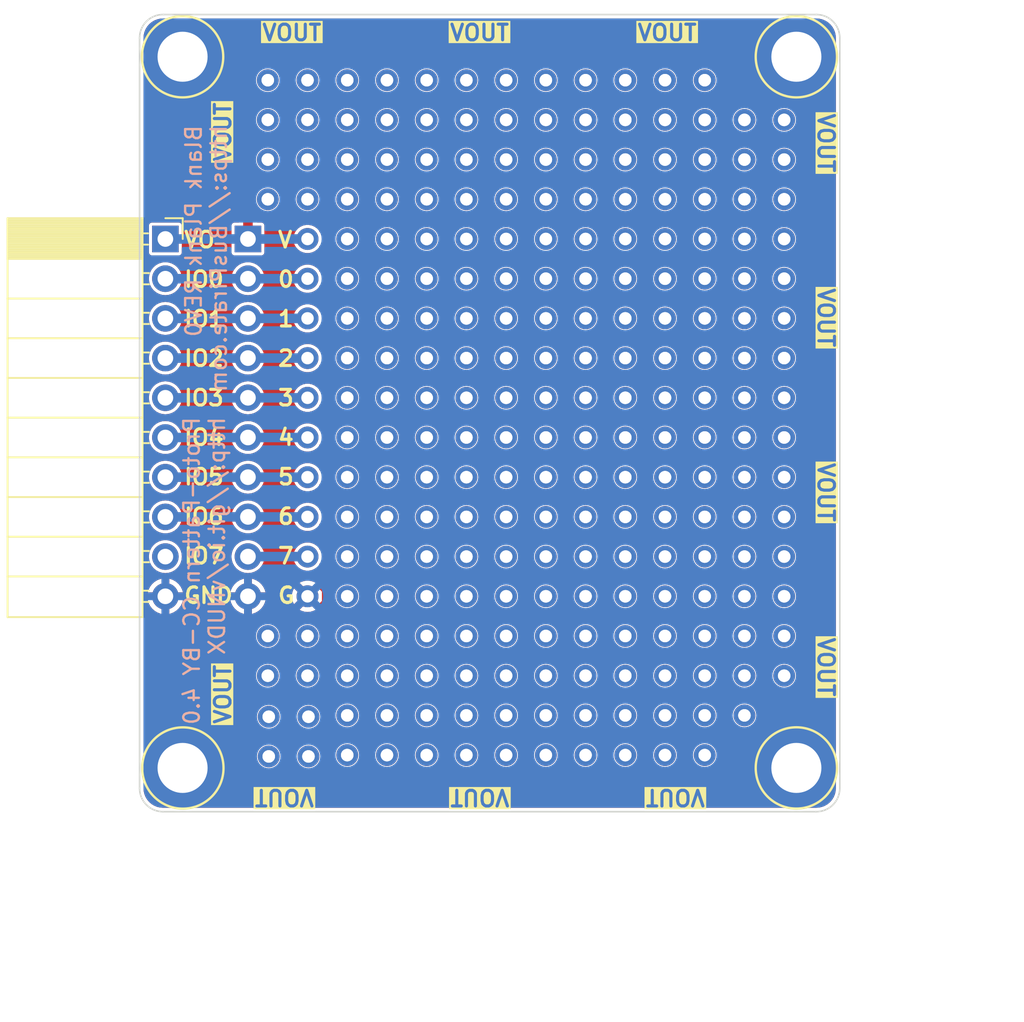
<source format=kicad_pcb>
(kicad_pcb (version 20240108) (generator "pcbnew") (generator_version "8.0")
  (layers (0 "F.Cu" signal) (31 "B.Cu" signal) (34 "B.Paste" user) (35 "F.Paste" user) (36 "B.SilkS" user "B.Silkscreen") (37 "F.SilkS" user "F.Silkscreen") (38 "B.Mask" user) (39 "F.Mask" user) (44 "Edge.Cuts" user))
  (net 0 "")
  (net 1 "GND")
  (net 2 "VOUT")
  (net 3 "IO4")
  (net 4 "IO2")
  (net 5 "IO7")
  (net 6 "IO3")
  (net 7 "IO6")
  (net 8 "IO5")
  (net 9 "IO0")
  (net 10 "IO1")
  (footprint "modules:pad-between-spiked-oneside" (layer "F.Cu") (at 132.08 99.06)
    (property "Reference" "REF**" (hide yes))
    (property "Value" "pad-between" (hide yes))
  )
  (footprint "modules:center-pad-spikes-oneside" (layer "F.Cu") (at 127 74.93)
    (property "Reference" "REF**" (hide yes))
    (property "Value" "center-pad" (hide yes))
  )
  (footprint "" (layer "F.Cu") (at 119.64 105.67)
    (property "Reference" "")
    (property "Value" "")
  )
  (footprint "modules:pad-between-spiked-oneside" (layer "F.Cu") (at 111.76 96.52)
    (property "Reference" "REF**" (hide yes))
    (property "Value" "pad-between" (hide yes))
  )
  (footprint "modules:tht-0.8-thin-bottom" (layer "F.Cu") (at 120.65 81.28)
    (property "Reference" "REF**" (hide yes))
    (property "Value" "tht-0.8" (hide yes))
  )
  (footprint "" (layer "F.Cu") (at 121.92 94.78)
    (property "Reference" "")
    (property "Value" "")
  )
  (footprint "" (layer "F.Cu") (at 114.04 85.35)
    (property "Reference" "")
    (property "Value" "")
  )
  (footprint "modules:pad-between-spiked-oneside" (layer "F.Cu") (at 119.38 96.52)
    (property "Reference" "REF**" (hide yes))
    (property "Value" "pad-between" (hide yes))
  )
  (footprint "" (layer "F.Cu") (at 119.44 120.265)
    (property "Reference" "")
    (property "Value" "")
  )
  (footprint "modules:pad-between-spiked-oneside" (layer "F.Cu") (at 114.3 96.52)
    (property "Reference" "REF**" (hide yes))
    (property "Value" "pad-between" (hide yes))
  )
  (footprint "" (layer "F.Cu") (at 114.56 84.83)
    (property "Reference" "")
    (property "Value" "")
  )
  (footprint "modules:center-pad-spikes-oneside" (layer "F.Cu") (at 116.84 100.33)
    (property "Reference" "REF**" (hide yes))
    (property "Value" "center-pad" (hide yes))
  )
  (footprint "" (layer "F.Cu") (at 129.8 115.83)
    (property "Reference" "")
    (property "Value" "")
  )
  (footprint "" (layer "F.Cu") (at 118.91 90.17)
    (property "Reference" "")
    (property "Value" "")
  )
  (footprint "modules:pad-between-spiked-oneside" (layer "F.Cu") (at 133.35 80.01 90)
    (property "Reference" "REF**" (hide yes))
    (property "Value" "pad-between" (hide yes))
  )
  (footprint "" (layer "F.Cu") (at 124.72 75.19)
    (property "Reference" "")
    (property "Value" "")
  )
  (footprint "" (layer "F.Cu") (at 122.18 105.67)
    (property "Reference" "")
    (property "Value" "")
  )
  (footprint "" (layer "F.Cu") (at 127 115.1)
    (property "Reference" "")
    (property "Value" "")
  )
  (footprint "" (layer "F.Cu") (at 114.24 95.165)
    (property "Reference" "")
    (property "Value" "")
  )
  (footprint "" (layer "F.Cu") (at 137.1 105.325)
    (property "Reference" "")
    (property "Value" "")
  )
  (footprint "" (layer "F.Cu") (at 129.8 110.23)
    (property "Reference" "")
    (property "Value" "")
  )
  (footprint "" (layer "F.Cu") (at 129.54 104.94)
    (property "Reference" "")
    (property "Value" "")
  )
  (footprint "modules:pad-between-spiked-oneside" (layer "F.Cu") (at 132.08 83.82)
    (property "Reference" "REF**" (hide yes))
    (property "Value" "pad-between" (hide yes))
  )
  (footprint "modules:tht-0.8-thin-bottom" (layer "F.Cu") (at 138.43 93.98 -90)
    (property "Reference" "REF**" (hide yes))
    (property "Value" "tht-0.8" (hide yes))
  )
  (footprint "modules:tht-0.8-thin-bottom" (layer "F.Cu") (at 133.35 93.98 -90)
    (property "Reference" "REF**" (hide yes))
    (property "Value" "tht-0.8" (hide yes))
  )
  (footprint "modules:center-pad-spikes-oneside" (layer "F.Cu") (at 121.92 85.09)
    (property "Reference" "REF**" (hide yes))
    (property "Value" "center-pad" (hide yes))
  )
  (footprint "" (layer "F.Cu") (at 134.15 115.57)
    (property "Reference" "")
    (property "Value" "")
  )
  (footprint "" (layer "F.Cu") (at 137.16 94.78)
    (property "Reference" "")
    (property "Value" "")
  )
  (footprint "modules:tht-0.8-thin-bottom" (layer "F.Cu") (at 115.57 104.14 -90)
    (property "Reference" "REF**" (hide yes))
    (property "Value" "tht-0.8" (hide yes))
  )
  (footprint "" (layer "F.Cu") (at 114.24 110.405)
    (property "Reference" "")
    (property "Value" "")
  )
  (footprint "" (layer "F.Cu") (at 119.64 75.19)
    (property "Reference" "")
    (property "Value" "")
  )
  (footprint "" (layer "F.Cu") (at 129.07 90.17)
    (property "Reference" "")
    (property "Value" "")
  )
  (footprint "" (layer "F.Cu") (at 129.8 110.75)
    (property "Reference" "")
    (property "Value" "")
  )
  (footprint "modules:tht-0.8-thin-bottom" (layer "F.Cu") (at 125.73 76.2)
    (property "Reference" "REF**" (hide yes))
    (property "Value" "tht-0.8" (hide yes))
  )
  (footprint "modules:pad-between-spiked-oneside" (layer "F.Cu") (at 133.35 87.63 90)
    (property "Reference" "REF**" (hide yes))
    (property "Value" "pad-between" (hide yes))
  )
  (footprint "modules:tht-0.8-thin-bottom" (layer "F.Cu") (at 133.35 78.74 -90)
    (property "Reference" "REF**" (hide yes))
    (property "Value" "tht-0.8" (hide yes))
  )
  (footprint "modules:pad-between-spiked-oneside" (layer "F.Cu") (at 138.43 90.17 90)
    (property "Reference" "REF**" (hide yes))
    (property "Value" "pad-between" (hide yes))
  )
  (footprint "modules:center-pad-spikes-oneside" (layer "F.Cu") (at 139.7 102.87)
    (property "Reference" "REF**" (hide yes))
    (property "Value" "center-pad" (hide yes))
  )
  (footprint "modules:pad-between-spiked-oneside" (layer "F.Cu") (at 132.08 81.28)
    (property "Reference" "REF**" (hide yes))
    (property "Value" "pad-between" (hide yes))
  )
  (footprint "modules:pad-between-spiked-oneside" (layer "F.Cu") (at 121.92 99.06)
    (property "Reference" "REF**" (hide yes))
    (property "Value" "pad-between" (hide yes))
  )
  (footprint "modules:tht-0.8-thin-bottom" (layer "F.Cu") (at 115.57 78.74 -90)
    (property "Reference" "REF**" (hide yes))
    (property "Value" "tht-0.8" (hide yes))
  )
  (footprint "" (layer "F.Cu") (at 123.99 95.25)
    (property "Reference" "")
    (property "Value" "")
  )
  (footprint "" (layer "F.Cu") (at 124.72 84.83)
    (property "Reference" "")
    (property "Value" "")
  )
  (footprint "" (layer "F.Cu") (at 116.84 79.54)
    (property "Reference" "")
    (property "Value" "")
  )
  (footprint "modules:tht-0.8-thin-bottom" (layer "F.Cu") (at 133.35 101.6)
    (property "Reference" "REF**" (hide yes))
    (property "Value" "tht-0.8" (hide yes))
  )
  (footprint "modules:pad-between-spiked-oneside" (layer "F.Cu") (at 139.7 93.98)
    (property "Reference" "REF**" (hide yes))
    (property "Value" "pad-between" (hide yes))
  )
  (footprint "modules:tht-0.8-thin-bottom" (layer "F.Cu") (at 140.97 96.52)
    (property "Reference" "REF**" (hide yes))
    (property "Value" "tht-0.8" (hide yes))
  )
  (footprint "" (layer "F.Cu") (at 114.3 99.86)
    (property "Reference" "")
    (property "Value" "")
  )
  (footprint "" (layer "F.Cu") (at 142.18 100.245)
    (property "Reference" "")
    (property "Value" "")
  )
  (footprint "modules:pad-between-spiked-oneside" (layer "F.Cu") (at 134.62 119.38)
    (property "Reference" "REF**" (hide yes))
    (property "Value" "pad-between" (hide yes))
  )
  (footprint "modules:pad-between-spiked-oneside" (layer "F.Cu") (at 110.55 120.735 90)
    (property "Reference" "REF**" (hide yes))
    (property "Value" "pad-between" (hide yes))
  )
  (footprint "modules:tht-0.8-thin-bottom" (layer "F.Cu") (at 113.03 104.14 -90)
    (property "Reference" "REF**" (hide yes))
    (property "Value" "tht-0.8" (hide yes))
  )
  (footprint "" (layer "F.Cu") (at 124.2 110.75)
    (property "Reference" "")
    (property "Value" "")
  )
  (footprint "modules:center-pad-spikes-oneside" (layer "F.Cu") (at 139.7 107.95)
    (property "Reference" "REF**" (hide yes))
    (property "Value" "center-pad" (hide yes))
  )
  (footprint "modules:center-pad-spikes-oneside" (layer "F.Cu") (at 124.46 77.47)
    (property "Reference" "REF**" (hide yes))
    (property "Value" "center-pad" (hide yes))
  )
  (footprint "" (layer "F.Cu") (at 134.88 75.19)
    (property "Reference" "")
    (property "Value" "")
  )
  (footprint "modules:center-pad-spikes-oneside" (layer "F.Cu") (at 132.08 74.93)
    (property "Reference" "REF**" (hide yes))
    (property "Value" "center-pad" (hide yes))
  )
  (footprint "modules:pad-between-spiked-oneside" (layer "F.Cu") (at 134.62 76.2)
    (property "Reference" "REF**" (hide yes))
    (property "Value" "pad-between" (hide yes))
  )
  (footprint "modules:pad-between-spiked-oneside" (layer "F.Cu") (at 124.46 83.82)
    (property "Reference" "REF**" (hide yes))
    (property "Value" "pad-between" (hide yes))
  )
  (footprint "" (layer "F.Cu") (at 134.36 90.43)
    (property "Reference" "")
    (property "Value" "")
  )
  (footprint "modules:center-pad-spikes-oneside" (layer "F.Cu") (at 121.92 113.03)
    (property "Reference" "REF**" (hide yes))
    (property "Value" "center-pad" (hide yes))
  )
  (footprint "" (layer "F.Cu") (at 137.1 85.005)
    (property "Reference" "")
    (property "Value" "")
  )
  (footprint "modules:pad-between-spiked-oneside" (layer "F.Cu") (at 129.54 86.36)
    (property "Reference" "REF**" (hide yes))
    (property "Value" "pad-between" (hide yes))
  )
  (footprint "" (layer "F.Cu") (at 129.8 89.91)
    (property "Reference" "")
    (property "Value" "")
  )
  (footprint "modules:tht-0.8-thin-bottom" (layer "F.Cu") (at 107.95 78.74 -90)
    (property "Reference" "REF**" (hide yes))
    (property "Value" "tht-0.8" (hide yes))
  )
  (footprint "modules:tht-0.8-thin-bottom" (layer "F.Cu") (at 128.27 116.84)
    (property "Reference" "REF**" (hide yes))
    (property "Value" "tht-0.8" (hide yes))
  )
  (footprint "modules:pad-between-spiked-oneside" (layer "F.Cu") (at 106.68 111.76)
    (property "Reference" "REF**" (hide yes))
    (property "Value" "pad-between" (hide yes))
  )
  (footprint "modules:center-pad-spikes-oneside" (layer "F.Cu") (at 116.84 74.93)
    (property "Reference" "REF**" (hide yes))
    (property "Value" "center-pad" (hide yes))
  )
  (footprint "modules:tht-0.8-thin-bottom" (layer "F.Cu") (at 140.97 81.28)
    (property "Reference" "REF**" (hide yes))
    (property "Value" "tht-0.8" (hide yes))
  )
  (footprint "modules:pad-between-spiked-oneside" (layer "F.Cu") (at 133.35 95.25 90)
    (property "Reference" "REF**" (hide yes))
    (property "Value" "pad-between" (hide yes))
  )
  (footprint "" (layer "F.Cu") (at 139.96 85.35)
    (property "Reference" "")
    (property "Value" "")
  )
  (footprint "modules:tht-0.8-thin-bottom" (layer "F.Cu") (at 120.65 76.2)
    (property "Reference" "REF**" (hide yes))
    (property "Value" "tht-0.8" (hide yes))
  )
  (footprint "modules:pad-between-spiked-oneside" (layer "F.Cu") (at 142.24 106.68)
    (property "Reference" "REF**" (hide yes))
    (property "Value" "pad-between" (hide yes))
  )
  (footprint "modules:tht-0.8-thin-bottom" (layer "F.Cu") (at 118.11 83.82 -90)
    (property "Reference" "REF**" (hide yes))
    (property "Value" "tht-0.8" (hide yes))
  )
  (footprint "modules:pad-between-spiked-oneside" (layer "F.Cu") (at 113.03 82.55 90)
    (property "Reference" "REF**" (hide yes))
    (property "Value" "pad-between" (hide yes))
  )
  (footprint "modules:pad-between-spiked-oneside" (layer "F.Cu") (at 113.03 97.79 90)
    (property "Reference" "REF**" (hide yes))
    (property "Value" "pad-between" (hide yes))
  )
  (footprint "" (layer "F.Cu") (at 137.42 100.59)
    (property "Reference" "")
    (property "Value" "")
  )
  (footprint "" (layer "F.Cu") (at 111.76 89.7)
    (property "Reference" "")
    (property "Value" "")
  )
  (footprint "" (layer "F.Cu") (at 121.66 90.43)
    (property "Reference" "")
    (property "Value" "")
  )
  (footprint "modules:tht-0.8-thin-bottom" (layer "F.Cu") (at 135.89 76.2)
    (property "Reference" "REF**" (hide yes))
    (property "Value" "tht-0.8" (hide yes))
  )
  (footprint "modules:pad-between-spiked-oneside" (layer "F.Cu") (at 106.68 76.2)
    (property "Reference" "REF**" (hide yes))
    (property "Value" "pad-between" (hide yes))
  )
  (footprint "" (layer "F.Cu") (at 139.44 105.67)
    (property "Reference" "")
    (property "Value" "")
  )
  (footprint "" (layer "F.Cu") (at 134.15 85.09)
    (property "Reference" "")
    (property "Value" "")
  )
  (footprint "modules:center-pad-spikes-oneside" (layer "F.Cu") (at 111.76 110.49)
    (property "Reference" "REF**" (hide yes))
    (property "Value" "center-pad" (hide yes))
  )
  (footprint "" (layer "F.Cu") (at 141.98 90.43)
    (property "Reference" "")
    (property "Value" "")
  )
  (footprint "" (layer "F.Cu") (at 136.9 105.67)
    (property "Reference" "")
    (property "Value" "")
  )
  (footprint "" (layer "F.Cu") (at 109.54 120.995)
    (property "Reference" "")
    (property "Value" "")
  )
  (footprint "" (layer "F.Cu") (at 142.18 110.405)
    (property "Reference" "")
    (property "Value" "")
  )
  (footprint "" (layer "F.Cu") (at 106.68 74.46)
    (property "Reference" "")
    (property "Value" "")
  )
  (footprint "" (layer "F.Cu") (at 119.12 105.67)
    (property "Reference" "")
    (property "Value" "")
  )
  (footprint "modules:center-pad-spikes-oneside" (layer "F.Cu") (at 116.84 107.95)
    (property "Reference" "REF**" (hide yes))
    (property "Value" "center-pad" (hide yes))
  )
  (footprint "" (layer "F.Cu") (at 132.02 95.165)
    (property "Reference" "")
    (property "Value" "")
  )
  (footprint "modules:pad-between-spiked-oneside" (layer "F.Cu") (at 127 119.38)
    (property "Reference" "REF**" (hide yes))
    (property "Value" "pad-between" (hide yes))
  )
  (footprint "modules:tht-0.8-thin-bottom" (layer "F.Cu") (at 123.19 91.44)
    (property "Reference" "REF**" (hide yes))
    (property "Value" "tht-0.8" (hide yes))
  )
  (footprint "modules:center-pad-spikes-oneside" (layer "F.Cu") (at 116.84 105.41)
    (property "Reference" "REF**" (hide yes))
    (property "Value" "center-pad" (hide yes))
  )
  (footprint "" (layer "F.Cu") (at 142.5 95.51)
    (property "Reference" "")
    (property "Value" "")
  )
  (footprint "modules:tht-0.8-thin-bottom" (layer "F.Cu") (at 138.43 111.76)
    (property "Reference" "REF**" (hide yes))
    (property "Value" "tht-0.8" (hide yes))
  )
  (footprint "" (layer "F.Cu") (at 137.1 95.165)
    (property "Reference" "")
    (property "Value" "")
  )
  (footprint "" (layer "F.Cu") (at 111.76 115.1)
    (property "Reference" "")
    (property "Value" "")
  )
  (footprint "modules:pad-between-spiked-oneside" (layer "F.Cu") (at 129.54 78.74)
    (property "Reference" "REF**" (hide yes))
    (property "Value" "pad-between" (hide yes))
  )
  (footprint "" (layer "F.Cu") (at 119.32 90.085)
    (property "Reference" "")
    (property "Value" "")
  )
  (footprint "modules:tht-0.8-thin-bottom" (layer "F.Cu") (at 140.97 99.06 -90)
    (property "Reference" "REF**" (hide yes))
    (property "Value" "tht-0.8" (hide yes))
  )
  (footprint "" (layer "F.Cu") (at 111.5 75.19)
    (property "Reference" "")
    (property "Value" "")
  )
  (footprint "modules:tht-0.8-thin-bottom" (layer "F.Cu") (at 115.57 119.38 -90)
    (property "Reference" "REF**" (hide yes))
    (property "Value" "tht-0.8" (hide yes))
  )
  (footprint "" (layer "F.Cu") (at 136.9 75.19)
    (property "Reference" "")
    (property "Value" "")
  )
  (footprint "" (layer "F.Cu") (at 132.02 74.845)
    (property "Reference" "")
    (property "Value" "")
  )
  (footprint "" (layer "F.Cu") (at 116.78 105.325)
    (property "Reference" "")
    (property "Value" "")
  )
  (footprint "" (layer "F.Cu") (at 139.96 80.27)
    (property "Reference" "")
    (property "Value" "")
  )
  (footprint "modules:center-pad-spikes-oneside" (layer "F.Cu") (at 116.84 85.09)
    (property "Reference" "REF**" (hide yes))
    (property "Value" "center-pad" (hide yes))
  )
  (footprint "" (layer "F.Cu") (at 119.64 115.31)
    (property "Reference" "")
    (property "Value" "")
  )
  (footprint "" (layer "F.Cu") (at 114.36 120.265)
    (property "Reference" "")
    (property "Value" "")
  )
  (footprint "" (layer "F.Cu") (at 116.84 84.62)
    (property "Reference" "")
    (property "Value" "")
  )
  (footprint "" (layer "F.Cu") (at 134.88 110.23)
    (property "Reference" "")
    (property "Value" "")
  )
  (footprint "" (layer "F.Cu") (at 134.88 84.83)
    (property "Reference" "")
    (property "Value" "")
  )
  (footprint "" (layer "F.Cu") (at 116.78 90.085)
    (property "Reference" "")
    (property "Value" "")
  )
  (footprint "" (layer "F.Cu") (at 139.44 115.83)
    (property "Reference" "")
    (property "Value" "")
  )
  (footprint "modules:pad-between-spiked-oneside" (layer "F.Cu") (at 115.57 107.95 90)
    (property "Reference" "REF**" (hide yes))
    (property "Value" "pad-between" (hide yes))
  )
  (footprint "modules:center-pad-spikes-oneside" (layer "F.Cu") (at 116.84 82.55)
    (property "Reference" "REF**" (hide yes))
    (property "Value" "center-pad" (hide yes))
  )
  (footprint "modules:tht-0.8-thin-bottom" (layer "F.Cu") (at 118.11 111.76)
    (property "Reference" "REF**" (hide yes))
    (property "Value" "tht-0.8" (hide yes))
  )
  (footprint "modules:center-pad-spikes-oneside" (layer "F.Cu") (at 142.24 100.33)
    (property "Reference" "REF**" (hide yes))
    (property "Value" "center-pad" (hide yes))
  )
  (footprint "modules:pad-between-spiked-oneside" (layer "F.Cu") (at 127 91.44)
    (property "Reference" "REF**" (hide yes))
    (property "Value" "pad-between" (hide yes))
  )
  (footprint "modules:pad-between-spiked-oneside" (layer "F.Cu") (at 114.3 76.2)
    (property "Reference" "REF**" (hide yes))
    (property "Value" "pad-between" (hide yes))
  )
  (footprint "" (layer "F.Cu") (at 139.96 110.75)
    (property "Reference" "")
    (property "Value" "")
  )
  (footprint "modules:pad-between-spiked-oneside" (layer "F.Cu") (at 132.08 116.84)
    (property "Reference" "REF**" (hide yes))
    (property "Value" "pad-between" (hide yes))
  )
  (footprint "" (layer "F.Cu") (at 119.18 120.995)
    (property "Reference" "")
    (property "Value" "")
  )
  (footprint "" (layer "F.Cu") (at 124.72 110.75)
    (property "Reference" "")
    (property "Value" "")
  )
  (footprint "modules:tht-0.8-thin-bottom" (layer "F.Cu") (at 115.57 88.9 -90)
    (property "Reference" "REF**" (hide yes))
    (property "Value" "tht-0.8" (hide yes))
  )
  (footprint "" (layer "F.Cu") (at 132.08 115.1)
    (property "Reference" "")
    (property "Value" "")
  )
  (footprint "modules:tht-0.8-thin-bottom" (layer "F.Cu") (at 108.01 116.925)
    (property "Reference" "REF**" (hide yes))
    (property "Value" "tht-0.8" (hide yes))
  )
  (footprint "" (layer "F.Cu") (at 127.26 105.67)
    (property "Reference" "")
    (property "Value" "")
  )
  (footprint "modules:center-pad-spikes-oneside" (layer "F.Cu") (at 111.76 107.95)
    (property "Reference" "REF**" (hide yes))
    (property "Value" "center-pad" (hide yes))
  )
  (footprint "modules:pad-between-spiked-oneside" (layer "F.Cu") (at 120.65 95.25 90)
    (property "Reference" "REF**" (hide yes))
    (property "Value" "pad-between" (hide yes))
  )
  (footprint "" (layer "F.Cu") (at 131.82 90.43)
    (property "Reference" "")
    (property "Value" "")
  )
  (footprint "" (layer "F.Cu") (at 124.46 99.86)
    (property "Reference" "")
    (property "Value" "")
  )
  (footprint "modules:pad-between-spiked-oneside" (layer "F.Cu") (at 123.19 102.87 90)
    (property "Reference" "REF**" (hide yes))
    (property "Value" "pad-between" (hide yes))
  )
  (footprint "modules:pad-between-spiked-oneside" (layer "F.Cu") (at 140.97 97.79 90)
    (property "Reference" "REF**" (hide yes))
    (property "Value" "pad-between" (hide yes))
  )
  (footprint "" (layer "F.Cu") (at 134.88 95.51)
    (property "Reference" "")
    (property "Value" "")
  )
  (footprint "modules:tht-0.8-thin-bottom" (layer "F.Cu") (at 118.11 93.98 -90)
    (property "Reference" "REF**" (hide yes))
    (property "Value" "tht-0.8" (hide yes))
  )
  (footprint "modules:pad-between-spiked-oneside" (layer "F.Cu") (at 140.97 90.17 90)
    (property "Reference" "REF**" (hide yes))
    (property "Value" "pad-between" (hide yes))
  )
  (footprint "" (layer "F.Cu") (at 139.96 90.43)
    (property "Reference" "")
    (property "Value" "")
  )
  (footprint "" (layer "F.Cu") (at 111.5 80.27)
    (property "Reference" "")
    (property "Value" "")
  )
  (footprint "modules:pad-between-spiked-oneside" (layer "F.Cu") (at 121.92 116.84)
    (property "Reference" "REF**" (hide yes))
    (property "Value" "pad-between" (hide yes))
  )
  (footprint "modules:pad-between-spiked-oneside" (layer "F.Cu") (at 113.03 102.87 90)
    (property "Reference" "REF**" (hide yes))
    (property "Value" "pad-between" (hide yes))
  )
  (footprint "modules:pad-between-spiked-oneside" (layer "F.Cu") (at 121.92 93.98)
    (property "Reference" "REF**" (hide yes))
    (property "Value" "pad-between" (hide yes))
  )
  (footprint "" (layer "F.Cu") (at 111.76 99.86)
    (property "Reference" "")
    (property "Value" "")
  )
  (footprint "modules:pad-between-spiked-oneside" (layer "F.Cu") (at 115.57 74.93 90)
    (property "Reference" "REF**" (hide yes))
    (property "Value" "pad-between" (hide yes))
  )
  (footprint "" (layer "F.Cu") (at 111.76 79.54)
    (property "Reference" "")
    (property "Value" "")
  )
  (footprint "modules:center-pad-spikes-oneside" (layer "F.Cu") (at 132.08 113.03)
    (property "Reference" "REF**" (hide yes))
    (property "Value" "center-pad" (hide yes))
  )
  (footprint "" (layer "F.Cu") (at 134.62 104.94)
    (property "Reference" "")
    (property "Value" "")
  )
  (footprint "modules:tht-0.8-thin-bottom" (layer "F.Cu") (at 140.97 109.22 -90)
    (property "Reference" "REF**" (hide yes))
    (property "Value" "tht-0.8" (hide yes))
  )
  (footprint "modules:pad-between-spiked-oneside" (layer "F.Cu") (at 135.89 110.49 90)
    (property "Reference" "REF**" (hide yes))
    (property "Value" "pad-between" (hide yes))
  )
  (footprint "modules:tht-0.8-thin-bottom" (layer "F.Cu") (at 135.89 119.38 -90)
    (property "Reference" "REF**" (hide yes))
    (property "Value" "tht-0.8" (hide yes))
  )
  (footprint "" (layer "F.Cu") (at 139.23 105.41)
    (property "Reference" "")
    (property "Value" "")
  )
  (footprint "modules:center-pad-spikes-oneside" (layer "F.Cu") (at 127 92.71)
    (property "Reference" "REF**" (hide yes))
    (property "Value" "center-pad" (hide yes))
  )
  (footprint "" (layer "F.Cu") (at 106.74 120.265)
    (property "Reference" "")
    (property "Value" "")
  )
  (footprint "modules:center-pad-spikes-oneside" (layer "F.Cu") (at 137.16 74.93)
    (property "Reference" "REF**" (hide yes))
    (property "Value" "center-pad" (hide yes))
  )
  (footprint "modules:pad-between-spiked-oneside" (layer "F.Cu") (at 114.3 114.3)
    (property "Reference" "REF**" (hide yes))
    (property "Value" "pad-between" (hide yes))
  )
  (footprint "modules:pad-between-spiked-oneside" (layer "F.Cu") (at 121.92 88.9)
    (property "Reference" "REF**" (hide yes))
    (property "Value" "pad-between" (hide yes))
  )
  (footprint "modules:pad-between-spiked-oneside" (layer "F.Cu") (at 140.97 115.57 90)
    (property "Reference" "REF**" (hide yes))
    (property "Value" "pad-between" (hide yes))
  )
  (footprint "modules:center-pad-spikes-oneside" (layer "F.Cu") (at 127 115.57)
    (property "Reference" "REF**" (hide yes))
    (property "Value" "center-pad" (hide yes))
  )
  (footprint "" (layer "F.Cu") (at 124.72 95.51)
    (property "Reference" "")
    (property "Value" "")
  )
  (footprint "" (layer "F.Cu") (at 119.12 95.51)
    (property "Reference" "")
    (property "Value" "")
  )
  (footprint "modules:pad-between-spiked-oneside" (layer "F.Cu") (at 137.16 104.14)
    (property "Reference" "REF**" (hide yes))
    (property "Value" "pad-between" (hide yes))
  )
  (footprint "modules:pad-between-spiked-oneside" (layer "F.Cu") (at 142.24 91.44)
    (property "Reference" "REF**" (hide yes))
    (property "Value" "pad-between" (hide yes))
  )
  (footprint "" (layer "F.Cu") (at 129.07 105.41)
    (property "Reference" "")
    (property "Value" "")
  )
  (footprint "modules:pad-between-spiked-oneside" (layer "F.Cu") (at 116.84 119.38)
    (property "Reference" "REF**" (hide yes))
    (property "Value" "pad-between" (hide yes))
  )
  (footprint "modules:tht-0.8-thin-bottom" (layer "F.Cu") (at 135.89 111.76)
    (property "Reference" "REF**" (hide yes))
    (property "Value" "tht-0.8" (hide yes))
  )
  (footprint "" (layer "F.Cu") (at 119.38 94.78)
    (property "Reference" "")
    (property "Value" "")
  )
  (footprint "" (layer "F.Cu") (at 124.4 95.165)
    (property "Reference" "")
    (property "Value" "")
  )
  (footprint "" (layer "F.Cu") (at 129.54 120.65)
    (property "Reference" "")
    (property "Value" "")
  )
  (footprint "modules:pad-between-spiked-oneside" (layer "F.Cu") (at 129.54 114.3)
    (property "Reference" "REF**" (hide yes))
    (property "Value" "pad-between" (hide yes))
  )
  (footprint "" (layer "F.Cu") (at 114.56 80.27)
    (property "Reference" "")
    (property "Value" "")
  )
  (footprint "" (layer "F.Cu") (at 137.16 120.65)
    (property "Reference" "")
    (property "Value" "")
  )
  (footprint "" (layer "F.Cu") (at 124.26 120.995)
    (property "Reference" "")
    (property "Value" "")
  )
  (footprint "" (layer "F.Cu") (at 139.96 84.83)
    (property "Reference" "")
    (property "Value" "")
  )
  (footprint "modules:pad-between-spiked-oneside" (layer "F.Cu") (at 119.38 86.36)
    (property "Reference" "REF**" (hide yes))
    (property "Value" "pad-between" (hide yes))
  )
  (footprint "" (layer "F.Cu") (at 109.48 80.27)
    (property "Reference" "")
    (property "Value" "")
  )
  (footprint "modules:center-pad-spikes-oneside" (layer "F.Cu") (at 132.08 90.17)
    (property "Reference" "REF**" (hide yes))
    (property "Value" "center-pad" (hide yes))
  )
  (footprint "" (layer "F.Cu") (at 137.16 74.46)
    (property "Reference" "")
    (property "Value" "")
  )
  (footprint "modules:pad-between-spiked-oneside" (layer "F.Cu") (at 121.92 78.74)
    (property "Reference" "REF**" (hide yes))
    (property "Value" "pad-between" (hide yes))
  )
  (footprint "" (layer "F.Cu") (at 114.56 89.91)
    (property "Reference" "")
    (property "Value" "")
  )
  (footprint "modules:center-pad-spikes-oneside" (layer "F.Cu") (at 111.76 74.93)
    (property "Reference" "REF**" (hide yes))
    (property "Value" "center-pad" (hide yes))
  )
  (footprint "" (layer "F.Cu") (at 126.74 100.59)
    (property "Reference" "")
    (property "Value" "")
  )
  (footprint "" (layer "F.Cu") (at 126.74 80.27)
    (property "Reference" "")
    (property "Value" "")
  )
  (footprint "" (layer "F.Cu") (at 142.18 85.005)
    (property "Reference" "")
    (property "Value" "")
  )
  (footprint "" (layer "F.Cu") (at 142.24 89.7)
    (property "Reference" "")
    (property "Value" "")
  )
  (footprint "" (layer "F.Cu") (at 121.86 110.405)
    (property "Reference" "")
    (property "Value" "")
  )
  (footprint "" (layer "F.Cu") (at 112.02 80.27)
    (property "Reference" "")
    (property "Value" "")
  )
  (footprint "modules:center-pad-spikes-oneside" (layer "F.Cu") (at 119.38 87.63)
    (property "Reference" "REF**" (hide yes))
    (property "Value" "center-pad" (hide yes))
  )
  (footprint "modules:pad-between-spiked-oneside" (layer "F.Cu") (at 138.43 80.01 90)
    (property "Reference" "REF**" (hide yes))
    (property "Value" "pad-between" (hide yes))
  )
  (footprint "" (layer "F.Cu") (at 142.6 121)
    (property "Reference" "")
    (property "Value" "")
  )
  (footprint "modules:pad-between-spiked-oneside" (layer "F.Cu") (at 113.03 77.47 90)
    (property "Reference" "REF**" (hide yes))
    (property "Value" "pad-between" (hide yes))
  )
  (footprint "" (layer "F.Cu") (at 121.72 120.995)
    (property "Reference" "")
    (property "Value" "")
  )
  (footprint "modules:tht-0.8-thin-bottom" (layer "F.Cu") (at 135.89 99.06 -90)
    (property "Reference" "REF**" (hide yes))
    (property "Value" "tht-0.8" (hide yes))
  )
  (footprint "" (layer "F.Cu") (at 121.66 100.59)
    (property "Reference" "")
    (property "Value" "")
  )
  (footprint "" (layer "F.Cu") (at 134.88 100.07)
    (property "Reference" "")
    (property "Value" "")
  )
  (footprint "" (layer "F.Cu") (at 134.36 80.27)
    (property "Reference" "")
    (property "Value" "")
  )
  (footprint "modules:tht-0.8-thin-bottom" (layer "F.Cu") (at 118.11 91.44)
    (property "Reference" "REF**" (hide yes))
    (property "Value" "tht-0.8" (hide yes))
  )
  (footprint "modules:pad-between-spiked-oneside" (layer "F.Cu") (at 106.68 83.82)
    (property "Reference" "REF**" (hide yes))
    (property "Value" "pad-between" (hide yes))
  )
  (footprint "" (layer "F.Cu") (at 139.44 100.59)
    (property "Reference" "")
    (property "Value" "")
  )
  (footprint "modules:pad-between-spiked-oneside" (layer "F.Cu") (at 133.41 120.735 90)
    (property "Reference" "REF**" (hide yes))
    (property "Value" "pad-between" (hide yes))
  )
  (footprint "modules:center-pad-spikes-oneside" (layer "F.Cu") (at 114.3 102.87)
    (property "Reference" "REF**" (hide yes))
    (property "Value" "center-pad" (hide yes))
  )
  (footprint "modules:pad-between-spiked-oneside" (layer "F.Cu") (at 129.54 88.9)
    (property "Reference" "REF**" (hide yes))
    (property "Value" "pad-between" (hide yes))
  )
  (footprint "" (layer "F.Cu") (at 139.7 84.62)
    (property "Reference" "")
    (property "Value" "")
  )
  (footprint "" (layer "F.Cu") (at 124.72 115.31)
    (property "Reference" "")
    (property "Value" "")
  )
  (footprint "modules:tht-0.8-thin-bottom" (layer "F.Cu") (at 118.11 106.68)
    (property "Reference" "REF**" (hide yes))
    (property "Value" "tht-0.8" (hide yes))
  )
  (footprint "modules:tht-0.8-thin-bottom" (layer "F.Cu") (at 123.19 86.36)
    (property "Reference" "REF**" (hide yes))
    (property "Value" "tht-0.8" (hide yes))
  )
  (footprint "modules:tht-0.8-thin-bottom" (layer "F.Cu") (at 115.57 109.22 -90)
    (property "Reference" "REF**" (hide yes))
    (property "Value" "tht-0.8" (hide yes))
  )
  (footprint "" (layer "F.Cu") (at 116.58 85.35)
    (property "Reference" "")
    (property "Value" "")
  )
  (footprint "modules:pad-between-spiked-oneside" (layer "F.Cu") (at 129.54 104.14)
    (property "Reference" "REF**" (hide yes))
    (property "Value" "pad-between" (hide yes))
  )
  (footprint "" (layer "F.Cu") (at 119.32 105.325)
    (property "Reference" "")
    (property "Value" "")
  )
  (footprint "" (layer "F.Cu") (at 123.99 100.33)
    (property "Reference" "")
    (property "Value" "")
  )
  (footprint "modules:pad-between-spiked-oneside" (layer "F.Cu") (at 118.11 118.11 90)
    (property "Reference" "REF**" (hide yes))
    (property "Value" "pad-between" (hide yes))
  )
  (footprint "" (layer "F.Cu") (at 114.24 74.845)
    (property "Reference" "")
    (property "Value" "")
  )
  (footprint "" (layer "F.Cu") (at 137.16 104.94)
    (property "Reference" "")
    (property "Value" "")
  )
  (footprint "modules:pad-between-spiked-oneside" (layer "F.Cu") (at 130.81 110.49 90)
    (property "Reference" "REF**" (hide yes))
    (property "Value" "pad-between" (hide yes))
  )
  (footprint "modules:tht-0.8-thin-bottom" (layer "F.Cu") (at 140.97 78.74 -90)
    (property "Reference" "REF**" (hide yes))
    (property "Value" "tht-0.8" (hide yes))
  )
  (footprint "" (layer "F.Cu") (at 119.12 100.59)
    (property "Reference" "")
    (property "Value" "")
  )
  (footprint "" (layer "F.Cu") (at 124.2 105.67)
    (property "Reference" "")
    (property "Value" "")
  )
  (footprint "" (layer "F.Cu") (at 124.4 85.005)
    (property "Reference" "")
    (property "Value" "")
  )
  (footprint "modules:pad-between-spiked-oneside" (layer "F.Cu") (at 128.27 82.55 90)
    (property "Reference" "REF**" (hide yes))
    (property "Value" "pad-between" (hide yes))
  )
  (footprint "modules:center-pad-spikes-oneside" (layer "F.Cu") (at 129.54 87.63)
    (property "Reference" "REF**" (hide yes))
    (property "Value" "center-pad" (hide yes))
  )
  (footprint "modules:pad-between-spiked-oneside" (layer "F.Cu") (at 125.73 77.47 90)
    (property "Reference" "REF**" (hide yes))
    (property "Value" "pad-between" (hide yes))
  )
  (footprint "modules:pad-between-spiked-oneside" (layer "F.Cu") (at 129.54 83.82)
    (property "Reference" "REF**" (hide yes))
    (property "Value" "pad-between" (hide yes))
  )
  (footprint "modules:center-pad-spikes-oneside" (layer "F.Cu") (at 121.92 118.11)
    (property "Reference" "REF**" (hide yes))
    (property "Value" "center-pad" (hide yes))
  )
  (footprint "modules:pad-between-spiked-oneside" (layer "F.Cu") (at 137.16 88.9)
    (property "Reference" "REF**" (hide yes))
    (property "Value" "pad-between" (hide yes))
  )
  (footprint "modules:tht-0.8-thin-bottom" (layer "F.Cu") (at 130.81 88.9 -90)
    (property "Reference" "REF**" (hide yes))
    (property "Value" "tht-0.8" (hide yes))
  )
  (footprint "modules:tht-0.8-thin-bottom" (layer "F.Cu") (at 138.43 101.6)
    (property "Reference" "REF**" (hide yes))
    (property "Value" "tht-0.8" (hide yes))
  )
  (footprint "" (layer "F.Cu") (at 118.91 85.09)
    (property "Reference" "")
    (property "Value" "")
  )
  (footprint "" (layer "F.Cu") (at 142.24 104.94)
    (property "Reference" "")
    (property "Value" "")
  )
  (footprint "" (layer "F.Cu") (at 116.58 80.27)
    (property "Reference" "")
    (property "Value" "")
  )
  (footprint "modules:pad-between-spiked-oneside" (layer "F.Cu") (at 132.08 88.9)
    (property "Reference" "REF**" (hide yes))
    (property "Value" "pad-between" (hide yes))
  )
  (footprint "" (layer "F.Cu") (at 129.48 85.005)
    (property "Reference" "")
    (property "Value" "")
  )
  (footprint "" (layer "F.Cu") (at 139.64 110.405)
    (property "Reference" "")
    (property "Value" "")
  )
  (footprint "modules:pad-between-spiked-oneside" (layer "F.Cu") (at 135.89 95.25 90)
    (property "Reference" "REF**" (hide yes))
    (property "Value" "pad-between" (hide yes))
  )
  (footprint "modules:center-pad-spikes-oneside" (layer "F.Cu") (at 137.16 92.71)
    (property "Reference" "REF**" (hide yes))
    (property "Value" "center-pad" (hide yes))
  )
  (footprint "" (layer "F.Cu") (at 112.02 110.75)
    (property "Reference" "")
    (property "Value" "")
  )
  (footprint "" (layer "F.Cu") (at 113.89 120.735)
    (property "Reference" "")
    (property "Value" "")
  )
  (footprint "" (layer "F.Cu") (at 119.12 85.35)
    (property "Reference" "")
    (property "Value" "")
  )
  (footprint "modules:tht-0.8-thin-bottom" (layer "F.Cu") (at 130.81 111.76)
    (property "Reference" "REF**" (hide yes))
    (property "Value" "tht-0.8" (hide yes))
  )
  (footprint "" (layer "F.Cu") (at 121.86 85.005)
    (property "Reference" "")
    (property "Value" "")
  )
  (footprint "" (layer "F.Cu") (at 139.96 100.59)
    (property "Reference" "")
    (property "Value" "")
  )
  (footprint "" (layer "F.Cu") (at 119.64 110.75)
    (property "Reference" "")
    (property "Value" "")
  )
  (footprint "modules:pad-between-spiked-oneside" (layer "F.Cu") (at 127 78.74)
    (property "Reference" "REF**" (hide yes))
    (property "Value" "pad-between" (hide yes))
  )
  (footprint "" (layer "F.Cu") (at 114.62 120.995)
    (property "Reference" "")
    (property "Value" "")
  )
  (footprint "modules:pad-between-spiked-oneside" (layer "F.Cu") (at 107.95 74.93 90)
    (property "Reference" "REF**" (hide yes))
    (property "Value" "pad-between" (hide yes))
  )
  (footprint "" (layer "F.Cu") (at 142.24 110.02)
    (property "Reference" "")
    (property "Value" "")
  )
  (footprint "modules:pad-between-spiked-oneside" (layer "F.Cu") (at 139.7 109.22)
    (property "Reference" "REF**" (hide yes))
    (property "Value" "pad-between" (hide yes))
  )
  (footprint "modules:tht-0.8-thin-bottom" (layer "F.Cu") (at 110.49 76.2)
    (property "Reference" "REF**" (hide yes))
    (property "Value" "tht-0.8" (hide yes))
  )
  (footprint "modules:tht-0.8-thin-bottom" (layer "F.Cu") (at 128.27 91.44)
    (property "Reference" "REF**" (hide yes))
    (property "Value" "tht-0.8" (hide yes))
  )
  (footprint "" (layer "F.Cu") (at 107 120.995)
    (property "Reference" "")
    (property "Value" "")
  )
  (footprint "" (layer "F.Cu") (at 109.16 79.925)
    (property "Reference" "")
    (property "Value" "")
  )
  (footprint "" (layer "F.Cu") (at 111.5 100.59)
    (property "Reference" "")
    (property "Value" "")
  )
  (footprint "" (layer "F.Cu") (at 124.72 105.15)
    (property "Reference" "")
    (property "Value" "")
  )
  (footprint "" (layer "F.Cu") (at 122.24 120.995)
    (property "Reference" "")
    (property "Value" "")
  )
  (footprint "" (layer "F.Cu") (at 119.64 100.59)
    (property "Reference" "")
    (property "Value" "")
  )
  (footprint "modules:pad-between-spiked-oneside" (layer "F.Cu") (at 125.73 102.87 90)
    (property "Reference" "REF**" (hide yes))
    (property "Value" "pad-between" (hide yes))
  )
  (footprint "" (layer "F.Cu") (at 116.78 79.925)
    (property "Reference" "")
    (property "Value" "")
  )
  (footprint "modules:tht-0.8-thin-bottom" (layer "F.Cu") (at 138.43 88.9 -90)
    (property "Reference" "REF**" (hide yes))
    (property "Value" "tht-0.8" (hide yes))
  )
  (footprint "" (layer "F.Cu") (at 139.7 89.7)
    (property "Reference" "")
    (property "Value" "")
  )
  (footprint "" (layer "F.Cu") (at 142.18 95.165)
    (property "Reference" "")
    (property "Value" "")
  )
  (footprint "" (layer "F.Cu") (at 134.56 110.405)
    (property "Reference" "")
    (property "Value" "")
  )
  (footprint "modules:pad-between-spiked-oneside" (layer "F.Cu") (at 115.57 80.01 90)
    (property "Reference" "REF**" (hide yes))
    (property "Value" "pad-between" (hide yes))
  )
  (footprint "modules:pad-between-spiked-oneside" (layer "F.Cu") (at 133.35 82.55 90)
    (property "Reference" "REF**" (hide yes))
    (property "Value" "pad-between" (hide yes))
  )
  (footprint "modules:pad-between-spiked-oneside" (layer "F.Cu") (at 132.08 96.52)
    (property "Reference" "REF**" (hide yes))
    (property "Value" "pad-between" (hide yes))
  )
  (footprint "modules:pad-between-spiked-oneside" (layer "F.Cu") (at 140.97 95.25 90)
    (property "Reference" "REF**" (hide yes))
    (property "Value" "pad-between" (hide yes))
  )
  (footprint "modules:pad-between-spiked-oneside" (layer "F.Cu") (at 137.16 91.44)
    (property "Reference" "REF**" (hide yes))
    (property "Value" "pad-between" (hide yes))
  )
  (footprint "modules:tht-0.8-thin-bottom" (layer "F.Cu") (at 135.89 104.14 -90)
    (property "Reference" "REF**" (hide yes))
    (property "Value" "tht-0.8" (hide yes))
  )
  (footprint "modules:pad-between-spiked-oneside" (layer "F.Cu") (at 111.76 78.74)
    (property "Reference" "REF**" (hide yes))
    (property "Value" "pad-between" (hide yes))
  )
  (footprint "modules:tht-0.8-thin-bottom" (layer "F.Cu") (at 140.97 104.14 -90)
    (property "Reference" "REF**" (hide yes))
    (property "Value" "tht-0.8" (hide yes))
  )
  (footprint "" (layer "F.Cu") (at 114.24 100.245)
    (property "Reference" "")
    (property "Value" "")
  )
  (footprint "modules:tht-0.8-thin-bottom" (layer "F.Cu") (at 125.73 101.6)
    (property "Reference" "REF**" (hide yes))
    (property "Value" "tht-0.8" (hide yes))
  )
  (footprint "" (layer "F.Cu") (at 111.7 110.405)
    (property "Reference" "")
    (property "Value" "")
  )
  (footprint "" (layer "F.Cu") (at 142.24 94.78)
    (property "Reference" "")
    (property "Value" "")
  )
  (footprint "modules:pad-between-spiked-oneside" (layer "F.Cu") (at 135.89 77.47 90)
    (property "Reference" "REF**" (hide yes))
    (property "Value" "pad-between" (hide yes))
  )
  (footprint "" (layer "F.Cu") (at 132.08 89.7)
    (property "Reference" "")
    (property "Value" "")
  )
  (footprint "modules:pad-between-spiked-oneside" (layer "F.Cu") (at 124.46 96.52)
    (property "Reference" "REF**" (hide yes))
    (property "Value" "pad-between" (hide yes))
  )
  (footprint "" (layer "F.Cu") (at 117.16 120.995)
    (property "Reference" "")
    (property "Value" "")
  )
  (footprint "" (layer "F.Cu") (at 142.18 90.085)
    (property "Reference" "")
    (property "Value" "")
  )
  (footprint "modules:pad-between-spiked-oneside" (layer "F.Cu") (at 111.76 76.2)
    (property "Reference" "REF**" (hide yes))
    (property "Value" "pad-between" (hide yes))
  )
  (footprint "" (layer "F.Cu") (at 142.5 105.67)
    (property "Reference" "")
    (property "Value" "")
  )
  (footprint "modules:pad-between-spiked-oneside" (layer "F.Cu") (at 140.97 113.03 90)
    (property "Reference" "REF**" (hide yes))
    (property "Value" "pad-between" (hide yes))
  )
  (footprint "modules:pad-between-spiked-oneside" (layer "F.Cu") (at 130.81 92.71 90)
    (property "Reference" "REF**" (hide yes))
    (property "Value" "pad-between" (hide yes))
  )
  (footprint "modules:pad-between-spiked-oneside" (layer "F.Cu") (at 109.22 78.74)
    (property "Reference" "REF**" (hide yes))
    (property "Value" "pad-between" (hide yes))
  )
  (footprint "modules:pad-between-spiked-oneside" (layer "F.Cu") (at 138.43 102.87 90)
    (property "Reference" "REF**" (hide yes))
    (property "Value" "pad-between" (hide yes))
  )
  (footprint "" (layer "F.Cu") (at 111.76 94.78)
    (property "Reference" "")
    (property "Value" "")
  )
  (footprint "modules:pad-between-spiked-oneside" (layer "F.Cu") (at 132.08 91.44)
    (property "Reference" "REF**" (hide yes))
    (property "Value" "pad-between" (hide yes))
  )
  (footprint "" (layer "F.Cu") (at 113.83 100.33)
    (property "Reference" "")
    (property "Value" "")
  )
  (footprint "" (layer "F.Cu") (at 124.4 74.845)
    (property "Reference" "")
    (property "Value" "")
  )
  (footprint "modules:center-pad-spikes-oneside" (layer "F.Cu") (at 132.08 97.79)
    (property "Reference" "REF**" (hide yes))
    (property "Value" "center-pad" (hide yes))
  )
  (footprint "modules:tht-0.8-thin-bottom" (layer "F.Cu") (at 115.57 116.84)
    (property "Reference" "REF**" (hide yes))
    (property "Value" "tht-0.8" (hide yes))
  )
  (footprint "" (layer "F.Cu") (at 119.38 99.86)
    (property "Reference" "")
    (property "Value" "")
  )
  (footprint "" (layer "F.Cu") (at 129.8 110.75)
    (property "Reference" "")
    (property "Value" "")
  )
  (footprint "modules:center-pad-spikes-oneside" (layer "F.Cu") (at 142.24 102.87)
    (property "Reference" "REF**" (hide yes))
    (property "Value" "center-pad" (hide yes))
  )
  (footprint "" (layer "F.Cu") (at 134.36 95.51)
    (property "Reference" "")
    (property "Value" "")
  )
  (footprint "modules:pad-between-spiked-oneside" (layer "F.Cu") (at 118.11 107.95 90)
    (property "Reference" "REF**" (hide yes))
    (property "Value" "pad-between" (hide yes))
  )
  (footprint "modules:tht-0.8-thin-bottom" (layer "F.Cu") (at 115.57 83.82 -90)
    (property "Reference" "REF**" (hide yes))
    (property "Value" "tht-0.8" (hide yes))
  )
  (footprint "" (layer "F.Cu") (at 121.92 110.02)
    (property "Reference" "")
    (property "Value" "")
  )
  (footprint "" (layer "F.Cu") (at 126.74 115.83)
    (property "Reference" "")
    (property "Value" "")
  )
  (footprint "" (layer "F.Cu") (at 117.1 100.59)
    (property "Reference" "")
    (property "Value" "")
  )
  (footprint "" (layer "F.Cu") (at 117.1 115.83)
    (property "Reference" "")
    (property "Value" "")
  )
  (footprint "pinheader-reduced:PinHeader_1x10_P2.54mm_Vertical_No_Silk" (layer "F.Cu") (at 106.68 86.36)
    (property "Reference" "J3" (hide yes))
    (property "Value" "Conn_01x10")
  )
  (footprint "modules:pad-between-spiked-oneside" (layer "F.Cu") (at 127 93.98)
    (property "Reference" "REF**" (hide yes))
    (property "Value" "pad-between" (hide yes))
  )
  (footprint "" (layer "F.Cu") (at 119.64 75.19)
    (property "Reference" "")
    (property "Value" "")
  )
  (footprint "modules:center-pad-spikes-oneside" (layer "F.Cu") (at 119.38 107.95)
    (property "Reference" "REF**" (hide yes))
    (property "Value" "center-pad" (hide yes))
  )
  (footprint "modules:tht-0.8-thin-bottom" (layer "F.Cu") (at 113.03 81.28)
    (property "Reference" "REF**" (hide yes))
    (property "Value" "tht-0.8" (hide yes))
  )
  (footprint "modules:center-pad-spikes-oneside" (layer "F.Cu") (at 139.7 113.03)
    (property "Reference" "REF**" (hide yes))
    (property "Value" "center-pad" (hide yes))
  )
  (footprint "modules:center-pad-spikes-oneside" (layer "F.Cu") (at 121.92 97.79)
    (property "Reference" "REF**" (hide yes))
    (property "Value" "center-pad" (hide yes))
  )
  (footprint "" (layer "F.Cu") (at 142.34 120.27)
    (property "Reference" "")
    (property "Value" "")
  )
  (footprint "modules:pad-between-spiked-oneside" (layer "F.Cu") (at 134.62 114.3)
    (property "Reference" "REF**" (hide yes))
    (property "Value" "pad-between" (hide yes))
  )
  (footprint "" (layer "F.Cu") (at 134.94 120.995)
    (property "Reference" "")
    (property "Value" "")
  )
  (footprint "modules:pad-between-spiked-oneside" (layer "F.Cu") (at 129.54 111.76)
    (property "Reference" "REF**" (hide yes))
    (property "Value" "pad-between" (hide yes))
  )
  (footprint "" (layer "F.Cu") (at 111.76 74.46)
    (property "Reference" "")
    (property "Value" "")
  )
  (footprint "" (layer "F.Cu") (at 142.24 79.54)
    (property "Reference" "")
    (property "Value" "")
  )
  (footprint "" (layer "F.Cu") (at 129.48 115.485)
    (property "Reference" "")
    (property "Value" "")
  )
  (footprint "" (layer "F.Cu") (at 114.56 90.43)
    (property "Reference" "")
    (property "Value" "")
  )
  (footprint "modules:center-pad-spikes-oneside" (layer "F.Cu") (at 127 105.41)
    (property "Reference" "REF**" (hide yes))
    (property "Value" "center-pad" (hide yes))
  )
  (footprint "modules:tht-0.8-thin-bottom" (layer "F.Cu") (at 138.43 116.84)
    (property "Reference" "REF**" (hide yes))
    (property "Value" "tht-0.8" (hide yes))
  )
  (footprint "modules:pad-between-spiked-oneside" (layer "F.Cu") (at 128.27 92.71 90)
    (property "Reference" "REF**" (hide yes))
    (property "Value" "pad-between" (hide yes))
  )
  (footprint "modules:tht-0.8-thin-bottom" (layer "F.Cu") (at 115.57 96.52)
    (property "Reference" "REF**" (hide yes))
    (property "Value" "tht-0.8" (hide yes))
  )
  (footprint "" (layer "F.Cu") (at 109.54 120.995)
    (property "Reference" "")
    (property "Value" "")
  )
  (footprint "modules:pad-between-spiked-oneside" (layer "F.Cu") (at 140.97 92.71 90)
    (property "Reference" "REF**" (hide yes))
    (property "Value" "pad-between" (hide yes))
  )
  (footprint "modules:center-pad-spikes-oneside" (layer "F.Cu") (at 109.22 77.47)
    (property "Reference" "REF**" (hide yes))
    (property "Value" "center-pad" (hide yes))
  )
  (footprint "modules:pad-between-spiked-oneside" (layer "F.Cu") (at 140.97 100.33 90)
    (property "Reference" "REF**" (hide yes))
    (property "Value" "pad-between" (hide yes))
  )
  (footprint "modules:tht-0.8-thin-bottom" (layer "F.Cu") (at 130.81 101.6)
    (property "Reference" "REF**" (hide yes))
    (property "Value" "tht-0.8" (hide yes))
  )
  (footprint "" (layer "F.Cu") (at 142.18 79.925)
    (property "Reference" "")
    (property "Value" "")
  )
  (footprint "modules:center-pad-spikes-oneside" (layer "F.Cu") (at 114.3 87.63)
    (property "Reference" "REF**" (hide yes))
    (property "Value" "center-pad" (hide yes))
  )
  (footprint "modules:pad-between-spiked-oneside" (layer "F.Cu") (at 135.95 120.735 90)
    (property "Reference" "REF**" (hide yes))
    (property "Value" "pad-between" (hide yes))
  )
  (footprint "" (layer "F.Cu") (at 114.56 74.67)
    (property "Reference" "")
    (property "Value" "")
  )
  (footprint "" (layer "F.Cu") (at 124.4 90.085)
    (property "Reference" "")
    (property "Value" "")
  )
  (footprint "modules:pad-between-spiked-oneside" (layer "F.Cu") (at 123.19 118.11 90)
    (property "Reference" "REF**" (hide yes))
    (property "Value" "pad-between" (hide yes))
  )
  (footprint "" (layer "F.Cu") (at 124.05 120.735)
    (property "Reference" "")
    (property "Value" "")
  )
  (footprint "modules:center-pad-spikes-oneside" (layer "F.Cu") (at 121.92 100.33)
    (property "Reference" "REF**" (hide yes))
    (property "Value" "center-pad" (hide yes))
  )
  (footprint "" (layer "F.Cu") (at 129.54 89.7)
    (property "Reference" "")
    (property "Value" "")
  )
  (footprint "" (layer "F.Cu") (at 132.08 99.86)
    (property "Reference" "")
    (property "Value" "")
  )
  (footprint "modules:pad-between-spiked-oneside" (layer "F.Cu") (at 111.76 91.44)
    (property "Reference" "REF**" (hide yes))
    (property "Value" "pad-between" (hide yes))
  )
  (footprint "" (layer "F.Cu") (at 142.18 74.845)
    (property "Reference" "")
    (property "Value" "")
  )
  (footprint "modules:center-pad-spikes-oneside" (layer "F.Cu") (at 124.46 113.03)
    (property "Reference" "REF**" (hide yes))
    (property "Value" "center-pad" (hide yes))
  )
  (footprint "" (layer "F.Cu") (at 127.32 120.995)
    (property "Reference" "")
    (property "Value" "")
  )
  (footprint "" (layer "F.Cu") (at 139.96 80.27)
    (property "Reference" "")
    (property "Value" "")
  )
  (footprint "" (layer "F.Cu") (at 109.22 79.54)
    (property "Reference" "")
    (property "Value" "")
  )
  (footprint "modules:tht-0.8-thin-bottom" (layer "F.Cu") (at 115.57 91.44)
    (property "Reference" "REF**" (hide yes))
    (property "Value" "tht-0.8" (hide yes))
  )
  (footprint "" (layer "F.Cu") (at 132.02 79.925)
    (property "Reference" "")
    (property "Value" "")
  )
  (footprint "" (layer "F.Cu") (at 111.76 84.62)
    (property "Reference" "")
    (property "Value" "")
  )
  (footprint "modules:pad-between-spiked-oneside" (layer "F.Cu") (at 127 76.2)
    (property "Reference" "REF**" (hide yes))
    (property "Value" "pad-between" (hide yes))
  )
  (footprint "modules:pad-between-spiked-oneside" (layer "F.Cu") (at 135.89 85.09 90)
    (property "Reference" "REF**" (hide yes))
    (property "Value" "pad-between" (hide yes))
  )
  (footprint "" (layer "F.Cu") (at 123.99 74.93)
    (property "Reference" "")
    (property "Value" "")
  )
  (footprint "modules:pad-between-spiked-oneside" (layer "F.Cu") (at 133.35 100.33 90)
    (property "Reference" "REF**" (hide yes))
    (property "Value" "pad-between" (hide yes))
  )
  (footprint "modules:tht-0.8-thin-bottom" (layer "F.Cu") (at 107.95 76.2)
    (property "Reference" "REF**" (hide yes))
    (property "Value" "tht-0.8" (hide yes))
  )
  (footprint "modules:center-pad-spikes-oneside" (layer "F.Cu") (at 121.92 110.49)
    (property "Reference" "REF**" (hide yes))
    (property "Value" "center-pad" (hide yes))
  )
  (footprint "modules:center-pad-spikes-oneside" (layer "F.Cu") (at 116.84 113.03)
    (property "Reference" "REF**" (hide yes))
    (property "Value" "center-pad" (hide yes))
  )
  (footprint "modules:pad-between-spiked-oneside" (layer "F.Cu") (at 120.71 120.735 90)
    (property "Reference" "REF**" (hide yes))
    (property "Value" "pad-between" (hide yes))
  )
  (footprint "" (layer "F.Cu") (at 134.15 105.41)
    (property "Reference" "")
    (property "Value" "")
  )
  (footprint "modules:center-pad-spikes-oneside" (layer "F.Cu") (at 129.54 82.55)
    (property "Reference" "REF**" (hide yes))
    (property "Value" "center-pad" (hide yes))
  )
  (footprint "modules:pad-between-spiked-oneside" (layer "F.Cu") (at 118.11 105.41 90)
    (property "Reference" "REF**" (hide yes))
    (property "Value" "pad-between" (hide yes))
  )
  (footprint "modules:tht-0.8-thin-bottom" (layer "F.Cu") (at 125.73 96.52)
    (property "Reference" "REF**" (hide yes))
    (property "Value" "tht-0.8" (hide yes))
  )
  (footprint "modules:center-pad-spikes-oneside" (layer "F.Cu") (at 132.08 87.63)
    (property "Reference" "REF**" (hide yes))
    (property "Value" "center-pad" (hide yes))
  )
  (footprint "" (layer "F.Cu") (at 114.56 100.59)
    (property "Reference" "")
    (property "Value" "")
  )
  (footprint "modules:pad-between-spiked-oneside" (layer "F.Cu") (at 127 109.22)
    (property "Reference" "REF**" (hide yes))
    (property "Value" "pad-between" (hide yes))
  )
  (footprint "" (layer "F.Cu") (at 124.72 75.19)
    (property "Reference" "")
    (property "Value" "")
  )
  (footprint "modules:tht-0.8-thin-bottom" (layer "F.Cu") (at 113.03 96.52)
    (property "Reference" "REF**" (hide yes))
    (property "Value" "tht-0.8" (hide yes))
  )
  (footprint "" (layer "F.Cu") (at 129.8 95.51)
    (property "Reference" "")
    (property "Value" "")
  )
  (footprint "" (layer "F.Cu") (at 142.5 85.35)
    (property "Reference" "")
    (property "Value" "")
  )
  (footprint "modules:pad-between-spiked-oneside" (layer "F.Cu") (at 110.55 115.655 90)
    (property "Reference" "REF**" (hide yes))
    (property "Value" "pad-between" (hide yes))
  )
  (footprint "" (layer "F.Cu") (at 124.52 120.265)
    (property "Reference" "")
    (property "Value" "")
  )
  (footprint "" (layer "F.Cu") (at 139.23 100.33)
    (property "Reference" "")
    (property "Value" "")
  )
  (footprint "" (layer "F.Cu") (at 134.88 90.43)
    (property "Reference" "")
    (property "Value" "")
  )
  (footprint "modules:tht-0.8-thin-bottom" (layer "F.Cu") (at 115.57 114.3 -90)
    (property "Reference" "REF**" (hide yes))
    (property "Value" "tht-0.8" (hide yes))
  )
  (footprint "modules:pad-between-spiked-oneside" (layer "F.Cu") (at 116.84 76.2)
    (property "Reference" "REF**" (hide yes))
    (property "Value" "pad-between" (hide yes))
  )
  (footprint "modules:pad-between-spiked-oneside" (layer "F.Cu") (at 134.62 91.44)
    (property "Reference" "REF**" (hide yes))
    (property "Value" "pad-between" (hide yes))
  )
  (footprint "modules:tht-0.8-thin-bottom" (layer "F.Cu") (at 107.95 83.82 -90)
    (property "Reference" "REF**" (hide yes))
    (property "Value" "tht-0.8" (hide yes))
  )
  (footprint "modules:pad-between-spiked-oneside" (layer "F.Cu") (at 140.97 110.49 90)
    (property "Reference" "REF**" (hide yes))
    (property "Value" "pad-between" (hide yes))
  )
  (footprint "modules:center-pad-spikes-oneside" (layer "F.Cu") (at 129.54 77.47)
    (property "Reference" "REF**" (hide yes))
    (property "Value" "center-pad" (hide yes))
  )
  (footprint "" (layer "F.Cu") (at 132.34 80.27)
    (property "Reference" "")
    (property "Value" "")
  )
  (footprint "modules:tht-0.8-thin-bottom" (layer "F.Cu") (at 120.65 109.22 -90)
    (property "Reference" "REF**" (hide yes))
    (property "Value" "tht-0.8" (hide yes))
  )
  (footprint "" (layer "F.Cu") (at 132.34 100.59)
    (property "Reference" "")
    (property "Value" "")
  )
  (footprint "modules:pad-between-spiked-oneside" (layer "F.Cu") (at 120.65 107.95 90)
    (property "Reference" "REF**" (hide yes))
    (property "Value" "pad-between" (hide yes))
  )
  (footprint "" (layer "F.Cu") (at 137.1 79.925)
    (property "Reference" "")
    (property "Value" "")
  )
  (footprint "Connector_PinSocket_2.54mm:PinSocket_1x10_P2.54mm_Horizontal" (layer "F.Cu") (at 101.4 86.36)
    (property "Reference" "J2" (hide yes))
    (property "Value" "Conn_01x10" (hide yes))
  )
  (footprint "modules:center-pad-spikes-oneside" (layer "F.Cu") (at 116.84 80.01)
    (property "Reference" "REF**" (hide yes))
    (property "Value" "center-pad" (hide yes))
  )
  (footprint "modules:center-pad-spikes-oneside" (layer "F.Cu") (at 142.24 113.03)
    (property "Reference" "REF**" (hide yes))
    (property "Value" "center-pad" (hide yes))
  )
  (footprint "" (layer "F.Cu") (at 129.8 105.67)
    (property "Reference" "")
    (property "Value" "")
  )
  (footprint "" (layer "F.Cu") (at 117.1 105.67)
    (property "Reference" "")
    (property "Value" "")
  )
  (footprint "modules:pad-between-spiked-oneside" (layer "F.Cu") (at 109.28 116.925)
    (property "Reference" "REF**" (hide yes))
    (property "Value" "pad-between" (hide yes))
  )
  (footprint "" (layer "F.Cu") (at 129.8 100.59)
    (property "Reference" "")
    (property "Value" "")
  )
  (footprint "" (layer "F.Cu") (at 137.42 85.35)
    (property "Reference" "")
    (property "Value" "")
  )
  (footprint "modules:tht-0.8-thin-bottom" (layer "F.Cu") (at 133.35 106.68)
    (property "Reference" "REF**" (hide yes))
    (property "Value" "tht-0.8" (hide yes))
  )
  (footprint "" (layer "F.Cu") (at 114.56 75.19)
    (property "Reference" "")
    (property "Value" "")
  )
  (footprint "modules:pad-between-spiked-oneside" (layer "F.Cu") (at 106.68 78.74)
    (property "Reference" "REF**" (hide yes))
    (property "Value" "pad-between" (hide yes))
  )
  (footprint "" (layer "F.Cu") (at 139.96 95.51)
    (property "Reference" "")
    (property "Value" "")
  )
  (footprint "" (layer "F.Cu") (at 111.56 120.995)
    (property "Reference" "")
    (property "Value" "")
  )
  (footprint "modules:pad-between-spiked-oneside" (layer "F.Cu") (at 125.73 113.03 90)
    (property "Reference" "REF**" (hide yes))
    (property "Value" "pad-between" (hide yes))
  )
  (footprint "modules:tht-0.8-thin-bottom" (layer "F.Cu") (at 133.35 88.9 -90)
    (property "Reference" "REF**" (hide yes))
    (property "Value" "tht-0.8" (hide yes))
  )
  (footprint "" (layer "F.Cu") (at 114.3 74.46)
    (property "Reference" "")
    (property "Value" "")
  )
  (footprint "modules:pad-between-spiked-oneside" (layer "F.Cu") (at 133.35 85.09 90)
    (property "Reference" "REF**" (hide yes))
    (property "Value" "pad-between" (hide yes))
  )
  (footprint "modules:pad-between-spiked-oneside" (layer "F.Cu") (at 110.49 77.47 90)
    (property "Reference" "REF**" (hide yes))
    (property "Value" "pad-between" (hide yes))
  )
  (footprint "" (layer "F.Cu") (at 142.18 74.845)
    (property "Reference" "")
    (property "Value" "")
  )
  (footprint "" (layer "F.Cu") (at 131.82 85.35)
    (property "Reference" "")
    (property "Value" "")
  )
  (footprint "modules:center-pad-spikes-oneside" (layer "F.Cu") (at 119.38 113.03)
    (property "Reference" "REF**" (hide yes))
    (property "Value" "center-pad" (hide yes))
  )
  (footprint "" (layer "F.Cu") (at 114.56 110.75)
    (property "Reference" "")
    (property "Value" "")
  )
  (footprint "" (layer "F.Cu") (at 116.78 110.405)
    (property "Reference" "")
    (property "Value" "")
  )
  (footprint "modules:center-pad-spikes-oneside" (layer "F.Cu") (at 111.76 87.63)
    (property "Reference" "REF**" (hide yes))
    (property "Value" "center-pad" (hide yes))
  )
  (footprint "" (layer "F.Cu") (at 114.24 79.925)
    (property "Reference" "")
    (property "Value" "")
  )
  (footprint "modules:center-pad-spikes-oneside" (layer "F.Cu") (at 137.16 107.95)
    (property "Reference" "REF**" (hide yes))
    (property "Value" "center-pad" (hide yes))
  )
  (footprint "modules:center-pad-spikes-oneside" (layer "F.Cu") (at 114.3 107.95)
    (property "Reference" "REF**" (hide yes))
    (property "Value" "center-pad" (hide yes))
  )
  (footprint "modules:pad-between-spiked-oneside" (layer "F.Cu") (at 129.54 116.84)
    (property "Reference" "REF**" (hide yes))
    (property "Value" "pad-between" (hide yes))
  )
  (footprint "" (layer "F.Cu") (at 129.8 75.19)
    (property "Reference" "")
    (property "Value" "")
  )
  (footprint "" (layer "F.Cu") (at 109.48 79.75)
    (property "Reference" "")
    (property "Value" "")
  )
  (footprint "" (layer "F.Cu") (at 122.18 115.83)
    (property "Reference" "")
    (property "Value" "")
  )
  (footprint "modules:pad-between-spiked-oneside" (layer "F.Cu") (at 134.62 96.52)
    (property "Reference" "REF**" (hide yes))
    (property "Value" "pad-between" (hide yes))
  )
  (footprint "" (layer "F.Cu") (at 137.16 84.62)
    (property "Reference" "")
    (property "Value" "")
  )
  (footprint "" (layer "F.Cu") (at 114.56 115.31)
    (property "Reference" "")
    (property "Value" "")
  )
  (footprint "" (layer "F.Cu") (at 137.1 74.845)
    (property "Reference" "")
    (property "Value" "")
  )
  (footprint "modules:center-pad-spikes-oneside" (layer "F.Cu") (at 114.3 82.55)
    (property "Reference" "REF**" (hide yes))
    (property "Value" "center-pad" (hide yes))
  )
  (footprint "" (layer "F.Cu") (at 112.02 95.51)
    (property "Reference" "")
    (property "Value" "")
  )
  (footprint "" (layer "F.Cu") (at 129.54 84.62)
    (property "Reference" "")
    (property "Value" "")
  )
  (footprint "" (layer "F.Cu") (at 119.64 89.91)
    (property "Reference" "")
    (property "Value" "")
  )
  (footprint "modules:center-pad-spikes-oneside" (layer "F.Cu") (at 116.84 115.57)
    (property "Reference" "REF**" (hide yes))
    (property "Value" "center-pad" (hide yes))
  )
  (footprint "" (layer "F.Cu") (at 134.88 100.59)
    (property "Reference" "")
    (property "Value" "")
  )
  (footprint "modules:pad-between-spiked-oneside" (layer "F.Cu") (at 142.24 111.76)
    (property "Reference" "REF**" (hide yes))
    (property "Value" "pad-between" (hide yes))
  )
  (footprint "modules:pad-between-spiked-oneside" (layer "F.Cu") (at 124.46 111.76)
    (property "Reference" "REF**" (hide yes))
    (property "Value" "pad-between" (hide yes))
  )
  (footprint "modules:pad-between-spiked-oneside" (layer "F.Cu") (at 123.19 74.93 90)
    (property "Reference" "REF**" (hide yes))
    (property "Value" "pad-between" (hide yes))
  )
  (footprint "modules:pad-between-spiked-oneside" (layer "F.Cu") (at 124.46 91.44)
    (property "Reference" "REF**" (hide yes))
    (property "Value" "pad-between" (hide yes))
  )
  (footprint "" (layer "F.Cu") (at 124.72 105.67)
    (property "Reference" "")
    (property "Value" "")
  )
  (footprint "modules:pad-between-spiked-oneside" (layer "F.Cu") (at 127 106.68)
    (property "Reference" "REF**" (hide yes))
    (property "Value" "pad-between" (hide yes))
  )
  (footprint "" (layer "F.Cu") (at 121.92 120.65)
    (property "Reference" "")
    (property "Value" "")
  )
  (footprint "" (layer "F.Cu") (at 131.82 95.51)
    (property "Reference" "")
    (property "Value" "")
  )
  (footprint "" (layer "F.Cu") (at 119.38 74.46)
    (property "Reference" "")
    (property "Value" "")
  )
  (footprint "" (layer "F.Cu") (at 134.36 110.75)
    (property "Reference" "")
    (property "Value" "")
  )
  (footprint "" (layer "F.Cu") (at 114.3 115.1)
    (property "Reference" "")
    (property "Value" "")
  )
  (footprint "" (layer "F.Cu") (at 114.56 115.83)
    (property "Reference" "")
    (property "Value" "")
  )
  (footprint "" (layer "F.Cu") (at 124.78 120.995)
    (property "Reference" "")
    (property "Value" "")
  )
  (footprint "modules:pad-between-spiked-oneside" (layer "F.Cu") (at 142.24 83.82)
    (property "Reference" "REF**" (hide yes))
    (property "Value" "pad-between" (hide yes))
  )
  (footprint "" (layer "F.Cu") (at 122.18 110.75)
    (property "Reference" "")
    (property "Value" "")
  )
  (footprint "" (layer "F.Cu") (at 113.83 115.57)
    (property "Reference" "")
    (property "Value" "")
  )
  (footprint "" (layer "F.Cu") (at 134.62 79.54)
    (property "Reference" "")
    (property "Value" "")
  )
  (footprint "modules:pad-between-spiked-oneside" (layer "F.Cu") (at 134.62 111.76)
    (property "Reference" "REF**" (hide yes))
    (property "Value" "pad-between" (hide yes))
  )
  (footprint "modules:pad-between-spiked-oneside" (layer "F.Cu") (at 113.03 110.49 90)
    (property "Reference" "REF**" (hide yes))
    (property "Value" "pad-between" (hide yes))
  )
  (footprint "modules:center-pad-spikes-oneside" (layer "F.Cu") (at 109.22 82.55)
    (property "Reference" "REF**" (hide yes))
    (property "Value" "center-pad" (hide yes))
  )
  (footprint "" (layer "F.Cu") (at 106.48 120.995)
    (property "Reference" "")
    (property "Value" "")
  )
  (footprint "" (layer "F.Cu") (at 124.72 105.67)
    (property "Reference" "")
    (property "Value" "")
  )
  (footprint "modules:center-pad-spikes-oneside" (layer "F.Cu") (at 106.68 77.47)
    (property "Reference" "REF**" (hide yes))
    (property "Value" "center-pad" (hide yes))
  )
  (footprint "modules:tht-0.8-thin-bottom" (layer "F.Cu") (at 135.89 106.68)
    (property "Reference" "REF**" (hide yes))
    (property "Value" "tht-0.8" (hide yes))
  )
  (footprint "modules:pad-between-spiked-oneside" (layer "F.Cu") (at 120.65 102.87 90)
    (property "Reference" "REF**" (hide yes))
    (property "Value" "pad-between" (hide yes))
  )
  (footprint "" (layer "F.Cu") (at 132.34 115.83)
    (property "Reference" "")
    (property "Value" "")
  )
  (footprint "modules:pad-between-spiked-oneside" (layer "F.Cu") (at 140.97 85.09 90)
    (property "Reference" "REF**" (hide yes))
    (property "Value" "pad-between" (hide yes))
  )
  (footprint "modules:pad-between-spiked-oneside" (layer "F.Cu") (at 107.95 80.01 90)
    (property "Reference" "REF**" (hide yes))
    (property "Value" "pad-between" (hide yes))
  )
  (footprint "" (layer "F.Cu") (at 129.54 115.1)
    (property "Reference" "")
    (property "Value" "")
  )
  (footprint "modules:center-pad-spikes-oneside" (layer "F.Cu") (at 142.24 74.93)
    (property "Reference" "REF**" (hide yes))
    (property "Value" "center-pad" (hide yes))
  )
  (footprint "modules:pad-between-spiked-oneside" (layer "F.Cu") (at 115.63 120.735 90)
    (property "Reference" "REF**" (hide yes))
    (property "Value" "pad-between" (hide yes))
  )
  (footprint "modules:tht-0.8-thin-bottom" (layer "F.Cu") (at 130.81 116.84)
    (property "Reference" "REF**" (hide yes))
    (property "Value" "tht-0.8" (hide yes))
  )
  (footprint "modules:center-pad-spikes-oneside" (layer "F.Cu") (at 132.08 82.55)
    (property "Reference" "REF**" (hide yes))
    (property "Value" "center-pad" (hide yes))
  )
  (footprint "modules:pad-between-spiked-oneside" (layer "F.Cu") (at 113.03 115.57 90)
    (property "Reference" "REF**" (hide yes))
    (property "Value" "pad-between" (hide yes))
  )
  (footprint "modules:tht-0.8-thin-bottom" (layer "F.Cu") (at 128.27 109.22 -90)
    (property "Reference" "REF**" (hide yes))
    (property "Value" "tht-0.8" (hide yes))
  )
  (footprint "modules:tht-0.8-thin-bottom" (layer "F.Cu") (at 130.81 91.44)
    (property "Reference" "REF**" (hide yes))
    (property "Value" "tht-0.8" (hide yes))
  )
  (footprint "" (layer "F.Cu") (at 114.24 115.485)
    (property "Reference" "")
    (property "Value" "")
  )
  (footprint "" (layer "F.Cu") (at 134.62 120.65)
    (property "Reference" "")
    (property "Value" "")
  )
  (footprint "modules:pad-between-spiked-oneside" (layer "F.Cu") (at 109.22 111.76)
    (property "Reference" "REF**" (hide yes))
    (property "Value" "pad-between" (hide yes))
  )
  (footprint "" (layer "F.Cu") (at 139.96 105.67)
    (property "Reference" "")
    (property "Value" "")
  )
  (footprint "" (layer "F.Cu") (at 109.28 115.185)
    (property "Reference" "")
    (property "Value" "")
  )
  (footprint "modules:center-pad-spikes-oneside" (layer "F.Cu") (at 116.84 110.49)
    (property "Reference" "REF**" (hide yes))
    (property "Value" "center-pad" (hide yes))
  )
  (footprint "modules:pad-between-spiked-oneside" (layer "F.Cu") (at 129.54 109.22)
    (property "Reference" "REF**" (hide yes))
    (property "Value" "pad-between" (hide yes))
  )
  (footprint "" (layer "F.Cu") (at 112.02 85.35)
    (property "Reference" "")
    (property "Value" "")
  )
  (footprint "modules:tht-0.8-thin-bottom" (layer "F.Cu") (at 113.03 109.22 -90)
    (property "Reference" "REF**" (hide yes))
    (property "Value" "tht-0.8" (hide yes))
  )
  (footprint "modules:center-pad-spikes-oneside" (layer "F.Cu") (at 142.24 80.01)
    (property "Reference" "REF**" (hide yes))
    (property "Value" "center-pad" (hide yes))
  )
  (footprint "modules:pad-between-spiked-oneside" (layer "F.Cu") (at 115.57 77.47 90)
    (property "Reference" "REF**" (hide yes))
    (property "Value" "pad-between" (hide yes))
  )
  (footprint "" (layer "F.Cu") (at 142.18 100.245)
    (property "Reference" "")
    (property "Value" "")
  )
  (footprint "" (layer "F.Cu") (at 127.26 110.75)
    (property "Reference" "")
    (property "Value" "")
  )
  (footprint "modules:tht-0.8-thin-bottom" (layer "F.Cu") (at 140.97 86.36)
    (property "Reference" "REF**" (hide yes))
    (property "Value" "tht-0.8" (hide yes))
  )
  (footprint "modules:pad-between-spiked-oneside" (layer "F.Cu") (at 111.76 114.3)
    (property "Reference" "REF**" (hide yes))
    (property "Value" "pad-between" (hide yes))
  )
  (footprint "modules:pad-between-spiked-oneside" (layer "F.Cu") (at 128.27 80.01 90)
    (property "Reference" "REF**" (hide yes))
    (property "Value" "pad-between" (hide yes))
  )
  (footprint "" (layer "F.Cu") (at 111.5 110.75)
    (property "Reference" "")
    (property "Value" "")
  )
  (footprint "" (layer "F.Cu") (at 119.32 79.925)
    (property "Reference" "")
    (property "Value" "")
  )
  (footprint "modules:pad-between-spiked-oneside" (layer "F.Cu") (at 132.08 114.3)
    (property "Reference" "REF**" (hide yes))
    (property "Value" "pad-between" (hide yes))
  )
  (footprint "" (layer "F.Cu") (at 131.82 115.83)
    (property "Reference" "")
    (property "Value" "")
  )
  (footprint "" (layer "F.Cu") (at 119.32 110.405)
    (property "Reference" "")
    (property "Value" "")
  )
  (footprint "modules:pad-between-spiked-oneside" (layer "F.Cu") (at 121.92 86.36)
    (property "Reference" "REF**" (hide yes))
    (property "Value" "pad-between" (hide yes))
  )
  (footprint "" (layer "F.Cu") (at 114.56 110.75)
    (property "Reference" "")
    (property "Value" "")
  )
  (footprint "" (layer "F.Cu") (at 137.42 105.67)
    (property "Reference" "")
    (property "Value" "")
  )
  (footprint "modules:pad-between-spiked-oneside" (layer "F.Cu") (at 114.3 101.6)
    (property "Reference" "REF**" (hide yes))
    (property "Value" "pad-between" (hide yes))
  )
  (footprint "modules:tht-0.8-thin-bottom" (layer "F.Cu") (at 130.81 86.36)
    (property "Reference" "REF**" (hide yes))
    (property "Value" "tht-0.8" (hide yes))
  )
  (footprint "" (layer "F.Cu") (at 116.84 74.46)
    (property "Reference" "")
    (property "Value" "")
  )
  (footprint "modules:tht-0.8-thin-bottom" (layer "F.Cu") (at 115.57 81.28)
    (property "Reference" "REF**" (hide yes))
    (property "Value" "tht-0.8" (hide yes))
  )
  (footprint "modules:tht-0.8-thin-bottom" (layer "F.Cu") (at 110.49 83.82 -90)
    (property "Reference" "REF**" (hide yes))
    (property "Value" "tht-0.8" (hide yes))
  )
  (footprint "modules:center-pad-spikes-oneside" (layer "F.Cu") (at 114.3 92.71)
    (property "Reference" "REF**" (hide yes))
    (property "Value" "center-pad" (hide yes))
  )
  (footprint "" (layer "F.Cu") (at 118.91 100.33)
    (property "Reference" "")
    (property "Value" "")
  )
  (footprint "" (layer "F.Cu") (at 106.94 75.19)
    (property "Reference" "")
    (property "Value" "")
  )
  (footprint "modules:pad-between-spiked-oneside" (layer "F.Cu") (at 128.27 97.79 90)
    (property "Reference" "REF**" (hide yes))
    (property "Value" "pad-between" (hide yes))
  )
  (footprint "" (layer "F.Cu") (at 114.62 120.995)
    (property "Reference" "")
    (property "Value" "")
  )
  (footprint "" (layer "F.Cu") (at 116.84 89.7)
    (property "Reference" "")
    (property "Value" "")
  )
  (footprint "modules:pad-between-spiked-oneside" (layer "F.Cu") (at 129.54 96.52)
    (property "Reference" "REF**" (hide yes))
    (property "Value" "pad-between" (hide yes))
  )
  (footprint "" (layer "F.Cu") (at 124.46 115.1)
    (property "Reference" "")
    (property "Value" "")
  )
  (footprint "modules:center-pad-spikes-oneside" (layer "F.Cu") (at 116.84 92.71)
    (property "Reference" "REF**" (hide yes))
    (property "Value" "center-pad" (hide yes))
  )
  (footprint "" (layer "F.Cu") (at 119.38 104.94)
    (property "Reference" "")
    (property "Value" "")
  )
  (footprint "" (layer "F.Cu") (at 118.97 120.735)
    (property "Reference" "")
    (property "Value" "")
  )
  (footprint "modules:pad-between-spiked-oneside" (layer "F.Cu") (at 130.81 113.03 90)
    (property "Reference" "REF**" (hide yes))
    (property "Value" "pad-between" (hide yes))
  )
  (footprint "modules:center-pad-spikes-oneside" (layer "F.Cu") (at 121.92 90.17)
    (property "Reference" "REF**" (hide yes))
    (property "Value" "center-pad" (hide yes))
  )
  (footprint "" (layer "F.Cu") (at 116.84 104.94)
    (property "Reference" "")
    (property "Value" "")
  )
  (footprint "" (layer "F.Cu") (at 134.88 75.19)
    (property "Reference" "")
    (property "Value" "")
  )
  (footprint "" (layer "F.Cu") (at 112.08 120.995)
    (property "Reference" "")
    (property "Value" "")
  )
  (footprint "modules:center-pad-spikes-oneside" (layer "F.Cu") (at 111.76 105.41)
    (property "Reference" "REF**" (hide yes))
    (property "Value" "center-pad" (hide yes))
  )
  (footprint "modules:pad-between-spiked-oneside" (layer "F.Cu") (at 132.08 106.68)
    (property "Reference" "REF**" (hide yes))
    (property "Value" "pad-between" (hide yes))
  )
  (footprint "modules:tht-0.8-thin-bottom" (layer "F.Cu") (at 135.89 114.3 -90)
    (property "Reference" "REF**" (hide yes))
    (property "Value" "tht-0.8" (hide yes))
  )
  (footprint "" (layer "F.Cu") (at 129.8 105.15)
    (property "Reference" "")
    (property "Value" "")
  )
  (footprint "modules:center-pad-spikes-oneside" (layer "F.Cu") (at 127 102.87)
    (property "Reference" "REF**" (hide yes))
    (property "Value" "center-pad" (hide yes))
  )
  (footprint "modules:pad-between-spiked-oneside" (layer "F.Cu") (at 130.81 80.01 90)
    (property "Reference" "REF**" (hide yes))
    (property "Value" "pad-between" (hide yes))
  )
  (footprint "modules:pad-between-spiked-oneside" (layer "F.Cu") (at 127 111.76)
    (property "Reference" "REF**" (hide yes))
    (property "Value" "pad-between" (hide yes))
  )
  (footprint "" (layer "F.Cu") (at 134.62 99.86)
    (property "Reference" "")
    (property "Value" "")
  )
  (footprint "modules:pad-between-spiked-oneside" (layer "F.Cu") (at 111.76 116.84)
    (property "Reference" "REF**" (hide yes))
    (property "Value" "pad-between" (hide yes))
  )
  (footprint "modules:pad-between-spiked-oneside" (layer "F.Cu") (at 128.27 115.57 90)
    (property "Reference" "REF**" (hide yes))
    (property "Value" "pad-between" (hide yes))
  )
  (footprint "" (layer "F.Cu") (at 119.64 94.99)
    (property "Reference" "")
    (property "Value" "")
  )
  (footprint "modules:pad-between-spiked-oneside" (layer "F.Cu") (at 139.7 78.74)
    (property "Reference" "REF**" (hide yes))
    (property "Value" "pad-between" (hide yes))
  )
  (footprint "modules:pad-between-spiked-oneside" (layer "F.Cu") (at 109.22 81.28)
    (property "Reference" "REF**" (hide yes))
    (property "Value" "pad-between" (hide yes))
  )
  (footprint "" (layer "F.Cu") (at 136.9 80.27)
    (property "Reference" "")
    (property "Value" "")
  )
  (footprint "modules:center-pad-spikes-oneside" (layer "F.Cu") (at 134.62 77.47)
    (property "Reference" "REF**" (hide yes))
    (property "Value" "center-pad" (hide yes))
  )
  (footprint "modules:tht-0.8-thin-bottom" (layer "F.Cu") (at 128.27 88.9 -90)
    (property "Reference" "REF**" (hide yes))
    (property "Value" "tht-0.8" (hide yes))
  )
  (footprint "" (layer "F.Cu") (at 124.72 110.75)
    (property "Reference" "")
    (property "Value" "")
  )
  (footprint "modules:tht-0.8-thin-bottom" (layer "F.Cu") (at 113.03 93.98 -90)
    (property "Reference" "REF**" (hide yes))
    (property "Value" "tht-0.8" (hide yes))
  )
  (footprint "" (layer "F.Cu") (at 124.72 90.43)
    (property "Reference" "")
    (property "Value" "")
  )
  (footprint "" (layer "F.Cu") (at 129.48 100.245)
    (property "Reference" "")
    (property "Value" "")
  )
  (footprint "modules:pad-between-spiked-oneside" (layer "F.Cu") (at 119.38 119.38)
    (property "Reference" "REF**" (hide yes))
    (property "Value" "pad-between" (hide yes))
  )
  (footprint "modules:center-pad-spikes-oneside" (layer "F.Cu") (at 121.98 120.735)
    (property "Reference" "REF**" (hide yes))
    (property "Value" "center-pad" (hide yes))
  )
  (footprint "" (layer "F.Cu") (at 134.56 85.005)
    (property "Reference" "")
    (property "Value" "")
  )
  (footprint "modules:pad-between-spiked-oneside" (layer "F.Cu") (at 137.16 99.06)
    (property "Reference" "REF**" (hide yes))
    (property "Value" "pad-between" (hide yes))
  )
  (footprint "" (layer "F.Cu") (at 134.88 115.83)
    (property "Reference" "")
    (property "Value" "")
  )
  (footprint "modules:center-pad-spikes-oneside" (layer "F.Cu") (at 132.08 80.01)
    (property "Reference" "REF**" (hide yes))
    (property "Value" "center-pad" (hide yes))
  )
  (footprint "" (layer "F.Cu") (at 114.04 95.51)
    (property "Reference" "")
    (property "Value" "")
  )
  (footprint "" (layer "F.Cu") (at 119.64 100.59)
    (property "Reference" "")
    (property "Value" "")
  )
  (footprint "modules:pad-between-spiked-oneside" (layer "F.Cu") (at 123.19 80.01 90)
    (property "Reference" "REF**" (hide yes))
    (property "Value" "pad-between" (hide yes))
  )
  (footprint "" (layer "F.Cu") (at 132.08 74.46)
    (property "Reference" "")
    (property "Value" "")
  )
  (footprint "modules:pad-between-spiked-oneside" (layer "F.Cu") (at 134.62 106.68)
    (property "Reference" "REF**" (hide yes))
    (property "Value" "pad-between" (hide yes))
  )
  (footprint "" (layer "F.Cu") (at 139.96 100.07)
    (property "Reference" "")
    (property "Value" "")
  )
  (footprint "" (layer "F.Cu") (at 124.72 89.91)
    (property "Reference" "")
    (property "Value" "")
  )
  (footprint "" (layer "F.Cu") (at 116.58 95.51)
    (property "Reference" "")
    (property "Value" "")
  )
  (footprint "modules:center-pad-spikes-oneside" (layer "F.Cu") (at 132.08 92.71)
    (property "Reference" "REF**" (hide yes))
    (property "Value" "center-pad" (hide yes))
  )
  (footprint "modules:pad-between-spiked-oneside" (layer "F.Cu") (at 114.3 83.82)
    (property "Reference" "REF**" (hide yes))
    (property "Value" "pad-between" (hide yes))
  )
  (footprint "" (layer "F.Cu") (at 121.86 105.325)
    (property "Reference" "")
    (property "Value" "")
  )
  (footprint "modules:tht-0.8-thin-bottom" (layer "F.Cu") (at 123.19 96.52)
    (property "Reference" "REF**" (hide yes))
    (property "Value" "tht-0.8" (hide yes))
  )
  (footprint "" (layer "F.Cu") (at 121.98 120.265)
    (property "Reference" "")
    (property "Value" "")
  )
  (footprint "modules:center-pad-spikes-oneside" (layer "F.Cu") (at 121.92 102.87)
    (property "Reference" "REF**" (hide yes))
    (property "Value" "center-pad" (hide yes))
  )
  (footprint "" (layer "F.Cu") (at 111.7 100.245)
    (property "Reference" "")
    (property "Value" "")
  )
  (footprint "modules:pad-between-spiked-oneside" (layer "F.Cu") (at 135.89 82.55 90)
    (property "Reference" "REF**" (hide yes))
    (property "Value" "pad-between" (hide yes))
  )
  (footprint "modules:pad-between-spiked-oneside" (layer "F.Cu") (at 135.89 100.33 90)
    (property "Reference" "REF**" (hide yes))
    (property "Value" "pad-between" (hide yes))
  )
  (footprint "modules:pad-between-spiked-oneside" (layer "F.Cu") (at 139.7 83.82)
    (property "Reference" "REF**" (hide yes))
    (property "Value" "pad-between" (hide yes))
  )
  (footprint "" (layer "F.Cu") (at 134.36 100.59)
    (property "Reference" "")
    (property "Value" "")
  )
  (footprint "modules:center-pad-spikes-oneside" (layer "F.Cu") (at 132.08 85.09)
    (property "Reference" "REF**" (hide yes))
    (property "Value" "center-pad" (hide yes))
  )
  (footprint "modules:pad-between-spiked-oneside" (layer "F.Cu") (at 115.57 110.49 90)
    (property "Reference" "REF**" (hide yes))
    (property "Value" "pad-between" (hide yes))
  )
  (footprint "modules:pad-between-spiked-oneside" (layer "F.Cu") (at 132.08 119.38)
    (property "Reference" "REF**" (hide yes))
    (property "Value" "pad-between" (hide yes))
  )
  (footprint "" (layer "F.Cu") (at 131.82 80.27)
    (property "Reference" "")
    (property "Value" "")
  )
  (footprint "" (layer "F.Cu") (at 139.23 85.09)
    (property "Reference" "")
    (property "Value" "")
  )
  (footprint "modules:center-pad-spikes-oneside" (layer "F.Cu") (at 137.16 115.57)
    (property "Reference" "REF**" (hide yes))
    (property "Value" "center-pad" (hide yes))
  )
  (footprint "" (layer "F.Cu") (at 106.42 75.19)
    (property "Reference" "")
    (property "Value" "")
  )
  (footprint "" (layer "F.Cu") (at 126.94 79.925)
    (property "Reference" "")
    (property "Value" "")
  )
  (footprint "" (layer "F.Cu") (at 119.64 95.51)
    (property "Reference" "")
    (property "Value" "")
  )
  (footprint "" (layer "F.Cu") (at 119.38 110.02)
    (property "Reference" "")
    (property "Value" "")
  )
  (footprint "" (layer "F.Cu") (at 114.3 79.54)
    (property "Reference" "")
    (property "Value" "")
  )
  (footprint "" (layer "F.Cu") (at 132.34 110.75)
    (property "Reference" "")
    (property "Value" "")
  )
  (footprint "" (layer "F.Cu") (at 126.74 110.75)
    (property "Reference" "")
    (property "Value" "")
  )
  (footprint "" (layer "F.Cu") (at 127.26 75.19)
    (property "Reference" "")
    (property "Value" "")
  )
  (footprint "" (layer "F.Cu") (at 137.16 99.86)
    (property "Reference" "")
    (property "Value" "")
  )
  (footprint "modules:pad-between-spiked-oneside" (layer "F.Cu") (at 135.89 115.57 90)
    (property "Reference" "REF**" (hide yes))
    (property "Value" "pad-between" (hide yes))
  )
  (footprint "modules:pad-between-spiked-oneside" (layer "F.Cu") (at 116.84 83.82)
    (property "Reference" "REF**" (hide yes))
    (property "Value" "pad-between" (hide yes))
  )
  (footprint "" (layer "F.Cu") (at 109.54 115.915)
    (property "Reference" "")
    (property "Value" "")
  )
  (footprint "modules:pad-between-spiked-oneside" (layer "F.Cu") (at 109.28 119.465)
    (property "Reference" "REF**" (hide yes))
    (property "Value" "pad-between" (hide yes))
  )
  (footprint "modules:pad-between-spiked-oneside" (layer "F.Cu") (at 123.19 87.63 90)
    (property "Reference" "REF**" (hide yes))
    (property "Value" "pad-between" (hide yes))
  )
  (footprint "" (layer "F.Cu") (at 136.9 90.43)
    (property "Reference" "")
    (property "Value" "")
  )
  (footprint "" (layer "F.Cu") (at 114.04 80.27)
    (property "Reference" "")
    (property "Value" "")
  )
  (footprint "modules:pad-between-spiked-oneside" (layer "F.Cu") (at 138.43 105.41 90)
    (property "Reference" "REF**" (hide yes))
    (property "Value" "pad-between" (hide yes))
  )
  (footprint "modules:center-pad-spikes-oneside" (layer "F.Cu") (at 119.38 97.79)
    (property "Reference" "REF**" (hide yes))
    (property "Value" "center-pad" (hide yes))
  )
  (footprint "modules:pad-between-spiked-oneside" (layer "F.Cu") (at 134.62 109.22)
    (property "Reference" "REF**" (hide yes))
    (property "Value" "pad-between" (hide yes))
  )
  (footprint "modules:center-pad-spikes-oneside" (layer "F.Cu") (at 142.24 107.95)
    (property "Reference" "REF**" (hide yes))
    (property "Value" "center-pad" (hide yes))
  )
  (footprint "modules:tht-0.8-thin-bottom" (layer "F.Cu") (at 140.97 106.68)
    (property "Reference" "REF**" (hide yes))
    (property "Value" "tht-0.8" (hide yes))
  )
  (footprint "" (layer "F.Cu") (at 124.2 85.35)
    (property "Reference" "")
    (property "Value" "")
  )
  (footprint "modules:center-pad-spikes-oneside" (layer "F.Cu") (at 119.38 92.71)
    (property "Reference" "REF**" (hide yes))
    (property "Value" "center-pad" (hide yes))
  )
  (footprint "modules:center-pad-spikes-oneside" (layer "F.Cu") (at 124.46 107.95)
    (property "Reference" "REF**" (hide yes))
    (property "Value" "center-pad" (hide yes))
  )
  (footprint "modules:pad-between-spiked-oneside" (layer "F.Cu") (at 119.38 93.98)
    (property "Reference" "REF**" (hide yes))
    (property "Value" "pad-between" (hide yes))
  )
  (footprint "" (layer "F.Cu") (at 114.24 105.325)
    (property "Reference" "")
    (property "Value" "")
  )
  (footprint "modules:tht-0.8-thin-bottom" (layer "F.Cu") (at 113.03 86.36)
    (property "Reference" "REF**" (hide yes))
    (property "Value" "tht-0.8" (hide yes))
  )
  (footprint "" (layer "F.Cu") (at 121.92 99.86)
    (property "Reference" "")
    (property "Value" "")
  )
  (footprint "" (layer "F.Cu") (at 119.32 74.845)
    (property "Reference" "")
    (property "Value" "")
  )
  (footprint "modules:pad-between-spiked-oneside" (layer "F.Cu") (at 130.81 118.11 90)
    (property "Reference" "REF**" (hide yes))
    (property "Value" "pad-between" (hide yes))
  )
  (footprint "" (layer "F.Cu") (at 141.98 80.27)
    (property "Reference" "")
    (property "Value" "")
  )
  (footprint "" (layer "F.Cu") (at 114.04 100.59)
    (property "Reference" "")
    (property "Value" "")
  )
  (footprint "modules:tht-0.8-thin-bottom" (layer "F.Cu") (at 128.27 76.2)
    (property "Reference" "REF**" (hide yes))
    (property "Value" "tht-0.8" (hide yes))
  )
  (footprint "" (layer "F.Cu") (at 139.96 90.43)
    (property "Reference" "")
    (property "Value" "")
  )
  (footprint "modules:pad-between-spiked-oneside" (layer "F.Cu") (at 128.27 77.47 90)
    (property "Reference" "REF**" (hide yes))
    (property "Value" "pad-between" (hide yes))
  )
  (footprint "modules:tht-0.8-thin-bottom" (layer "F.Cu") (at 125.73 99.06 -90)
    (property "Reference" "REF**" (hide yes))
    (property "Value" "tht-0.8" (hide yes))
  )
  (footprint "modules:pad-between-spiked-oneside" (layer "F.Cu") (at 142.24 86.36)
    (property "Reference" "REF**" (hide yes))
    (property "Value" "pad-between" (hide yes))
  )
  (footprint "modules:pad-between-spiked-oneside" (layer "F.Cu") (at 111.76 81.28)
    (property "Reference" "REF**" (hide yes))
    (property "Value" "pad-between" (hide yes))
  )
  (footprint "modules:pad-between-spiked-oneside" (layer "F.Cu") (at 113.03 105.41 90)
    (property "Reference" "REF**" (hide yes))
    (property "Value" "pad-between" (hide yes))
  )
  (footprint "" (layer "F.Cu") (at 121.66 105.67)
    (property "Reference" "")
    (property "Value" "")
  )
  (footprint "modules:pad-between-spiked-oneside" (layer "F.Cu") (at 138.43 118.11 90)
    (property "Reference" "REF**" (hide yes))
    (property "Value" "pad-between" (hide yes))
  )
  (footprint "modules:pad-between-spiked-oneside" (layer "F.Cu") (at 120.65 90.17 90)
    (property "Reference" "REF**" (hide yes))
    (property "Value" "pad-between" (hide yes))
  )
  (footprint "modules:center-pad-spikes-oneside" (layer "F.Cu") (at 127 87.63)
    (property "Reference" "REF**" (hide yes))
    (property "Value" "center-pad" (hide yes))
  )
  (footprint "modules:pad-between-spiked-oneside" (layer "F.Cu") (at 108.01 115.655 90)
    (property "Reference" "REF**" (hide yes))
    (property "Value" "pad-between" (hide yes))
  )
  (footprint "modules:pad-between-spiked-oneside" (layer "F.Cu") (at 138.43 113.03 90)
    (property "Reference" "REF**" (hide yes))
    (property "Value" "pad-between" (hide yes))
  )
  (footprint "" (layer "F.Cu") (at 139.64 90.085)
    (property "Reference" "")
    (property "Value" "")
  )
  (footprint "modules:pad-between-spiked-oneside" (layer "F.Cu") (at 123.19 95.25 90)
    (property "Reference" "REF**" (hide yes))
    (property "Value" "pad-between" (hide yes))
  )
  (footprint "modules:center-pad-spikes-oneside" (layer "F.Cu") (at 142.24 90.17)
    (property "Reference" "REF**" (hide yes))
    (property "Value" "center-pad" (hide yes))
  )
  (footprint "" (layer "F.Cu") (at 119.64 90.43)
    (property "Reference" "")
    (property "Value" "")
  )
  (footprint "modules:pad-between-spiked-oneside" (layer "F.Cu") (at 142.24 78.74)
    (property "Reference" "REF**" (hide yes))
    (property "Value" "pad-between" (hide yes))
  )
  (footprint "" (layer "F.Cu") (at 116.84 110.02)
    (property "Reference" "")
    (property "Value" "")
  )
  (footprint "" (layer "F.Cu") (at 111.76 104.94)
    (property "Reference" "")
    (property "Value" "")
  )
  (footprint "modules:tht-0.8-thin-bottom" (layer "F.Cu") (at 120.65 114.3 -90)
    (property "Reference" "REF**" (hide yes))
    (property "Value" "tht-0.8" (hide yes))
  )
  (footprint "modules:center-pad-spikes-oneside" (layer "F.Cu") (at 142.24 110.49)
    (property "Reference" "REF**" (hide yes))
    (property "Value" "center-pad" (hide yes))
  )
  (footprint "" (layer "F.Cu") (at 106.94 80.27)
    (property "Reference" "")
    (property "Value" "")
  )
  (footprint "modules:tht-0.8-thin-bottom" (layer "F.Cu") (at 130.81 114.3 -90)
    (property "Reference" "REF**" (hide yes))
    (property "Value" "tht-0.8" (hide yes))
  )
  (footprint "" (layer "F.Cu") (at 137.16 74.46)
    (property "Reference" "")
    (property "Value" "")
  )
  (footprint "modules:pad-between-spiked-oneside" (layer "F.Cu") (at 139.7 111.76)
    (property "Reference" "REF**" (hide yes))
    (property "Value" "pad-between" (hide yes))
  )
  (footprint "" (layer "F.Cu") (at 124.72 94.99)
    (property "Reference" "")
    (property "Value" "")
  )
  (footprint "modules:center-pad-spikes-oneside" (layer "F.Cu") (at 142.24 115.57)
    (property "Reference" "REF**" (hide yes))
    (property "Value" "center-pad" (hide yes))
  )
  (footprint "modules:tht-0.8-thin-bottom" (layer "F.Cu") (at 138.43 99.06 -90)
    (property "Reference" "REF**" (hide yes))
    (property "Value" "tht-0.8" (hide yes))
  )
  (footprint "modules:pad-between-spiked-oneside" (layer "F.Cu") (at 128.27 87.63 90)
    (property "Reference" "REF**" (hide yes))
    (property "Value" "pad-between" (hide yes))
  )
  (footprint "" (layer "F.Cu") (at 136.96 120.995)
    (property "Reference" "")
    (property "Value" "")
  )
  (footprint "modules:pad-between-spiked-oneside" (layer "F.Cu") (at 138.43 100.33 90)
    (property "Reference" "REF**" (hide yes))
    (property "Value" "pad-between" (hide yes))
  )
  (footprint "modules:pad-between-spiked-oneside" (layer "F.Cu") (at 115.57 100.33 90)
    (property "Reference" "REF**" (hide yes))
    (property "Value" "pad-between" (hide yes))
  )
  (footprint "" (layer "F.Cu") (at 137.1 115.485)
    (property "Reference" "")
    (property "Value" "")
  )
  (footprint "" (layer "F.Cu") (at 126.94 85.005)
    (property "Reference" "")
    (property "Value" "")
  )
  (footprint "" (layer "F.Cu") (at 113.83 110.49)
    (property "Reference" "")
    (property "Value" "")
  )
  (footprint "" (layer "F.Cu") (at 127.26 115.83)
    (property "Reference" "")
    (property "Value" "")
  )
  (footprint "modules:pad-between-spiked-oneside" (layer "F.Cu") (at 125.73 107.95 90)
    (property "Reference" "REF**" (hide yes))
    (property "Value" "pad-between" (hide yes))
  )
  (footprint "modules:center-pad-spikes-oneside" (layer "F.Cu") (at 106.74 118.195)
    (property "Reference" "REF**" (hide yes))
    (property "Value" "center-pad" (hide yes))
  )
  (footprint "modules:tht-0.8-thin-bottom" (layer "F.Cu") (at 113.03 119.38 -90)
    (property "Reference" "REF**" (hide yes))
    (property "Value" "tht-0.8" (hide yes))
  )
  (footprint "modules:pad-between-spiked-oneside" (layer "F.Cu") (at 116.84 116.84)
    (property "Reference" "REF**" (hide yes))
    (property "Value" "pad-between" (hide yes))
  )
  (footprint "modules:pad-between-spiked-oneside" (layer "F.Cu") (at 134.62 83.82)
    (property "Reference" "REF**" (hide yes))
    (property "Value" "pad-between" (hide yes))
  )
  (footprint "" (layer "F.Cu") (at 139.23 95.25)
    (property "Reference" "")
    (property "Value" "")
  )
  (footprint "modules:center-pad-spikes-oneside" (layer "F.Cu") (at 127.06 120.735)
    (property "Reference" "REF**" (hide yes))
    (property "Value" "center-pad" (hide yes))
  )
  (footprint "" (layer "F.Cu") (at 123.99 80.01)
    (property "Reference" "")
    (property "Value" "")
  )
  (footprint "modules:pad-between-spiked-oneside" (layer "F.Cu") (at 120.65 115.57 90)
    (property "Reference" "REF**" (hide yes))
    (property "Value" "pad-between" (hide yes))
  )
  (footprint "modules:pad-between-spiked-oneside" (layer "F.Cu") (at 130.81 95.25 90)
    (property "Reference" "REF**" (hide yes))
    (property "Value" "pad-between" (hide yes))
  )
  (footprint "modules:pad-between-spiked-oneside" (layer "F.Cu") (at 142.24 88.9)
    (property "Reference" "REF**" (hide yes))
    (property "Value" "pad-between" (hide yes))
  )
  (footprint "modules:pad-between-spiked-oneside" (layer "F.Cu") (at 124.46 116.84)
    (property "Reference" "REF**" (hide yes))
    (property "Value" "pad-between" (hide yes))
  )
  (footprint "modules:pad-between-spiked-oneside" (layer "F.Cu") (at 125.73 87.63 90)
    (property "Reference" "REF**" (hide yes))
    (property "Value" "pad-between" (hide yes))
  )
  (footprint "" (layer "F.Cu") (at 142.18 115.485)
    (property "Reference" "")
    (property "Value" "")
  )
  (footprint "" (layer "F.Cu") (at 106.68 120.65)
    (property "Reference" "")
    (property "Value" "")
  )
  (footprint "" (layer "F.Cu") (at 119.32 100.245)
    (property "Reference" "")
    (property "Value" "")
  )
  (footprint "" (layer "F.Cu") (at 106.62 79.925)
    (property "Reference" "")
    (property "Value" "")
  )
  (footprint "" (layer "F.Cu") (at 142.5 110.75)
    (property "Reference" "")
    (property "Value" "")
  )
  (footprint "" (layer "F.Cu") (at 139.64 105.325)
    (property "Reference" "")
    (property "Value" "")
  )
  (footprint "modules:center-pad-spikes-oneside" (layer "F.Cu") (at 124.46 97.79)
    (property "Reference" "REF**" (hide yes))
    (property "Value" "center-pad" (hide yes))
  )
  (footprint "modules:tht-0.8-thin-bottom" (layer "F.Cu") (at 110.49 114.3 -90)
    (property "Reference" "REF**" (hide yes))
    (property "Value" "tht-0.8" (hide yes))
  )
  (footprint "" (layer "F.Cu") (at 137.1 100.245)
    (property "Reference" "")
    (property "Value" "")
  )
  (footprint "modules:pad-between-spiked-oneside" (layer "F.Cu") (at 139.7 106.68)
    (property "Reference" "REF**" (hide yes))
    (property "Value" "pad-between" (hide yes))
  )
  (footprint "" (layer "F.Cu") (at 111.82 120.265)
    (property "Reference" "")
    (property "Value" "")
  )
  (footprint "" (layer "F.Cu") (at 116.84 94.78)
    (property "Reference" "")
    (property "Value" "")
  )
  (footprint "modules:tht-0.8-thin-bottom" (layer "F.Cu") (at 118.11 81.28)
    (property "Reference" "REF**" (hide yes))
    (property "Value" "tht-0.8" (hide yes))
  )
  (footprint "" (layer "F.Cu") (at 142.24 84.62)
    (property "Reference" "")
    (property "Value" "")
  )
  (footprint "" (layer "F.Cu") (at 137.42 115.83)
    (property "Reference" "")
    (property "Value" "")
  )
  (footprint "modules:pad-between-spiked-oneside" (layer "F.Cu") (at 134.62 86.36)
    (property "Reference" "REF**" (hide yes))
    (property "Value" "pad-between" (hide yes))
  )
  (footprint "" (layer "F.Cu") (at 134.88 105.67)
    (property "Reference" "")
    (property "Value" "")
  )
  (footprint "modules:pad-between-spiked-oneside" (layer "F.Cu") (at 125.73 74.93 90)
    (property "Reference" "REF**" (hide yes))
    (property "Value" "pad-between" (hide yes))
  )
  (footprint "modules:pad-between-spiked-oneside" (layer "F.Cu") (at 113.03 107.95 90)
    (property "Reference" "REF**" (hide yes))
    (property "Value" "pad-between" (hide yes))
  )
  (footprint "" (layer "F.Cu") (at 111.76 120.65)
    (property "Reference" "")
    (property "Value" "")
  )
  (footprint "modules:center-pad-spikes-oneside" (layer "F.Cu") (at 124.46 102.87)
    (property "Reference" "REF**" (hide yes))
    (property "Value" "center-pad" (hide yes))
  )
  (footprint "modules:tht-0.8-thin-bottom" (layer "F.Cu") (at 120.65 116.84)
    (property "Reference" "REF**" (hide yes))
    (property "Value" "tht-0.8" (hide yes))
  )
  (footprint "modules:pad-between-spiked-oneside" (layer "F.Cu") (at 135.89 87.63 90)
    (property "Reference" "REF**" (hide yes))
    (property "Value" "pad-between" (hide yes))
  )
  (footprint "" (layer "F.Cu") (at 129.8 90.43)
    (property "Reference" "")
    (property "Value" "")
  )
  (footprint "" (layer "F.Cu") (at 126.94 74.845)
    (property "Reference" "")
    (property "Value" "")
  )
  (footprint "" (layer "F.Cu") (at 134.36 115.83)
    (property "Reference" "")
    (property "Value" "")
  )
  (footprint "modules:center-pad-spikes-oneside" (layer "F.Cu") (at 111.76 113.03)
    (property "Reference" "REF**" (hide yes))
    (property "Value" "center-pad" (hide yes))
  )
  (footprint "modules:pad-between-spiked-oneside" (layer "F.Cu") (at 130.81 105.41 90)
    (property "Reference" "REF**" (hide yes))
    (property "Value" "pad-between" (hide yes))
  )
  (footprint "modules:tht-0.8-thin-bottom" (layer "F.Cu") (at 118.11 101.6)
    (property "Reference" "REF**" (hide yes))
    (property "Value" "tht-0.8" (hide yes))
  )
  (footprint "modules:pad-between-spiked-oneside" (layer "F.Cu") (at 130.81 107.95 90)
    (property "Reference" "REF**" (hide yes))
    (property "Value" "pad-between" (hide yes))
  )
  (footprint "modules:pad-between-spiked-oneside" (layer "F.Cu") (at 138.43 92.71 90)
    (property "Reference" "REF**" (hide yes))
    (property "Value" "pad-between" (hide yes))
  )
  (footprint "modules:center-pad-spikes-oneside" (layer "F.Cu") (at 114.3 77.47)
    (property "Reference" "REF**" (hide yes))
    (property "Value" "center-pad" (hide yes))
  )
  (footprint "" (layer "F.Cu") (at 109.54 115.915)
    (property "Reference" "")
    (property "Value" "")
  )
  (footprint "" (layer "F.Cu") (at 116.78 100.245)
    (property "Reference" "")
    (property "Value" "")
  )
  (footprint "" (layer "F.Cu") (at 129.86 120.995)
    (property "Reference" "")
    (property "Value" "")
  )
  (footprint "" (layer "F.Cu") (at 123.99 90.17)
    (property "Reference" "")
    (property "Value" "")
  )
  (footprint "" (layer "F.Cu") (at 132.08 94.78)
    (property "Reference" "")
    (property "Value" "")
  )
  (footprint "" (layer "F.Cu") (at 129.8 74.67)
    (property "Reference" "")
    (property "Value" "")
  )
  (footprint "modules:pad-between-spiked-oneside" (layer "F.Cu") (at 118.11 90.17 90)
    (property "Reference" "REF**" (hide yes))
    (property "Value" "pad-between" (hide yes))
  )
  (footprint "modules:tht-0.8-thin-bottom" (layer "F.Cu") (at 140.97 114.3 -90)
    (property "Reference" "REF**" (hide yes))
    (property "Value" "tht-0.8" (hide yes))
  )
  (footprint "" (layer "F.Cu") (at 126.8 120.995)
    (property "Reference" "")
    (property "Value" "")
  )
  (footprint "" (layer "F.Cu") (at 112.02 100.59)
    (property "Reference" "")
    (property "Value" "")
  )
  (footprint "modules:center-pad-spikes-oneside" (layer "F.Cu") (at 137.16 82.55)
    (property "Reference" "REF**" (hide yes))
    (property "Value" "center-pad" (hide yes))
  )
  (footprint "" (layer "F.Cu") (at 137.42 90.43)
    (property "Reference" "")
    (property "Value" "")
  )
  (footprint "" (layer "F.Cu") (at 122.18 75.19)
    (property "Reference" "")
    (property "Value" "")
  )
  (footprint "" (layer "F.Cu") (at 134.15 80.01)
    (property "Reference" "")
    (property "Value" "")
  )
  (footprint "" (layer "F.Cu") (at 134.88 105.15)
    (property "Reference" "")
    (property "Value" "")
  )
  (footprint "modules:pad-between-spiked-oneside" (layer "F.Cu") (at 133.35 92.71 90)
    (property "Reference" "REF**" (hide yes))
    (property "Value" "pad-between" (hide yes))
  )
  (footprint "" (layer "F.Cu") (at 119.64 74.67)
    (property "Reference" "")
    (property "Value" "")
  )
  (footprint "modules:pad-between-spiked-oneside" (layer "F.Cu") (at 142.24 93.98)
    (property "Reference" "REF**" (hide yes))
    (property "Value" "pad-between" (hide yes))
  )
  (footprint "modules:pad-between-spiked-oneside" (layer "F.Cu") (at 110.49 80.01 90)
    (property "Reference" "REF**" (hide yes))
    (property "Value" "pad-between" (hide yes))
  )
  (footprint "" (layer "F.Cu") (at 111.76 110.02)
    (property "Reference" "")
    (property "Value" "")
  )
  (footprint "" (layer "F.Cu") (at 137.16 89.7)
    (property "Reference" "")
    (property "Value" "")
  )
  (footprint "" (layer "F.Cu") (at 111.7 115.485)
    (property "Reference" "")
    (property "Value" "")
  )
  (footprint "modules:pad-between-spiked-oneside" (layer "F.Cu") (at 118.11 102.87 90)
    (property "Reference" "REF**" (hide yes))
    (property "Value" "pad-between" (hide yes))
  )
  (footprint "modules:pad-between-spiked-oneside" (layer "F.Cu") (at 115.57 113.03 90)
    (property "Reference" "REF**" (hide yes))
    (property "Value" "pad-between" (hide yes))
  )
  (footprint "modules:pad-between-spiked-oneside" (layer "F.Cu") (at 127 99.06)
    (property "Reference" "REF**" (hide yes))
    (property "Value" "pad-between" (hide yes))
  )
  (footprint "modules:center-pad-spikes-oneside" (layer "F.Cu") (at 121.92 74.93)
    (property "Reference" "REF**" (hide yes))
    (property "Value" "center-pad" (hide yes))
  )
  (footprint "modules:tht-0.8-thin-bottom" (layer "F.Cu") (at 120.65 93.98 -90)
    (property "Reference" "REF**" (hide yes))
    (property "Value" "tht-0.8" (hide yes))
  )
  (footprint "" (layer "F.Cu") (at 117.1 90.43)
    (property "Reference" "")
    (property "Value" "")
  )
  (footprint "modules:pad-between-spiked-oneside" (layer "F.Cu") (at 111.76 101.6)
    (property "Reference" "REF**" (hide yes))
    (property "Value" "pad-between" (hide yes))
  )
  (footprint "modules:pad-between-spiked-oneside" (layer "F.Cu") (at 118.17 120.735 90)
    (property "Reference" "REF**" (hide yes))
    (property "Value" "pad-between" (hide yes))
  )
  (footprint "" (layer "F.Cu") (at 134.88 80.27)
    (property "Reference" "")
    (property "Value" "")
  )
  (footprint "" (layer "F.Cu") (at 137.16 110.02)
    (property "Reference" "")
    (property "Value" "")
  )
  (footprint "modules:center-pad-spikes-oneside" (layer "F.Cu") (at 139.7 92.71)
    (property "Reference" "REF**" (hide yes))
    (property "Value" "center-pad" (hide yes))
  )
  (footprint "modules:pad-between-spiked-oneside" (layer "F.Cu") (at 113.03 113.03 90)
    (property "Reference" "REF**" (hide yes))
    (property "Value" "pad-between" (hide yes))
  )
  (footprint "" (layer "F.Cu") (at 139.96 110.75)
    (property "Reference" "")
    (property "Value" "")
  )
  (footprint "modules:center-pad-spikes-oneside" (layer "F.Cu") (at 129.54 107.95)
    (property "Reference" "REF**" (hide yes))
    (property "Value" "center-pad" (hide yes))
  )
  (footprint "" (layer "F.Cu") (at 124.72 100.59)
    (property "Reference" "")
    (property "Value" "")
  )
  (footprint "modules:pad-between-spiked-oneside" (layer "F.Cu") (at 115.57 102.87 90)
    (property "Reference" "REF**" (hide yes))
    (property "Value" "pad-between" (hide yes))
  )
  (footprint "" (layer "F.Cu") (at 139.64 100.245)
    (property "Reference" "")
    (property "Value" "")
  )
  (footprint "modules:pad-between-spiked-oneside" (layer "F.Cu") (at 115.57 90.17 90)
    (property "Reference" "REF**" (hide yes))
    (property "Value" "pad-between" (hide yes))
  )
  (footprint "modules:tht-0.8-thin-bottom" (layer "F.Cu") (at 123.19 78.74 -90)
    (property "Reference" "REF**" (hide yes))
    (property "Value" "tht-0.8" (hide yes))
  )
  (footprint "" (layer "F.Cu") (at 137.1 90.085)
    (property "Reference" "")
    (property "Value" "")
  )
  (footprint "modules:center-pad-spikes-oneside" (layer "F.Cu") (at 111.76 77.47)
    (property "Reference" "REF**" (hide yes))
    (property "Value" "center-pad" (hide yes))
  )
  (footprint "modules:tht-0.8-thin-bottom" (layer "F.Cu") (at 135.89 78.74 -90)
    (property "Reference" "REF**" (hide yes))
    (property "Value" "tht-0.8" (hide yes))
  )
  (footprint "modules:pad-between-spiked-oneside" (layer "F.Cu") (at 130.81 115.57 90)
    (property "Reference" "REF**" (hide yes))
    (property "Value" "pad-between" (hide yes))
  )
  (footprint "modules:pad-between-spiked-oneside" (layer "F.Cu") (at 123.19 113.03 90)
    (property "Reference" "REF**" (hide yes))
    (property "Value" "pad-between" (hide yes))
  )
  (footprint "modules:pad-between-spiked-oneside" (layer "F.Cu") (at 121.92 104.14)
    (property "Reference" "REF**" (hide yes))
    (property "Value" "pad-between" (hide yes))
  )
  (footprint "" (layer "F.Cu") (at 119.12 90.43)
    (property "Reference" "")
    (property "Value" "")
  )
  (footprint "modules:pad-between-spiked-oneside" (layer "F.Cu") (at 111.76 106.68)
    (property "Reference" "REF**" (hide yes))
    (property "Value" "pad-between" (hide yes))
  )
  (footprint "" (layer "F.Cu") (at 132.02 100.245)
    (property "Reference" "")
    (property "Value" "")
  )
  (footprint "" (layer "F.Cu") (at 121.66 80.27)
    (property "Reference" "")
    (property "Value" "")
  )
  (footprint "" (layer "F.Cu") (at 114.56 90.43)
    (property "Reference" "")
    (property "Value" "")
  )
  (footprint "" (layer "F.Cu") (at 124.72 80.27)
    (property "Reference" "")
    (property "Value" "")
  )
  (footprint "" (layer "F.Cu") (at 114.56 95.51)
    (property "Reference" "")
    (property "Value" "")
  )
  (footprint "modules:pad-between-spiked-oneside" (layer "F.Cu") (at 137.16 83.82)
    (property "Reference" "REF**" (hide yes))
    (property "Value" "pad-between" (hide yes))
  )
  (footprint "" (layer "F.Cu") (at 114.04 75.19)
    (property "Reference" "")
    (property "Value" "")
  )
  (footprint "" (layer "F.Cu") (at 121.86 100.245)
    (property "Reference" "")
    (property "Value" "")
  )
  (footprint "modules:tht-0.8-thin-bottom" (layer "F.Cu") (at 113.03 106.68)
    (property "Reference" "REF**" (hide yes))
    (property "Value" "tht-0.8" (hide yes))
  )
  (footprint "" (layer "F.Cu") (at 129.54 110.02)
    (property "Reference" "")
    (property "Value" "")
  )
  (footprint "modules:pad-between-spiked-oneside" (layer "F.Cu") (at 132.08 86.36)
    (property "Reference" "REF**" (hide yes))
    (property "Value" "pad-between" (hide yes))
  )
  (footprint "modules:center-pad-spikes-oneside" (layer "F.Cu") (at 132.08 107.95)
    (property "Reference" "REF**" (hide yes))
    (property "Value" "center-pad" (hide yes))
  )
  (footprint "modules:pad-between-spiked-oneside" (layer "F.Cu") (at 134.62 99.06)
    (property "Reference" "REF**" (hide yes))
    (property "Value" "pad-between" (hide yes))
  )
  (footprint "modules:pad-between-spiked-oneside" (layer "F.Cu") (at 116.84 106.68)
    (property "Reference" "REF**" (hide yes))
    (property "Value" "pad-between" (hide yes))
  )
  (footprint "modules:pad-between-spiked-oneside" (layer "F.Cu") (at 111.76 111.76)
    (property "Reference" "REF**" (hide yes))
    (property "Value" "pad-between" (hide yes))
  )
  (footprint "modules:pad-between-spiked-oneside" (layer "F.Cu") (at 118.11 97.79 90)
    (property "Reference" "REF**" (hide yes))
    (property "Value" "pad-between" (hide yes))
  )
  (footprint "" (layer "F.Cu") (at 137.16 79.54)
    (property "Reference" "")
    (property "Value" "")
  )
  (footprint "modules:pad-between-spiked-oneside" (layer "F.Cu") (at 135.89 92.71 90)
    (property "Reference" "REF**" (hide yes))
    (property "Value" "pad-between" (hide yes))
  )
  (footprint "" (layer "F.Cu") (at 119.64 80.27)
    (property "Reference" "")
    (property "Value" "")
  )
  (footprint "" (layer "F.Cu") (at 117.1 80.27)
    (property "Reference" "")
    (property "Value" "")
  )
  (footprint "modules:pad-between-spiked-oneside" (layer "F.Cu") (at 123.25 120.735 90)
    (property "Reference" "REF**" (hide yes))
    (property "Value" "pad-between" (hide yes))
  )
  (footprint "" (layer "F.Cu") (at 122.18 80.27)
    (property "Reference" "")
    (property "Value" "")
  )
  (footprint "modules:tht-0.8-thin-bottom" (layer "F.Cu") (at 133.35 76.2)
    (property "Reference" "REF**" (hide yes))
    (property "Value" "tht-0.8" (hide yes))
  )
  (footprint "" (layer "F.Cu") (at 124.4 110.405)
    (property "Reference" "")
    (property "Value" "")
  )
  (footprint "modules:tht-0.8-thin-bottom" (layer "F.Cu") (at 107.95 111.76)
    (property "Reference" "REF**" (hide yes))
    (property "Value" "tht-0.8" (hide yes))
  )
  (footprint "" (layer "F.Cu") (at 142.6 121)
    (property "Reference" "")
    (property "Value" "")
  )
  (footprint "modules:pad-between-spiked-oneside" (layer "F.Cu") (at 140.97 107.95 90)
    (property "Reference" "REF**" (hide yes))
    (property "Value" "pad-between" (hide yes))
  )
  (footprint "modules:pad-between-spiked-oneside" (layer "F.Cu") (at 142.24 81.28)
    (property "Reference" "REF**" (hide yes))
    (property "Value" "pad-between" (hide yes))
  )
  (footprint "" (layer "F.Cu") (at 118.91 110.49)
    (property "Reference" "")
    (property "Value" "")
  )
  (footprint "modules:tht-0.8-thin-bottom" (layer "F.Cu") (at 118.11 116.84)
    (property "Reference" "REF**" (hide yes))
    (property "Value" "tht-0.8" (hide yes))
  )
  (footprint "" (layer "F.Cu") (at 121.66 75.19)
    (property "Reference" "")
    (property "Value" "")
  )
  (footprint "modules:tht-0.8-thin-bottom" (layer "F.Cu") (at 128.27 106.68)
    (property "Reference" "REF**" (hide yes))
    (property "Value" "tht-0.8" (hide yes))
  )
  (footprint "" (layer "F.Cu") (at 127.26 80.27)
    (property "Reference" "")
    (property "Value" "")
  )
  (footprint "" (layer "F.Cu") (at 122.18 95.51)
    (property "Reference" "")
    (property "Value" "")
  )
  (footprint "modules:tht-0.8-thin-bottom" (layer "F.Cu") (at 133.35 86.36)
    (property "Reference" "REF**" (hide yes))
    (property "Value" "tht-0.8" (hide yes))
  )
  (footprint "modules:tht-0.8-thin-bottom" (layer "F.Cu") (at 120.65 119.38 -90)
    (property "Reference" "REF**" (hide yes))
    (property "Value" "tht-0.8" (hide yes))
  )
  (footprint "modules:tht-0.8-thin-bottom" (layer "F.Cu") (at 118.11 88.9 -90)
    (property "Reference" "REF**" (hide yes))
    (property "Value" "tht-0.8" (hide yes))
  )
  (footprint "" (layer "F.Cu") (at 116.58 105.67)
    (property "Reference" "")
    (property "Value" "")
  )
  (footprint "modules:pad-between-spiked-oneside" (layer "F.Cu") (at 138.43 77.47 90)
    (property "Reference" "REF**" (hide yes))
    (property "Value" "pad-between" (hide yes))
  )
  (footprint "" (layer "F.Cu") (at 129.28 80.27)
    (property "Reference" "")
    (property "Value" "")
  )
  (footprint "" (layer "F.Cu") (at 132.34 85.35)
    (property "Reference" "")
    (property "Value" "")
  )
  (footprint "modules:center-pad-spikes-oneside" (layer "F.Cu") (at 111.76 80.01)
    (property "Reference" "REF**" (hide yes))
    (property "Value" "center-pad" (hide yes))
  )
  (footprint "modules:pad-between-spiked-oneside" (layer "F.Cu") (at 107.95 113.03 90)
    (property "Reference" "REF**" (hide yes))
    (property "Value" "pad-between" (hide yes))
  )
  (footprint "" (layer "F.Cu") (at 134.62 110.02)
    (property "Reference" "")
    (property "Value" "")
  )
  (footprint "modules:center-pad-spikes-oneside" (layer "F.Cu") (at 111.76 90.17)
    (property "Reference" "REF**" (hide yes))
    (property "Value" "center-pad" (hide yes))
  )
  (footprint "" (layer "F.Cu") (at 119.64 85.35)
    (property "Reference" "")
    (property "Value" "")
  )
  (footprint "" (layer "F.Cu") (at 122.18 85.35)
    (property "Reference" "")
    (property "Value" "")
  )
  (footprint "modules:center-pad-spikes-oneside" (layer "F.Cu") (at 119.38 102.87)
    (property "Reference" "REF**" (hide yes))
    (property "Value" "center-pad" (hide yes))
  )
  (footprint "" (layer "F.Cu") (at 129.8 79.75)
    (property "Reference" "")
    (property "Value" "")
  )
  (footprint "" (layer "F.Cu") (at 134.56 100.245)
    (property "Reference" "")
    (property "Value" "")
  )
  (footprint "" (layer "F.Cu") (at 141.98 110.75)
    (property "Reference" "")
    (property "Value" "")
  )
  (footprint "modules:pad-between-spiked-oneside" (layer "F.Cu") (at 133.35 77.47 90)
    (property "Reference" "REF**" (hide yes))
    (property "Value" "pad-between" (hide yes))
  )
  (footprint "modules:tht-0.8-thin-bottom" (layer "F.Cu") (at 123.19 81.28)
    (property "Reference" "REF**" (hide yes))
    (property "Value" "tht-0.8" (hide yes))
  )
  (footprint "modules:pad-between-spiked-oneside" (layer "F.Cu") (at 134.62 88.9)
    (property "Reference" "REF**" (hide yes))
    (property "Value" "pad-between" (hide yes))
  )
  (footprint "" (layer "F.Cu") (at 127 89.7)
    (property "Reference" "")
    (property "Value" "")
  )
  (footprint "modules:pad-between-spiked-oneside" (layer "F.Cu") (at 130.81 87.63 90)
    (property "Reference" "REF**" (hide yes))
    (property "Value" "pad-between" (hide yes))
  )
  (footprint "" (layer "F.Cu") (at 119.64 110.23)
    (property "Reference" "")
    (property "Value" "")
  )
  (footprint "modules:pad-between-spiked-oneside" (layer "F.Cu") (at 118.11 82.55 90)
    (property "Reference" "REF**" (hide yes))
    (property "Value" "pad-between" (hide yes))
  )
  (footprint "" (layer "F.Cu") (at 134.62 74.46)
    (property "Reference" "")
    (property "Value" "")
  )
  (footprint "" (layer "F.Cu") (at 137.1 110.405)
    (property "Reference" "")
    (property "Value" "")
  )
  (footprint "modules:center-pad-spikes-oneside" (layer "F.Cu") (at 132.08 77.47)
    (property "Reference" "REF**" (hide yes))
    (property "Value" "center-pad" (hide yes))
  )
  (footprint "" (layer "F.Cu") (at 114.3 104.94)
    (property "Reference" "")
    (property "Value" "")
  )
  (footprint "modules:pad-between-spiked-oneside" (layer "F.Cu") (at 121.92 91.44)
    (property "Reference" "REF**" (hide yes))
    (property "Value" "pad-between" (hide yes))
  )
  (footprint "modules:tht-0.8-thin-bottom" (layer "F.Cu") (at 125.73 116.84)
    (property "Reference" "REF**" (hide yes))
    (property "Value" "tht-0.8" (hide yes))
  )
  (footprint "" (layer "F.Cu") (at 129.48 105.325)
    (property "Reference" "")
    (property "Value" "")
  )
  (footprint "" (layer "F.Cu") (at 129.8 75.19)
    (property "Reference" "")
    (property "Value" "")
  )
  (footprint "modules:pad-between-spiked-oneside" (layer "F.Cu") (at 113.03 95.25 90)
    (property "Reference" "REF**" (hide yes))
    (property "Value" "pad-between" (hide yes))
  )
  (footprint "" (layer "F.Cu") (at 129.34 120.995)
    (property "Reference" "")
    (property "Value" "")
  )
  (footprint "modules:tht-0.8-thin-bottom" (layer "F.Cu") (at 138.43 78.74 -90)
    (property "Reference" "REF**" (hide yes))
    (property "Value" "tht-0.8" (hide yes))
  )
  (footprint "modules:tht-0.8-thin-bottom" (layer "F.Cu") (at 128.27 93.98 -90)
    (property "Reference" "REF**" (hide yes))
    (property "Value" "tht-0.8" (hide yes))
  )
  (footprint "" (layer "F.Cu") (at 142.18 90.085)
    (property "Reference" "")
    (property "Value" "")
  )
  (footprint "modules:pad-between-spiked-oneside" (layer "F.Cu") (at 121.92 81.28)
    (property "Reference" "REF**" (hide yes))
    (property "Value" "pad-between" (hide yes))
  )
  (footprint "" (layer "F.Cu") (at 132.08 84.62)
    (property "Reference" "")
    (property "Value" "")
  )
  (footprint "" (layer "F.Cu") (at 116.84 115.1)
    (property "Reference" "")
    (property "Value" "")
  )
  (footprint "" (layer "F.Cu") (at 109.48 75.19)
    (property "Reference" "")
    (property "Value" "")
  )
  (footprint "modules:tht-0.8-thin-bottom" (layer "F.Cu") (at 128.27 101.6)
    (property "Reference" "REF**" (hide yes))
    (property "Value" "tht-0.8" (hide yes))
  )
  (footprint "modules:pad-between-spiked-oneside" (layer "F.Cu") (at 124.46 101.6)
    (property "Reference" "REF**" (hide yes))
    (property "Value" "pad-between" (hide yes))
  )
  (footprint "modules:pad-between-spiked-oneside" (layer "F.Cu") (at 123.19 90.17 90)
    (property "Reference" "REF**" (hide yes))
    (property "Value" "pad-between" (hide yes))
  )
  (footprint "" (layer "F.Cu") (at 114.56 95.51)
    (property "Reference" "")
    (property "Value" "")
  )
  (footprint "modules:pad-between-spiked-oneside" (layer "F.Cu") (at 119.38 91.44)
    (property "Reference" "REF**" (hide yes))
    (property "Value" "pad-between" (hide yes))
  )
  (footprint "modules:center-pad-spikes-oneside" (layer "F.Cu") (at 127 80.01)
    (property "Reference" "REF**" (hide yes))
    (property "Value" "center-pad" (hide yes))
  )
  (footprint "" (layer "F.Cu") (at 129.48 79.925)
    (property "Reference" "")
    (property "Value" "")
  )
  (footprint "modules:pad-between-spiked-oneside" (layer "F.Cu") (at 125.73 118.11 90)
    (property "Reference" "REF**" (hide yes))
    (property "Value" "pad-between" (hide yes))
  )
  (footprint "" (layer "F.Cu") (at 129.8 115.31)
    (property "Reference" "")
    (property "Value" "")
  )
  (footprint "modules:pad-between-spiked-oneside" (layer "F.Cu") (at 119.38 116.84)
    (property "Reference" "REF**" (hide yes))
    (property "Value" "pad-between" (hide yes))
  )
  (footprint "modules:pad-between-spiked-oneside" (layer "F.Cu") (at 120.65 85.09 90)
    (property "Reference" "REF**" (hide yes))
    (property "Value" "pad-between" (hide yes))
  )
  (footprint "modules:pad-between-spiked-oneside" (layer "F.Cu") (at 128.33 120.735 90)
    (property "Reference" "REF**" (hide yes))
    (property "Value" "pad-between" (hide yes))
  )
  (footprint "modules:center-pad-spikes-oneside" (layer "F.Cu") (at 127 118.11)
    (property "Reference" "REF**" (hide yes))
    (property "Value" "center-pad" (hide yes))
  )
  (footprint "modules:pad-between-spiked-oneside" (layer "F.Cu") (at 130.81 85.09 90)
    (property "Reference" "REF**" (hide yes))
    (property "Value" "pad-between" (hide yes))
  )
  (footprint "modules:tht-0.8-thin-bottom" (layer "F.Cu") (at 130.81 109.22 -90)
    (property "Reference" "REF**" (hide yes))
    (property "Value" "tht-0.8" (hide yes))
  )
  (footprint "" (layer "F.Cu") (at 134.42 120.995)
    (property "Reference" "")
    (property "Value" "")
  )
  (footprint "" (layer "F.Cu") (at 108.96 80.27)
    (property "Reference" "")
    (property "Value" "")
  )
  (footprint "modules:pad-between-spiked-oneside" (layer "F.Cu") (at 139.7 91.44)
    (property "Reference" "REF**" (hide yes))
    (property "Value" "pad-between" (hide yes))
  )
  (footprint "" (layer "F.Cu") (at 124.4 79.925)
    (property "Reference" "")
    (property "Value" "")
  )
  (footprint "" (layer "F.Cu") (at 127 74.46)
    (property "Reference" "")
    (property "Value" "")
  )
  (footprint "modules:pad-between-spiked-oneside" (layer "F.Cu") (at 106.68 81.28)
    (property "Reference" "REF**" (hide yes))
    (property "Value" "pad-between" (hide yes))
  )
  (footprint "modules:center-pad-spikes-oneside" (layer "F.Cu") (at 142.24 85.09)
    (property "Reference" "REF**" (hide yes))
    (property "Value" "center-pad" (hide yes))
  )
  (footprint "" (layer "F.Cu") (at 109.22 120.65)
    (property "Reference" "")
    (property "Value" "")
  )
  (footprint "modules:tht-0.8-thin-bottom" (layer "F.Cu") (at 110.55 119.465 -90)
    (property "Reference" "REF**" (hide yes))
    (property "Value" "tht-0.8" (hide yes))
  )
  (footprint "modules:tht-0.8-thin-bottom" (layer "F.Cu") (at 138.43 83.82 -90)
    (property "Reference" "REF**" (hide yes))
    (property "Value" "tht-0.8" (hide yes))
  )
  (footprint "modules:pad-between-spiked-oneside" (layer "F.Cu") (at 113.03 85.09 90)
    (property "Reference" "REF**" (hide yes))
    (property "Value" "pad-between" (hide yes))
  )
  (footprint "modules:pad-between-spiked-oneside" (layer "F.Cu") (at 129.54 91.44)
    (property "Reference" "REF**" (hide yes))
    (property "Value" "pad-between" (hide yes))
  )
  (footprint "modules:pad-between-spiked-oneside" (layer "F.Cu") (at 137.16 93.98)
    (property "Reference" "REF**" (hide yes))
    (property "Value" "pad-between" (hide yes))
  )
  (footprint "" (layer "F.Cu") (at 106.68 79.54)
    (property "Reference" "")
    (property "Value" "")
  )
  (footprint "modules:tht-0.8-thin-bottom" (layer "F.Cu") (at 120.65 91.44)
    (property "Reference" "REF**" (hide yes))
    (property "Value" "tht-0.8" (hide yes))
  )
  (footprint "modules:pad-between-spiked-oneside" (layer "F.Cu") (at 124.46 109.22)
    (property "Reference" "REF**" (hide yes))
    (property "Value" "pad-between" (hide yes))
  )
  (footprint "modules:pad-between-spiked-oneside" (layer "F.Cu") (at 106.74 116.925)
    (property "Reference" "REF**" (hide yes))
    (property "Value" "pad-between" (hide yes))
  )
  (footprint "" (layer "F.Cu") (at 124.72 115.83)
    (property "Reference" "")
    (property "Value" "")
  )
  (footprint "modules:pad-between-spiked-oneside" (layer "F.Cu") (at 130.81 74.93 90)
    (property "Reference" "REF**" (hide yes))
    (property "Value" "pad-between" (hide yes))
  )
  (footprint "modules:pad-between-spiked-oneside" (layer "F.Cu") (at 119.38 104.14)
    (property "Reference" "REF**" (hide yes))
    (property "Value" "pad-between" (hide yes))
  )
  (footprint "" (layer "F.Cu") (at 119.12 80.27)
    (property "Reference" "")
    (property "Value" "")
  )
  (footprint "modules:pad-between-spiked-oneside" (layer "F.Cu") (at 132.08 76.2)
    (property "Reference" "REF**" (hide yes))
    (property "Value" "pad-between" (hide yes))
  )
  (footprint "modules:center-pad-spikes-oneside" (layer "F.Cu") (at 137.16 105.41)
    (property "Reference" "REF**" (hide yes))
    (property "Value" "center-pad" (hide yes))
  )
  (footprint "modules:tht-0.8-thin-bottom" (layer "F.Cu") (at 133.35 111.76)
    (property "Reference" "REF**" (hide yes))
    (property "Value" "tht-0.8" (hide yes))
  )
  (footprint "" (layer "F.Cu") (at 134.36 85.35)
    (property "Reference" "")
    (property "Value" "")
  )
  (footprint "" (layer "F.Cu") (at 129.48 90.085)
    (property "Reference" "")
    (property "Value" "")
  )
  (footprint "modules:tht-0.8-thin-bottom" (layer "F.Cu") (at 120.65 78.74 -90)
    (property "Reference" "REF**" (hide yes))
    (property "Value" "tht-0.8" (hide yes))
  )
  (footprint "modules:center-pad-spikes-oneside" (layer "F.Cu") (at 132.08 118.11)
    (property "Reference" "REF**" (hide yes))
    (property "Value" "center-pad" (hide yes))
  )
  (footprint "modules:center-pad-spikes-oneside" (layer "F.Cu") (at 134.62 82.55)
    (property "Reference" "REF**" (hide yes))
    (property "Value" "center-pad" (hide yes))
  )
  (footprint "modules:center-pad-spikes-oneside" (layer "F.Cu") (at 127 100.33)
    (property "Reference" "REF**" (hide yes))
    (property "Value" "center-pad" (hide yes))
  )
  (footprint "modules:center-pad-spikes-oneside" (layer "F.Cu") (at 134.62 107.95)
    (property "Reference" "REF**" (hide yes))
    (property "Value" "center-pad" (hide yes))
  )
  (footprint "modules:pad-between-spiked-oneside" (layer "F.Cu") (at 133.35 113.03 90)
    (property "Reference" "REF**" (hide yes))
    (property "Value" "pad-between" (hide yes))
  )
  (footprint "modules:pad-between-spiked-oneside" (layer "F.Cu") (at 111.76 99.06)
    (property "Reference" "REF**" (hide yes))
    (property "Value" "pad-between" (hide yes))
  )
  (footprint "modules:tht-0.8-thin-bottom" (layer "F.Cu") (at 113.03 83.82 -90)
    (property "Reference" "REF**" (hide yes))
    (property "Value" "tht-0.8" (hide yes))
  )
  (footprint "modules:tht-0.8-thin-bottom" (layer "F.Cu") (at 123.19 116.84)
    (property "Reference" "REF**" (hide yes))
    (property "Value" "tht-0.8" (hide yes))
  )
  (footprint "modules:tht-0.8-thin-bottom" (layer "F.Cu") (at 125.73 78.74 -90)
    (property "Reference" "REF**" (hide yes))
    (property "Value" "tht-0.8" (hide yes))
  )
  (footprint "modules:pad-between-spiked-oneside" (layer "F.Cu") (at 139.7 81.28)
    (property "Reference" "REF**" (hide yes))
    (property "Value" "pad-between" (hide yes))
  )
  (footprint "" (layer "F.Cu") (at 111.7 74.845)
    (property "Reference" "")
    (property "Value" "")
  )
  (footprint "modules:pad-between-spiked-oneside" (layer "F.Cu") (at 138.43 110.49 90)
    (property "Reference" "REF**" (hide yes))
    (property "Value" "pad-between" (hide yes))
  )
  (footprint "modules:pad-between-spiked-oneside" (layer "F.Cu") (at 127 116.84)
    (property "Reference" "REF**" (hide yes))
    (property "Value" "pad-between" (hide yes))
  )
  (footprint "modules:pad-between-spiked-oneside" (layer "F.Cu") (at 130.81 97.79 90)
    (property "Reference" "REF**" (hide yes))
    (property "Value" "pad-between" (hide yes))
  )
  (footprint "modules:tht-0.8-thin-bottom" (layer "F.Cu") (at 130.81 76.2)
    (property "Reference" "REF**" (hide yes))
    (property "Value" "tht-0.8" (hide yes))
  )
  (footprint "modules:pad-between-spiked-oneside" (layer "F.Cu") (at 113.03 90.17 90)
    (property "Reference" "REF**" (hide yes))
    (property "Value" "pad-between" (hide yes))
  )
  (footprint "modules:center-pad-spikes-oneside" (layer "F.Cu") (at 129.54 102.87)
    (property "Reference" "REF**" (hide yes))
    (property "Value" "center-pad" (hide yes))
  )
  (footprint "" (layer "F.Cu") (at 119.38 89.7)
    (property "Reference" "")
    (property "Value" "")
  )
  (footprint "modules:pad-between-spiked-oneside" (layer "F.Cu") (at 114.3 91.44)
    (property "Reference" "REF**" (hide yes))
    (property "Value" "pad-between" (hide yes))
  )
  (footprint "modules:pad-between-spiked-oneside" (layer "F.Cu") (at 116.84 93.98)
    (property "Reference" "REF**" (hide yes))
    (property "Value" "pad-between" (hide yes))
  )
  (footprint "" (layer "F.Cu") (at 139.96 94.99)
    (property "Reference" "")
    (property "Value" "")
  )
  (footprint "" (layer "F.Cu") (at 142.18 110.405)
    (property "Reference" "")
    (property "Value" "")
  )
  (footprint "" (layer "F.Cu") (at 126.94 100.245)
    (property "Reference" "")
    (property "Value" "")
  )
  (footprint "modules:pad-between-spiked-oneside" (layer "F.Cu") (at 135.89 118.11 90)
    (property "Reference" "REF**" (hide yes))
    (property "Value" "pad-between" (hide yes))
  )
  (footprint "" (layer "F.Cu") (at 131.88 120.995)
    (property "Reference" "")
    (property "Value" "")
  )
  (footprint "modules:tht-0.8-thin-bottom" (layer "F.Cu") (at 120.65 99.06 -90)
    (property "Reference" "REF**" (hide yes))
    (property "Value" "tht-0.8" (hide yes))
  )
  (footprint "" (layer "F.Cu") (at 109.22 115.57)
    (property "Reference" "")
    (property "Value" "")
  )
  (footprint "modules:pad-between-spiked-oneside" (layer "F.Cu") (at 123.19 107.95 90)
    (property "Reference" "REF**" (hide yes))
    (property "Value" "pad-between" (hide yes))
  )
  (footprint "modules:center-pad-spikes-oneside" (layer "F.Cu") (at 137.16 113.03)
    (property "Reference" "REF**" (hide yes))
    (property "Value" "center-pad" (hide yes))
  )
  (footprint "modules:pad-between-spiked-oneside" (layer "F.Cu") (at 114.3 104.14)
    (property "Reference" "REF**" (hide yes))
    (property "Value" "pad-between" (hide yes))
  )
  (footprint "" (layer "F.Cu") (at 108.81 115.655)
    (property "Reference" "")
    (property "Value" "")
  )
  (footprint "" (layer "F.Cu") (at 137.52 121)
    (property "Reference" "")
    (property "Value" "")
  )
  (footprint "modules:pad-between-spiked-oneside" (layer "F.Cu") (at 121.92 114.3)
    (property "Reference" "REF**" (hide yes))
    (property "Value" "pad-between" (hide yes))
  )
  (footprint "modules:pad-between-spiked-oneside" (layer "F.Cu") (at 135.89 97.79 90)
    (property "Reference" "REF**" (hide yes))
    (property "Value" "pad-between" (hide yes))
  )
  (footprint "" (layer "F.Cu") (at 116.64 120.995)
    (property "Reference" "")
    (property "Value" "")
  )
  (footprint "" (layer "F.Cu") (at 116.58 90.43)
    (property "Reference" "")
    (property "Value" "")
  )
  (footprint "" (layer "F.Cu") (at 142.18 79.925)
    (property "Reference" "")
    (property "Value" "")
  )
  (footprint "" (layer "F.Cu") (at 139.96 110.23)
    (property "Reference" "")
    (property "Value" "")
  )
  (footprint "modules:center-pad-spikes-oneside" (layer "F.Cu") (at 121.92 105.41)
    (property "Reference" "REF**" (hide yes))
    (property "Value" "center-pad" (hide yes))
  )
  (footprint "modules:center-pad-spikes-oneside" (layer "F.Cu") (at 109.28 118.195)
    (property "Reference" "REF**" (hide yes))
    (property "Value" "center-pad" (hide yes))
  )
  (footprint "" (layer "F.Cu") (at 129.07 95.25)
    (property "Reference" "")
    (property "Value" "")
  )
  (footprint "" (layer "F.Cu") (at 129.28 75.19)
    (property "Reference" "")
    (property "Value" "")
  )
  (footprint "" (layer "F.Cu") (at 134.88 74.67)
    (property "Reference" "")
    (property "Value" "")
  )
  (footprint "" (layer "F.Cu") (at 134.62 84.62)
    (property "Reference" "")
    (property "Value" "")
  )
  (footprint "" (layer "F.Cu") (at 137.42 95.51)
    (property "Reference" "")
    (property "Value" "")
  )
  (footprint "" (layer "F.Cu") (at 127 110.02)
    (property "Reference" "")
    (property "Value" "")
  )
  (footprint "modules:pad-between-spiked-oneside" (layer "F.Cu") (at 120.65 105.41 90)
    (property "Reference" "REF**" (hide yes))
    (property "Value" "pad-between" (hide yes))
  )
  (footprint "modules:tht-0.8-thin-bottom" (layer "F.Cu") (at 120.65 101.6)
    (property "Reference" "REF**" (hide yes))
    (property "Value" "tht-0.8" (hide yes))
  )
  (footprint "" (layer "F.Cu") (at 134.15 110.49)
    (property "Reference" "")
    (property "Value" "")
  )
  (footprint "" (layer "F.Cu") (at 126.94 105.325)
    (property "Reference" "")
    (property "Value" "")
  )
  (footprint "modules:tht-0.8-thin-bottom" (layer "F.Cu") (at 110.49 78.74 -90)
    (property "Reference" "REF**" (hide yes))
    (property "Value" "tht-0.8" (hide yes))
  )
  (footprint "modules:pad-between-spiked-oneside" (layer "F.Cu") (at 137.16 86.36)
    (property "Reference" "REF**" (hide yes))
    (property "Value" "pad-between" (hide yes))
  )
  (footprint "" (layer "F.Cu") (at 118.91 115.57)
    (property "Reference" "")
    (property "Value" "")
  )
  (footprint "" (layer "F.Cu") (at 129.6 120.265)
    (property "Reference" "")
    (property "Value" "")
  )
  (footprint "modules:tht-0.8-thin-bottom" (layer "F.Cu") (at 118.11 76.2)
    (property "Reference" "REF**" (hide yes))
    (property "Value" "tht-0.8" (hide yes))
  )
  (footprint "" (layer "F.Cu") (at 134.36 75.19)
    (property "Reference" "")
    (property "Value" "")
  )
  (footprint "modules:pad-between-spiked-oneside" (layer "F.Cu") (at 120.65 118.11 90)
    (property "Reference" "REF**" (hide yes))
    (property "Value" "pad-between" (hide yes))
  )
  (footprint "" (layer "F.Cu") (at 119.38 79.54)
    (property "Reference" "")
    (property "Value" "")
  )
  (footprint "modules:center-pad-spikes-oneside" (layer "F.Cu") (at 129.54 118.11)
    (property "Reference" "REF**" (hide yes))
    (property "Value" "center-pad" (hide yes))
  )
  (footprint "" (layer "F.Cu") (at 119.64 80.27)
    (property "Reference" "")
    (property "Value" "")
  )
  (footprint "pinheader-reduced:PinHeader_1x10_P2.54mm_Vertical_Reduced_2" (layer "F.Cu") (at 110.49 86.36)
    (property "Reference" "J5" (hide yes))
    (property "Value" "Conn_01x10")
  )
  (footprint "" (layer "F.Cu") (at 137.1 74.845)
    (property "Reference" "")
    (property "Value" "")
  )
  (footprint "" (layer "F.Cu") (at 127 84.62)
    (property "Reference" "")
    (property "Value" "")
  )
  (footprint "" (layer "F.Cu") (at 112.02 90.43)
    (property "Reference" "")
    (property "Value" "")
  )
  (footprint "modules:pad-between-spiked-oneside" (layer "F.Cu") (at 115.57 118.11 90)
    (property "Reference" "REF**" (hide yes))
    (property "Value" "pad-between" (hide yes))
  )
  (footprint "modules:center-pad-spikes-oneside" (layer "F.Cu") (at 137.16 85.09)
    (property "Reference" "REF**" (hide yes))
    (property "Value" "center-pad" (hide yes))
  )
  (footprint "" (layer "F.Cu") (at 142.28 120.655)
    (property "Reference" "")
    (property "Value" "")
  )
  (footprint "" (layer "F.Cu") (at 114.56 115.83)
    (property "Reference" "")
    (property "Value" "")
  )
  (footprint "" (layer "F.Cu") (at 129.54 99.86)
    (property "Reference" "")
    (property "Value" "")
  )
  (footprint "" (layer "F.Cu") (at 142.6 120.48)
    (property "Reference" "")
    (property "Value" "")
  )
  (footprint "modules:pad-between-spiked-oneside" (layer "F.Cu") (at 128.27 74.93 90)
    (property "Reference" "REF**" (hide yes))
    (property "Value" "pad-between" (hide yes))
  )
  (footprint "modules:center-pad-spikes-oneside" (layer "F.Cu") (at 132.08 115.57)
    (property "Reference" "REF**" (hide yes))
    (property "Value" "center-pad" (hide yes))
  )
  (footprint "modules:pad-between-spiked-oneside" (layer "F.Cu") (at 128.27 105.41 90)
    (property "Reference" "REF**" (hide yes))
    (property "Value" "pad-between" (hide yes))
  )
  (footprint "modules:center-pad-spikes-oneside" (layer "F.Cu") (at 132.14 120.735)
    (property "Reference" "REF**" (hide yes))
    (property "Value" "center-pad" (hide yes))
  )
  (footprint "modules:pad-between-spiked-oneside" (layer "F.Cu") (at 139.7 114.3)
    (property "Reference" "REF**" (hide yes))
    (property "Value" "pad-between" (hide yes))
  )
  (footprint "modules:pad-between-spiked-oneside" (layer "F.Cu") (at 139.7 116.84)
    (property "Reference" "REF**" (hide yes))
    (property "Value" "pad-between" (hide yes))
  )
  (footprint "modules:pad-between-spiked-oneside" (layer "F.Cu") (at 110.49 82.55 90)
    (property "Reference" "REF**" (hide yes))
    (property "Value" "pad-between" (hide yes))
  )
  (footprint "modules:tht-0.8-thin-bottom" (layer "F.Cu") (at 113.03 116.84)
    (property "Reference" "REF**" (hide yes))
    (property "Value" "tht-0.8" (hide yes))
  )
  (footprint "modules:pad-between-spiked-oneside" (layer "F.Cu") (at 139.7 86.36)
    (property "Reference" "REF**" (hide yes))
    (property "Value" "pad-between" (hide yes))
  )
  (footprint "" (layer "F.Cu") (at 134.88 80.27)
    (property "Reference" "")
    (property "Value" "")
  )
  (footprint "" (layer "F.Cu") (at 109.54 115.395)
    (property "Reference" "")
    (property "Value" "")
  )
  (footprint "modules:tht-0.8-thin-bottom" (layer "F.Cu") (at 135.89 88.9 -90)
    (property "Reference" "REF**" (hide yes))
    (property "Value" "tht-0.8" (hide yes))
  )
  (footprint "modules:pad-between-spiked-oneside" (layer "F.Cu") (at 137.16 114.3)
    (property "Reference" "REF**" (hide yes))
    (property "Value" "pad-between" (hide yes))
  )
  (footprint "modules:pad-between-spiked-oneside" (layer "F.Cu") (at 116.84 101.6)
    (property "Reference" "REF**" (hide yes))
    (property "Value" "pad-between" (hide yes))
  )
  (footprint "modules:center-pad-spikes-oneside" (layer "F.Cu") (at 127 107.95)
    (property "Reference" "REF**" (hide yes))
    (property "Value" "center-pad" (hide yes))
  )
  (footprint "" (layer "F.Cu") (at 139.64 79.925)
    (property "Reference" "")
    (property "Value" "")
  )
  (footprint "" (layer "F.Cu") (at 121.92 84.62)
    (property "Reference" "")
    (property "Value" "")
  )
  (footprint "" (layer "F.Cu") (at 126.74 75.19)
    (property "Reference" "")
    (property "Value" "")
  )
  (footprint "" (layer "F.Cu") (at 113.83 90.17)
    (property "Reference" "")
    (property "Value" "")
  )
  (footprint "modules:tht-0.8-thin-bottom" (layer "F.Cu") (at 118.11 99.06 -90)
    (property "Reference" "REF**" (hide yes))
    (property "Value" "tht-0.8" (hide yes))
  )
  (footprint "" (layer "F.Cu") (at 114.56 85.35)
    (property "Reference" "")
    (property "Value" "")
  )
  (footprint "" (layer "F.Cu") (at 136.9 110.75)
    (property "Reference" "")
    (property "Value" "")
  )
  (footprint "modules:pad-between-spiked-oneside" (layer "F.Cu") (at 113.09 120.735 90)
    (property "Reference" "REF**" (hide yes))
    (property "Value" "pad-between" (hide yes))
  )
  (footprint "" (layer "F.Cu") (at 119.32 115.485)
    (property "Reference" "")
    (property "Value" "")
  )
  (footprint "modules:center-pad-spikes-oneside" (layer "F.Cu") (at 111.76 118.11)
    (property "Reference" "REF**" (hide yes))
    (property "Value" "center-pad" (hide yes))
  )
  (footprint "" (layer "F.Cu") (at 116.78 95.165)
    (property "Reference" "")
    (property "Value" "")
  )
  (footprint "modules:pad-between-spiked-oneside" (layer "F.Cu") (at 114.3 86.36)
    (property "Reference" "REF**" (hide yes))
    (property "Value" "pad-between" (hide yes))
  )
  (footprint "" (layer "F.Cu") (at 121.92 104.94)
    (property "Reference" "")
    (property "Value" "")
  )
  (footprint "modules:tht-0.8-thin-bottom" (layer "F.Cu") (at 130.81 106.68)
    (property "Reference" "REF**" (hide yes))
    (property "Value" "tht-0.8" (hide yes))
  )
  (footprint "" (layer "F.Cu") (at 108.75 74.93)
    (property "Reference" "")
    (property "Value" "")
  )
  (footprint "modules:center-pad-spikes-oneside" (layer "F.Cu") (at 139.7 97.79)
    (property "Reference" "REF**" (hide yes))
    (property "Value" "center-pad" (hide yes))
  )
  (footprint "modules:pad-between-spiked-oneside" (layer "F.Cu") (at 125.79 120.735 90)
    (property "Reference" "REF**" (hide yes))
    (property "Value" "pad-between" (hide yes))
  )
  (footprint "modules:tht-0.8-thin-bottom" (layer "F.Cu") (at 123.19 114.3 -90)
    (property "Reference" "REF**" (hide yes))
    (property "Value" "tht-0.8" (hide yes))
  )
  (footprint "modules:pad-between-spiked-oneside" (layer "F.Cu") (at 118.11 92.71 90)
    (property "Reference" "REF**" (hide yes))
    (property "Value" "pad-between" (hide yes))
  )
  (footprint "modules:pad-between-spiked-oneside" (layer "F.Cu") (at 133.35 97.79 90)
    (property "Reference" "REF**" (hide yes))
    (property "Value" "pad-between" (hide yes))
  )
  (footprint "" (layer "F.Cu") (at 129.07 115.57)
    (property "Reference" "")
    (property "Value" "")
  )
  (footprint "modules:tht-0.8-thin-bottom" (layer "F.Cu") (at 125.73 93.98 -90)
    (property "Reference" "REF**" (hide yes))
    (property "Value" "tht-0.8" (hide yes))
  )
  (footprint "modules:pad-between-spiked-oneside" (layer "F.Cu") (at 121.92 106.68)
    (property "Reference" "REF**" (hide yes))
    (property "Value" "pad-between" (hide yes))
  )
  (footprint "modules:pad-between-spiked-oneside" (layer "F.Cu") (at 124.46 81.28)
    (property "Reference" "REF**" (hide yes))
    (property "Value" "pad-between" (hide yes))
  )
  (footprint "modules:tht-0.8-thin-bottom" (layer "F.Cu") (at 140.97 91.44)
    (property "Reference" "REF**" (hide yes))
    (property "Value" "tht-0.8" (hide yes))
  )
  (footprint "modules:center-pad-spikes-oneside" (layer "F.Cu") (at 127 113.03)
    (property "Reference" "REF**" (hide yes))
    (property "Value" "center-pad" (hide yes))
  )
  (footprint "modules:tht-0.8-thin-bottom" (layer "F.Cu") (at 135.89 81.28)
    (property "Reference" "REF**" (hide yes))
    (property "Value" "tht-0.8" (hide yes))
  )
  (footprint "" (layer "F.Cu") (at 127.26 90.43)
    (property "Reference" "")
    (property "Value" "")
  )
  (footprint "modules:tht-0.8-thin-bottom" (layer "F.Cu") (at 128.27 104.14 -90)
    (property "Reference" "REF**" (hide yes))
    (property "Value" "tht-0.8" (hide yes))
  )
  (footprint "" (layer "F.Cu") (at 108.75 80.01)
    (property "Reference" "")
    (property "Value" "")
  )
  (footprint "" (layer "F.Cu") (at 114.3 120.65)
    (property "Reference" "")
    (property "Value" "")
  )
  (footprint "" (layer "F.Cu") (at 129.8 95.51)
    (property "Reference" "")
    (property "Value" "")
  )
  (footprint "modules:tht-0.8-thin-bottom" (layer "F.Cu") (at 128.27 119.38 -90)
    (property "Reference" "REF**" (hide yes))
    (property "Value" "tht-0.8" (hide yes))
  )
  (footprint "" (layer "F.Cu") (at 109.28 120.265)
    (property "Reference" "")
    (property "Value" "")
  )
  (footprint "modules:pad-between-spiked-oneside" (layer "F.Cu") (at 142.24 104.14)
    (property "Reference" "REF**" (hide yes))
    (property "Value" "pad-between" (hide yes))
  )
  (footprint "modules:pad-between-spiked-oneside" (layer "F.Cu") (at 111.76 88.9)
    (property "Reference" "REF**" (hide yes))
    (property "Value" "pad-between" (hide yes))
  )
  (footprint "modules:center-pad-spikes-oneside" (layer "F.Cu") (at 137.22 120.735)
    (property "Reference" "REF**" (hide yes))
    (property "Value" "center-pad" (hide yes))
  )
  (footprint "" (layer "F.Cu") (at 139.23 90.17)
    (property "Reference" "")
    (property "Value" "")
  )
  (footprint "" (layer "F.Cu") (at 119.64 79.75)
    (property "Reference" "")
    (property "Value" "")
  )
  (footprint "modules:pad-between-spiked-oneside" (layer "F.Cu") (at 116.84 86.36)
    (property "Reference" "REF**" (hide yes))
    (property "Value" "pad-between" (hide yes))
  )
  (footprint "modules:tht-0.8-thin-bottom" (layer "F.Cu") (at 135.89 116.84)
    (property "Reference" "REF**" (hide yes))
    (property "Value" "tht-0.8" (hide yes))
  )
  (footprint "modules:pad-between-spiked-oneside" (layer "F.Cu") (at 127 81.28)
    (property "Reference" "REF**" (hide yes))
    (property "Value" "pad-between" (hide yes))
  )
  (footprint "" (layer "F.Cu") (at 129.28 95.51)
    (property "Reference" "")
    (property "Value" "")
  )
  (footprint "modules:pad-between-spiked-oneside" (layer "F.Cu") (at 115.57 95.25 90)
    (property "Reference" "REF**" (hide yes))
    (property "Value" "pad-between" (hide yes))
  )
  (footprint "modules:pad-between-spiked-oneside" (layer "F.Cu") (at 127 86.36)
    (property "Reference" "REF**" (hide yes))
    (property "Value" "pad-between" (hide yes))
  )
  (footprint "" (layer "F.Cu") (at 132.02 105.325)
    (property "Reference" "")
    (property "Value" "")
  )
  (footprint "" (layer "F.Cu") (at 137.42 80.27)
    (property "Reference" "")
    (property "Value" "")
  )
  (footprint "modules:tht-0.8-thin-bottom" (layer "F.Cu") (at 135.89 96.52)
    (property "Reference" "REF**" (hide yes))
    (property "Value" "tht-0.8" (hide yes))
  )
  (footprint "" (layer "F.Cu") (at 114.3 94.78)
    (property "Reference" "")
    (property "Value" "")
  )
  (footprint "modules:pad-between-spiked-oneside" (layer "F.Cu") (at 128.27 107.95 90)
    (property "Reference" "REF**" (hide yes))
    (property "Value" "pad-between" (hide yes))
  )
  (footprint "" (layer "F.Cu") (at 129.28 105.67)
    (property "Reference" "")
    (property "Value" "")
  )
  (footprint "modules:tht-0.8-thin-bottom" (layer "F.Cu") (at 118.11 114.3 -90)
    (property "Reference" "REF**" (hide yes))
    (property "Value" "tht-0.8" (hide yes))
  )
  (footprint "modules:pad-between-spiked-oneside" (layer "F.Cu") (at 120.65 82.55 90)
    (property "Reference" "REF**" (hide yes))
    (property "Value" "pad-between" (hide yes))
  )
  (footprint "modules:pad-between-spiked-oneside" (layer "F.Cu") (at 127 104.14)
    (property "Reference" "REF**" (hide yes))
    (property "Value" "pad-between" (hide yes))
  )
  (footprint "modules:pad-between-spiked-oneside" (layer "F.Cu") (at 134.62 101.6)
    (property "Reference" "REF**" (hide yes))
    (property "Value" "pad-between" (hide yes))
  )
  (footprint "" (layer "F.Cu") (at 121.86 90.085)
    (property "Reference" "")
    (property "Value" "")
  )
  (footprint "" (layer "F.Cu") (at 132.34 90.43)
    (property "Reference" "")
    (property "Value" "")
  )
  (footprint "modules:pad-between-spiked-oneside" (layer "F.Cu") (at 125.73 97.79 90)
    (property "Reference" "REF**" (hide yes))
    (property "Value" "pad-between" (hide yes))
  )
  (footprint "" (layer "F.Cu") (at 134.68 120.265)
    (property "Reference" "")
    (property "Value" "")
  )
  (footprint "modules:pad-between-spiked-oneside" (layer "F.Cu") (at 125.73 95.25 90)
    (property "Reference" "REF**" (hide yes))
    (property "Value" "pad-between" (hide yes))
  )
  (footprint "modules:tht-0.8-thin-bottom" (layer "F.Cu") (at 128.27 78.74 -90)
    (property "Reference" "REF**" (hide yes))
    (property "Value" "tht-0.8" (hide yes))
  )
  (footprint "" (layer "F.Cu") (at 127 94.78)
    (property "Reference" "")
    (property "Value" "")
  )
  (footprint "" (layer "F.Cu") (at 114.24 90.085)
    (property "Reference" "")
    (property "Value" "")
  )
  (footprint "modules:center-pad-spikes-oneside" (layer "F.Cu") (at 127 97.79)
    (property "Reference" "REF**" (hide yes))
    (property "Value" "center-pad" (hide yes))
  )
  (footprint "" (layer "F.Cu") (at 119.7 120.995)
    (property "Reference" "")
    (property "Value" "")
  )
  (footprint "" (layer "F.Cu") (at 129.28 110.75)
    (property "Reference" "")
    (property "Value" "")
  )
  (footprint "modules:pad-between-spiked-oneside" (layer "F.Cu") (at 119.38 83.82)
    (property "Reference" "REF**" (hide yes))
    (property "Value" "pad-between" (hide yes))
  )
  (footprint "modules:tht-0.8-thin-bottom" (layer "F.Cu") (at 130.81 93.98 -90)
    (property "Reference" "REF**" (hide yes))
    (property "Value" "tht-0.8" (hide yes))
  )
  (footprint "" (layer "F.Cu") (at 139.96 89.91)
    (property "Reference" "")
    (property "Value" "")
  )
  (footprint "modules:pad-between-spiked-oneside" (layer "F.Cu") (at 114.3 119.38)
    (property "Reference" "REF**" (hide yes))
    (property "Value" "pad-between" (hide yes))
  )
  (footprint "" (layer "F.Cu") (at 113.83 95.25)
    (property "Reference" "")
    (property "Value" "")
  )
  (footprint "modules:center-pad-spikes-oneside" (layer "F.Cu") (at 114.3 118.11)
    (property "Reference" "REF**" (hide yes))
    (property "Value" "center-pad" (hide yes))
  )
  (footprint "modules:pad-between-spiked-oneside" (layer "F.Cu") (at 125.73 110.49 90)
    (property "Reference" "REF**" (hide yes))
    (property "Value" "pad-between" (hide yes))
  )
  (footprint "" (layer "F.Cu") (at 134.88 115.31)
    (property "Reference" "")
    (property "Value" "")
  )
  (footprint "" (layer "F.Cu") (at 129.8 85.35)
    (property "Reference" "")
    (property "Value" "")
  )
  (footprint "modules:pad-between-spiked-oneside" (layer "F.Cu") (at 111.76 119.38)
    (property "Reference" "REF**" (hide yes))
    (property "Value" "pad-between" (hide yes))
  )
  (footprint "modules:pad-between-spiked-oneside" (layer "F.Cu") (at 114.3 111.76)
    (property "Reference" "REF**" (hide yes))
    (property "Value" "pad-between" (hide yes))
  )
  (footprint "" (layer "F.Cu") (at 109.54 120.475)
    (property "Reference" "")
    (property "Value" "")
  )
  (footprint "modules:center-pad-spikes-oneside" (layer "F.Cu") (at 116.9 120.735)
    (property "Reference" "REF**" (hide yes))
    (property "Value" "center-pad" (hide yes))
  )
  (footprint "" (layer "F.Cu") (at 139.96 100.59)
    (property "Reference" "")
    (property "Value" "")
  )
  (footprint "modules:pad-between-spiked-oneside" (layer "F.Cu") (at 123.19 105.41 90)
    (property "Reference" "REF**" (hide yes))
    (property "Value" "pad-between" (hide yes))
  )
  (footprint "" (layer "F.Cu") (at 117.1 110.75)
    (property "Reference" "")
    (property "Value" "")
  )
  (footprint "modules:tht-0.8-thin-bottom" (layer "F.Cu") (at 140.97 101.6)
    (property "Reference" "REF**" (hide yes))
    (property "Value" "tht-0.8" (hide yes))
  )
  (footprint "modules:center-pad-spikes-oneside" (layer "F.Cu") (at 134.62 118.11)
    (property "Reference" "REF**" (hide yes))
    (property "Value" "center-pad" (hide yes))
  )
  (footprint "modules:pad-between-spiked-oneside" (layer "F.Cu") (at 127 83.82)
    (property "Reference" "REF**" (hide yes))
    (property "Value" "pad-between" (hide yes))
  )
  (footprint "" (layer "F.Cu") (at 129.8 100.07)
    (property "Reference" "")
    (property "Value" "")
  )
  (footprint "" (layer "F.Cu") (at 116.78 74.845)
    (property "Reference" "")
    (property "Value" "")
  )
  (footprint "" (layer "F.Cu") (at 129.8 100.59)
    (property "Reference" "")
    (property "Value" "")
  )
  (footprint "modules:pad-between-spiked-oneside" (layer "F.Cu") (at 138.43 115.57 90)
    (property "Reference" "REF**" (hide yes))
    (property "Value" "pad-between" (hide yes))
  )
  (footprint "modules:pad-between-spiked-oneside" (layer "F.Cu") (at 124.46 78.74)
    (property "Reference" "REF**" (hide yes))
    (property "Value" "pad-between" (hide yes))
  )
  (footprint "" (layer "F.Cu") (at 111.7 105.325)
    (property "Reference" "")
    (property "Value" "")
  )
  (footprint "" (layer "F.Cu") (at 129.8 94.99)
    (property "Reference" "")
    (property "Value" "")
  )
  (footprint "modules:pad-between-spiked-oneside" (layer "F.Cu") (at 107.95 77.47 90)
    (property "Reference" "REF**" (hide yes))
    (property "Value" "pad-between" (hide yes))
  )
  (footprint "" (layer "F.Cu") (at 114.56 105.67)
    (property "Reference" "")
    (property "Value" "")
  )
  (footprint "modules:pad-between-spiked-oneside" (layer "F.Cu") (at 123.19 92.71 90)
    (property "Reference" "REF**" (hide yes))
    (property "Value" "pad-between" (hide yes))
  )
  (footprint "modules:tht-0.8-thin-bottom" (layer "F.Cu") (at 135.89 83.82 -90)
    (property "Reference" "REF**" (hide yes))
    (property "Value" "tht-0.8" (hide yes))
  )
  (footprint "" (layer "F.Cu") (at 114.04 90.43)
    (property "Reference" "")
    (property "Value" "")
  )
  (footprint "" (layer "F.Cu") (at 119.7 120.995)
    (property "Reference" "")
    (property "Value" "")
  )
  (footprint "modules:pad-between-spiked-oneside" (layer "F.Cu") (at 142.24 101.6)
    (property "Reference" "REF**" (hide yes))
    (property "Value" "pad-between" (hide yes))
  )
  (footprint "modules:pad-between-spiked-oneside" (layer "F.Cu") (at 128.27 110.49 90)
    (property "Reference" "REF**" (hide yes))
    (property "Value" "pad-between" (hide yes))
  )
  (footprint "modules:tht-0.8-thin-bottom" (layer "F.Cu") (at 130.81 99.06 -90)
    (property "Reference" "REF**" (hide yes))
    (property "Value" "tht-0.8" (hide yes))
  )
  (footprint "modules:pad-between-spiked-oneside" (layer "F.Cu") (at 124.46 76.2)
    (property "Reference" "REF**" (hide yes))
    (property "Value" "pad-between" (hide yes))
  )
  (footprint "modules:pad-between-spiked-oneside" (layer "F.Cu") (at 134.62 104.14)
    (property "Reference" "REF**" (hide yes))
    (property "Value" "pad-between" (hide yes))
  )
  (footprint "modules:pad-between-spiked-oneside" (layer "F.Cu") (at 125.73 82.55 90)
    (property "Reference" "REF**" (hide yes))
    (property "Value" "pad-between" (hide yes))
  )
  (footprint "modules:tht-0.8-thin-bottom" (layer "F.Cu") (at 120.65 86.36)
    (property "Reference" "REF**" (hide yes))
    (property "Value" "tht-0.8" (hide yes))
  )
  (footprint "" (layer "F.Cu") (at 142.24 99.86)
    (property "Reference" "")
    (property "Value" "")
  )
  (footprint "modules:center-pad-spikes-oneside" (layer "F.Cu") (at 111.76 92.71)
    (property "Reference" "REF**" (hide yes))
    (property "Value" "center-pad" (hide yes))
  )
  (footprint "modules:center-pad-spikes-oneside" (layer "F.Cu") (at 139.7 82.55)
    (property "Reference" "REF**" (hide yes))
    (property "Value" "center-pad" (hide yes))
  )
  (footprint "modules:pad-between-spiked-oneside" (layer "F.Cu") (at 125.73 100.33 90)
    (property "Reference" "REF**" (hide yes))
    (property "Value" "pad-between" (hide yes))
  )
  (footprint "modules:tht-0.8-thin-bottom" (layer "F.Cu") (at 138.43 106.68)
    (property "Reference" "REF**" (hide yes))
    (property "Value" "tht-0.8" (hide yes))
  )
  (footprint "" (layer "F.Cu") (at 134.88 79.75)
    (property "Reference" "")
    (property "Value" "")
  )
  (footprint "" (layer "F.Cu") (at 142.18 115.485)
    (property "Reference" "")
    (property "Value" "")
  )
  (footprint "" (layer "F.Cu") (at 129.54 79.54)
    (property "Reference" "")
    (property "Value" "")
  )
  (footprint "modules:pad-between-spiked-oneside" (layer "F.Cu") (at 116.84 78.74)
    (property "Reference" "REF**" (hide yes))
    (property "Value" "pad-between" (hide yes))
  )
  (footprint "modules:pad-between-spiked-oneside" (layer "F.Cu") (at 114.3 81.28)
    (property "Reference" "REF**" (hide yes))
    (property "Value" "pad-between" (hide yes))
  )
  (footprint "" (layer "F.Cu") (at 113.83 74.93)
    (property "Reference" "")
    (property "Value" "")
  )
  (footprint "modules:tht-0.8-thin-bottom" (layer "F.Cu") (at 138.43 91.44)
    (property "Reference" "REF**" (hide yes))
    (property "Value" "tht-0.8" (hide yes))
  )
  (footprint "modules:pad-between-spiked-oneside" (layer "F.Cu") (at 127 114.3)
    (property "Reference" "REF**" (hide yes))
    (property "Value" "pad-between" (hide yes))
  )
  (footprint "" (layer "F.Cu") (at 124.72 95.51)
    (property "Reference" "")
    (property "Value" "")
  )
  (footprint "modules:tht-0.8-thin-bottom" (layer "F.Cu") (at 128.27 96.52)
    (property "Reference" "REF**" (hide yes))
    (property "Value" "tht-0.8" (hide yes))
  )
  (footprint "modules:tht-0.8-thin-bottom" (layer "F.Cu") (at 123.19 101.6)
    (property "Reference" "REF**" (hide yes))
    (property "Value" "tht-0.8" (hide yes))
  )
  (footprint "modules:tht-0.8-thin-bottom" (layer "F.Cu") (at 140.97 93.98 -90)
    (property "Reference" "REF**" (hide yes))
    (property "Value" "tht-0.8" (hide yes))
  )
  (footprint "" (layer "F.Cu") (at 142.5 115.83)
    (property "Reference" "")
    (property "Value" "")
  )
  (footprint "" (layer "F.Cu") (at 127 120.65)
    (property "Reference" "")
    (property "Value" "")
  )
  (footprint "" (layer "F.Cu") (at 139.23 110.49)
    (property "Reference" "")
    (property "Value" "")
  )
  (footprint "" (layer "F.Cu") (at 116.78 85.005)
    (property "Reference" "")
    (property "Value" "")
  )
  (footprint "modules:pad-between-spiked-oneside" (layer "F.Cu") (at 114.3 109.22)
    (property "Reference" "REF**" (hide yes))
    (property "Value" "pad-between" (hide yes))
  )
  (footprint "modules:center-pad-spikes-oneside" (layer "F.Cu") (at 134.62 97.79)
    (property "Reference" "REF**" (hide yes))
    (property "Value" "center-pad" (hide yes))
  )
  (footprint "" (layer "F.Cu") (at 119.38 115.1)
    (property "Reference" "")
    (property "Value" "")
  )
  (footprint "modules:pad-between-spiked-oneside" (layer "F.Cu") (at 137.16 106.68)
    (property "Reference" "REF**" (hide yes))
    (property "Value" "pad-between" (hide yes))
  )
  (footprint "modules:center-pad-spikes-oneside" (layer "F.Cu") (at 121.92 77.47)
    (property "Reference" "REF**" (hide yes))
    (property "Value" "center-pad" (hide yes))
  )
  (footprint "modules:pad-between-spiked-oneside" (layer "F.Cu") (at 110.49 74.93 90)
    (property "Reference" "REF**" (hide yes))
    (property "Value" "pad-between" (hide yes))
  )
  (footprint "modules:pad-between-spiked-oneside" (layer "F.Cu") (at 118.11 80.01 90)
    (property "Reference" "REF**" (hide yes))
    (property "Value" "pad-between" (hide yes))
  )
  (footprint "" (layer "F.Cu") (at 141.98 95.51)
    (property "Reference" "")
    (property "Value" "")
  )
  (footprint "modules:pad-between-spiked-oneside" (layer "F.Cu") (at 129.54 101.6)
    (property "Reference" "REF**" (hide yes))
    (property "Value" "pad-between" (hide yes))
  )
  (footprint "" (layer "F.Cu") (at 119.38 84.62)
    (property "Reference" "")
    (property "Value" "")
  )
  (footprint "modules:tht-0.8-thin-bottom" (layer "F.Cu") (at 120.65 96.52)
    (property "Reference" "REF**" (hide yes))
    (property "Value" "tht-0.8" (hide yes))
  )
  (footprint "" (layer "F.Cu") (at 119.12 75.19)
    (property "Reference" "")
    (property "Value" "")
  )
  (footprint "" (layer "F.Cu") (at 109.02 115.915)
    (property "Reference" "")
    (property "Value" "")
  )
  (footprint "modules:pad-between-spiked-oneside" (layer "F.Cu") (at 127 101.6)
    (property "Reference" "REF**" (hide yes))
    (property "Value" "pad-between" (hide yes))
  )
  (footprint "modules:pad-between-spiked-oneside" (layer "F.Cu") (at 119.38 109.22)
    (property "Reference" "REF**" (hide yes))
    (property "Value" "pad-between" (hide yes))
  )
  (footprint "" (layer "F.Cu") (at 134.15 74.93)
    (property "Reference" "")
    (property "Value" "")
  )
  (footprint "modules:pad-between-spiked-oneside" (layer "F.Cu") (at 134.62 116.84)
    (property "Reference" "REF**" (hide yes))
    (property "Value" "pad-between" (hide yes))
  )
  (footprint "modules:pad-between-spiked-oneside" (layer "F.Cu") (at 116.84 114.3)
    (property "Reference" "REF**" (hide yes))
    (property "Value" "pad-between" (hide yes))
  )
  (footprint "" (layer "F.Cu") (at 114.04 110.75)
    (property "Reference" "")
    (property "Value" "")
  )
  (footprint "" (layer "F.Cu") (at 106.42 80.27)
    (property "Reference" "")
    (property "Value" "")
  )
  (footprint "modules:center-pad-spikes-oneside" (layer "F.Cu") (at 137.16 77.47)
    (property "Reference" "REF**" (hide yes))
    (property "Value" "center-pad" (hide yes))
  )
  (footprint "modules:pad-between-spiked-oneside" (layer "F.Cu") (at 106.74 119.465)
    (property "Reference" "REF**" (hide yes))
    (property "Value" "pad-between" (hide yes))
  )
  (footprint "" (layer "F.Cu") (at 124.72 79.75)
    (property "Reference" "")
    (property "Value" "")
  )
  (footprint "modules:center-pad-spikes-oneside" (layer "F.Cu") (at 111.76 102.87)
    (property "Reference" "REF**" (hide yes))
    (property "Value" "center-pad" (hide yes))
  )
  (footprint "modules:pad-between-spiked-oneside" (layer "F.Cu") (at 123.19 100.33 90)
    (property "Reference" "REF**" (hide yes))
    (property "Value" "pad-between" (hide yes))
  )
  (footprint "" (layer "F.Cu") (at 111.5 95.51)
    (property "Reference" "")
    (property "Value" "")
  )
  (footprint "modules:center-pad-spikes-oneside" (layer "F.Cu") (at 142.24 105.41)
    (property "Reference" "REF**" (hide yes))
    (property "Value" "center-pad" (hide yes))
  )
  (footprint "" (layer "F.Cu") (at 109.16 74.845)
    (property "Reference" "")
    (property "Value" "")
  )
  (footprint "modules:pad-between-spiked-oneside" (layer "F.Cu") (at 110.55 118.195 90)
    (property "Reference" "REF**" (hide yes))
    (property "Value" "pad-between" (hide yes))
  )
  (footprint "modules:pad-between-spiked-oneside" (layer "F.Cu") (at 138.43 95.25 90)
    (property "Reference" "REF**" (hide yes))
    (property "Value" "pad-between" (hide yes))
  )
  (footprint "" (layer "F.Cu") (at 122.18 100.59)
    (property "Reference" "")
    (property "Value" "")
  )
  (footprint "" (layer "F.Cu") (at 119.64 95.51)
    (property "Reference" "")
    (property "Value" "")
  )
  (footprint "modules:center-pad-spikes-oneside" (layer "F.Cu") (at 129.54 92.71)
    (property "Reference" "REF**" (hide yes))
    (property "Value" "center-pad" (hide yes))
  )
  (footprint "" (layer "F.Cu") (at 117.1 75.19)
    (property "Reference" "")
    (property "Value" "")
  )
  (footprint "modules:center-pad-spikes-oneside" (layer "F.Cu") (at 106.68 80.01)
    (property "Reference" "REF**" (hide yes))
    (property "Value" "center-pad" (hide yes))
  )
  (footprint "" (layer "F.Cu") (at 142.18 105.325)
    (property "Reference" "")
    (property "Value" "")
  )
  (footprint "modules:center-pad-spikes-oneside" (layer "F.Cu") (at 127 85.09)
    (property "Reference" "REF**" (hide yes))
    (property "Value" "center-pad" (hide yes))
  )
  (footprint "modules:pad-between-spiked-oneside" (layer "F.Cu") (at 129.54 76.2)
    (property "Reference" "REF**" (hide yes))
    (property "Value" "pad-between" (hide yes))
  )
  (footprint "" (layer "F.Cu") (at 109.48 75.19)
    (property "Reference" "")
    (property "Value" "")
  )
  (footprint "modules:pad-between-spiked-oneside" (layer "F.Cu") (at 111.76 93.98)
    (property "Reference" "REF**" (hide yes))
    (property "Value" "pad-between" (hide yes))
  )
  (footprint "modules:pad-between-spiked-oneside" (layer "F.Cu") (at 128.27 113.03 90)
    (property "Reference" "REF**" (hide yes))
    (property "Value" "pad-between" (hide yes))
  )
  (footprint "" (layer "F.Cu") (at 137 121)
    (property "Reference" "")
    (property "Value" "")
  )
  (footprint "modules:tht-0.8-thin-bottom" (layer "F.Cu") (at 123.19 88.9 -90)
    (property "Reference" "REF**" (hide yes))
    (property "Value" "tht-0.8" (hide yes))
  )
  (footprint "modules:pad-between-spiked-oneside" (layer "F.Cu") (at 140.97 87.63 90)
    (property "Reference" "REF**" (hide yes))
    (property "Value" "pad-between" (hide yes))
  )
  (footprint "" (layer "F.Cu") (at 124.78 120.995)
    (property "Reference" "")
    (property "Value" "")
  )
  (footprint "" (layer "F.Cu") (at 124.4 105.325)
    (property "Reference" "")
    (property "Value" "")
  )
  (footprint "modules:center-pad-spikes-oneside" (layer "F.Cu") (at 137.16 110.49)
    (property "Reference" "REF**" (hide yes))
    (property "Value" "center-pad" (hide yes))
  )
  (footprint "modules:tht-0.8-thin-bottom" (layer "F.Cu") (at 128.27 81.28)
    (property "Reference" "REF**" (hide yes))
    (property "Value" "tht-0.8" (hide yes))
  )
  (footprint "modules:pad-between-spiked-oneside" (layer "F.Cu") (at 134.62 93.98)
    (property "Reference" "REF**" (hide yes))
    (property "Value" "pad-between" (hide yes))
  )
  (footprint "modules:center-pad-spikes-oneside" (layer "F.Cu") (at 111.76 82.55)
    (property "Reference" "REF**" (hide yes))
    (property "Value" "center-pad" (hide yes))
  )
  (footprint "modules:tht-0.8-thin-bottom" (layer "F.Cu") (at 113.03 76.2)
    (property "Reference" "REF**" (hide yes))
    (property "Value" "tht-0.8" (hide yes))
  )
  (footprint "modules:pad-between-spiked-oneside" (layer "F.Cu") (at 135.89 107.95 90)
    (property "Reference" "REF**" (hide yes))
    (property "Value" "pad-between" (hide yes))
  )
  (footprint "" (layer "F.Cu") (at 142.5 75.19)
    (property "Reference" "")
    (property "Value" "")
  )
  (footprint "modules:pad-between-spiked-oneside" (layer "F.Cu") (at 110.49 113.03 90)
    (property "Reference" "REF**" (hide yes))
    (property "Value" "pad-between" (hide yes))
  )
  (footprint "modules:center-pad-spikes-oneside" (layer "F.Cu") (at 134.62 113.03)
    (property "Reference" "REF**" (hide yes))
    (property "Value" "center-pad" (hide yes))
  )
  (footprint "modules:tht-0.8-thin-bottom" (layer "F.Cu") (at 123.19 83.82 -90)
    (property "Reference" "REF**" (hide yes))
    (property "Value" "tht-0.8" (hide yes))
  )
  (footprint "modules:center-pad-spikes-oneside" (layer "F.Cu") (at 142.24 82.55)
    (property "Reference" "REF**" (hide yes))
    (property "Value" "center-pad" (hide yes))
  )
  (footprint "modules:center-pad-spikes-oneside" (layer "F.Cu") (at 124.46 87.63)
    (property "Reference" "REF**" (hide yes))
    (property "Value" "center-pad" (hide yes))
  )
  (footprint "modules:center-pad-spikes-oneside" (layer "F.Cu") (at 127 77.47)
    (property "Reference" "REF**" (hide yes))
    (property "Value" "center-pad" (hide yes))
  )
  (footprint "" (layer "F.Cu") (at 124.72 110.23)
    (property "Reference" "")
    (property "Value" "")
  )
  (footprint "modules:pad-between-spiked-oneside" (layer "F.Cu") (at 111.76 104.14)
    (property "Reference" "REF**" (hide yes))
    (property "Value" "pad-between" (hide yes))
  )
  (footprint "" (layer "F.Cu") (at 134.15 95.25)
    (property "Reference" "")
    (property "Value" "")
  )
  (footprint "modules:center-pad-spikes-oneside" (layer "F.Cu") (at 116.84 95.25)
    (property "Reference" "REF**" (hide yes))
    (property "Value" "center-pad" (hide yes))
  )
  (footprint "modules:pad-between-spiked-oneside" (layer "F.Cu") (at 135.89 113.03 90)
    (property "Reference" "REF**" (hide yes))
    (property "Value" "pad-between" (hide yes))
  )
  (footprint "modules:pad-between-spiked-oneside" (layer "F.Cu") (at 142.24 109.22)
    (property "Reference" "REF**" (hide yes))
    (property "Value" "pad-between" (hide yes))
  )
  (footprint "" (layer "F.Cu") (at 114.56 94.99)
    (property "Reference" "")
    (property "Value" "")
  )
  (footprint "" (layer "F.Cu") (at 124.72 90.43)
    (property "Reference" "")
    (property "Value" "")
  )
  (footprint "" (layer "F.Cu") (at 124.72 100.07)
    (property "Reference" "")
    (property "Value" "")
  )
  (footprint "" (layer "F.Cu") (at 139.96 115.83)
    (property "Reference" "")
    (property "Value" "")
  )
  (footprint "modules:pad-between-spiked-oneside" (layer "F.Cu") (at 137.16 116.84)
    (property "Reference" "REF**" (hide yes))
    (property "Value" "pad-between" (hide yes))
  )
  (footprint "modules:tht-0.8-thin-bottom" (layer "F.Cu") (at 140.97 111.76)
    (property "Reference" "REF**" (hide yes))
    (property "Value" "tht-0.8" (hide yes))
  )
  (footprint "" (layer "F.Cu") (at 119.64 85.35)
    (property "Reference" "")
    (property "Value" "")
  )
  (footprint "modules:tht-0.8-thin-bottom" (layer "F.Cu") (at 130.81 96.52)
    (property "Reference" "REF**" (hide yes))
    (property "Value" "tht-0.8" (hide yes))
  )
  (footprint "" (layer "F.Cu") (at 116.78 115.485)
    (property "Reference" "")
    (property "Value" "")
  )
  (footprint "modules:pad-between-spiked-oneside" (layer "F.Cu") (at 130.81 90.17 90)
    (property "Reference" "REF**" (hide yes))
    (property "Value" "pad-between" (hide yes))
  )
  (footprint "" (layer "F.Cu") (at 139.96 115.31)
    (property "Reference" "")
    (property "Value" "")
  )
  (footprint "modules:pad-between-spiked-oneside" (layer "F.Cu") (at 129.54 93.98)
    (property "Reference" "REF**" (hide yes))
    (property "Value" "pad-between" (hide yes))
  )
  (footprint "" (layer "F.Cu") (at 129.28 100.59)
    (property "Reference" "")
    (property "Value" "")
  )
  (footprint "" (layer "F.Cu") (at 116.84 99.86)
    (property "Reference" "")
    (property "Value" "")
  )
  (footprint "modules:center-pad-spikes-oneside" (layer "F.Cu") (at 132.08 95.25)
    (property "Reference" "REF**" (hide yes))
    (property "Value" "center-pad" (hide yes))
  )
  (footprint "" (layer "F.Cu") (at 139.64 115.485)
    (property "Reference" "")
    (property "Value" "")
  )
  (footprint "modules:pad-between-spiked-oneside" (layer "F.Cu") (at 115.57 85.09 90)
    (property "Reference" "REF**" (hide yes))
    (property "Value" "pad-between" (hide yes))
  )
  (footprint "" (layer "F.Cu") (at 129.48 110.405)
    (property "Reference" "")
    (property "Value" "")
  )
  (footprint "modules:center-pad-spikes-oneside" (layer "F.Cu") (at 137.16 95.25)
    (property "Reference" "REF**" (hide yes))
    (property "Value" "center-pad" (hide yes))
  )
  (footprint "modules:tht-0.8-thin-bottom" (layer "F.Cu") (at 115.57 76.2)
    (property "Reference" "REF**" (hide yes))
    (property "Value" "tht-0.8" (hide yes))
  )
  (footprint "" (layer "F.Cu") (at 116.84 120.65)
    (property "Reference" "")
    (property "Value" "")
  )
  (footprint "" (layer "F.Cu") (at 139.96 115.83)
    (property "Reference" "")
    (property "Value" "")
  )
  (footprint "" (layer "F.Cu") (at 132.14 120.265)
    (property "Reference" "")
    (property "Value" "")
  )
  (footprint "modules:pad-between-spiked-oneside" (layer "F.Cu") (at 106.68 114.3)
    (property "Reference" "REF**" (hide yes))
    (property "Value" "pad-between" (hide yes))
  )
  (footprint "" (layer "F.Cu") (at 118.91 80.01)
    (property "Reference" "")
    (property "Value" "")
  )
  (footprint "" (layer "F.Cu") (at 127 79.54)
    (property "Reference" "")
    (property "Value" "")
  )
  (footprint "modules:center-pad-spikes-oneside" (layer "F.Cu") (at 106.74 120.735)
    (property "Reference" "REF**" (hide yes))
    (property "Value" "center-pad" (hide yes))
  )
  (footprint "" (layer "F.Cu") (at 137.22 120.265)
    (property "Reference" "")
    (property "Value" "")
  )
  (footprint "" (layer "F.Cu") (at 134.94 120.995)
    (property "Reference" "")
    (property "Value" "")
  )
  (footprint "modules:pad-between-spiked-oneside" (layer "F.Cu") (at 123.19 97.79 90)
    (property "Reference" "REF**" (hide yes))
    (property "Value" "pad-between" (hide yes))
  )
  (footprint "" (layer "F.Cu") (at 137.48 120.995)
    (property "Reference" "")
    (property "Value" "")
  )
  (footprint "" (layer "F.Cu") (at 111.5 115.83)
    (property "Reference" "")
    (property "Value" "")
  )
  (footprint "modules:center-pad-spikes-oneside" (layer "F.Cu") (at 137.16 102.87)
    (property "Reference" "REF**" (hide yes))
    (property "Value" "center-pad" (hide yes))
  )
  (footprint "" (layer "F.Cu") (at 116.58 110.75)
    (property "Reference" "")
    (property "Value" "")
  )
  (footprint "" (layer "F.Cu") (at 132.02 110.405)
    (property "Reference" "")
    (property "Value" "")
  )
  (footprint "modules:tht-0.8-thin-bottom" (layer "F.Cu") (at 138.43 109.22 -90)
    (property "Reference" "REF**" (hide yes))
    (property "Value" "tht-0.8" (hide yes))
  )
  (footprint "modules:pad-between-spiked-oneside" (layer "F.Cu") (at 124.46 99.06)
    (property "Reference" "REF**" (hide yes))
    (property "Value" "pad-between" (hide yes))
  )
  (footprint "modules:pad-between-spiked-oneside" (layer "F.Cu") (at 139.7 99.06)
    (property "Reference" "REF**" (hide yes))
    (property "Value" "pad-between" (hide yes))
  )
  (footprint "" (layer "F.Cu") (at 126.94 110.405)
    (property "Reference" "")
    (property "Value" "")
  )
  (footprint "modules:center-pad-spikes-oneside" (layer "F.Cu") (at 116.84 102.87)
    (property "Reference" "REF**" (hide yes))
    (property "Value" "center-pad" (hide yes))
  )
  (footprint "modules:center-pad-spikes-oneside" (layer "F.Cu") (at 119.38 118.11)
    (property "Reference" "REF**" (hide yes))
    (property "Value" "center-pad" (hide yes))
  )
  (footprint "" (layer "F.Cu") (at 124.2 90.43)
    (property "Reference" "")
    (property "Value" "")
  )
  (footprint "" (layer "F.Cu") (at 134.56 90.085)
    (property "Reference" "")
    (property "Value" "")
  )
  (footprint "modules:pad-between-spiked-oneside" (layer "F.Cu") (at 140.97 80.01 90)
    (property "Reference" "REF**" (hide yes))
    (property "Value" "pad-between" (hide yes))
  )
  (footprint "modules:center-pad-spikes-oneside" (layer "F.Cu") (at 137.16 100.33)
    (property "Reference" "REF**" (hide yes))
    (property "Value" "center-pad" (hide yes))
  )
  (footprint "modules:pad-between-spiked-oneside" (layer "F.Cu") (at 128.27 118.11 90)
    (property "Reference" "REF**" (hide yes))
    (property "Value" "pad-between" (hide yes))
  )
  (footprint "modules:pad-between-spiked-oneside" (layer "F.Cu") (at 116.84 91.44)
    (property "Reference" "REF**" (hide yes))
    (property "Value" "pad-between" (hide yes))
  )
  (footprint "modules:tht-0.8-thin-bottom" (layer "F.Cu") (at 128.27 99.06 -90)
    (property "Reference" "REF**" (hide yes))
    (property "Value" "tht-0.8" (hide yes))
  )
  (footprint "modules:center-pad-spikes-oneside" (layer "F.Cu") (at 142.24 92.71)
    (property "Reference" "REF**" (hide yes))
    (property "Value" "center-pad" (hide yes))
  )
  (footprint "" (layer "F.Cu") (at 142.18 95.165)
    (property "Reference" "")
    (property "Value" "")
  )
  (footprint "" (layer "F.Cu") (at 141.87 120.74)
    (property "Reference" "")
    (property "Value" "")
  )
  (footprint "" (layer "F.Cu") (at 134.88 105.67)
    (property "Reference" "")
    (property "Value" "")
  )
  (footprint "" (layer "F.Cu") (at 114.3 84.62)
    (property "Reference" "")
    (property "Value" "")
  )
  (footprint "modules:pad-between-spiked-oneside" (layer "F.Cu") (at 137.16 109.22)
    (property "Reference" "REF**" (hide yes))
    (property "Value" "pad-between" (hide yes))
  )
  (footprint "modules:pad-between-spiked-oneside" (layer "F.Cu") (at 125.73 92.71 90)
    (property "Reference" "REF**" (hide yes))
    (property "Value" "pad-between" (hide yes))
  )
  (footprint "" (layer "F.Cu") (at 132.08 79.54)
    (property "Reference" "")
    (property "Value" "")
  )
  (footprint "" (layer "F.Cu") (at 117.1 95.51)
    (property "Reference" "")
    (property "Value" "")
  )
  (footprint "modules:pad-between-spiked-oneside" (layer "F.Cu") (at 135.89 90.17 90)
    (property "Reference" "REF**" (hide yes))
    (property "Value" "pad-between" (hide yes))
  )
  (footprint "" (layer "F.Cu") (at 119.32 85.005)
    (property "Reference" "")
    (property "Value" "")
  )
  (footprint "" (layer "F.Cu") (at 114.56 85.35)
    (property "Reference" "")
    (property "Value" "")
  )
  (footprint "modules:tht-0.8-thin-bottom" (layer "F.Cu") (at 115.57 93.98 -90)
    (property "Reference" "REF**" (hide yes))
    (property "Value" "tht-0.8" (hide yes))
  )
  (footprint "" (layer "F.Cu") (at 114.56 80.27)
    (property "Reference" "")
    (property "Value" "")
  )
  (footprint "" (layer "F.Cu") (at 124.72 85.35)
    (property "Reference" "")
    (property "Value" "")
  )
  (footprint "" (layer "F.Cu") (at 123.99 85.09)
    (property "Reference" "")
    (property "Value" "")
  )
  (footprint "modules:center-pad-spikes-oneside" (layer "F.Cu") (at 139.7 87.63)
    (property "Reference" "REF**" (hide yes))
    (property "Value" "center-pad" (hide yes))
  )
  (footprint "modules:center-pad-spikes-oneside" (layer "F.Cu") (at 127 90.17)
    (property "Reference" "REF**" (hide yes))
    (property "Value" "center-pad" (hide yes))
  )
  (footprint "modules:tht-0.8-thin-bottom" (layer "F.Cu") (at 130.81 119.38 -90)
    (property "Reference" "REF**" (hide yes))
    (property "Value" "tht-0.8" (hide yes))
  )
  (footprint "modules:pad-between-spiked-oneside" (layer "F.Cu") (at 130.87 120.735 90)
    (property "Reference" "REF**" (hide yes))
    (property "Value" "pad-between" (hide yes))
  )
  (footprint "modules:pad-between-spiked-oneside" (layer "F.Cu") (at 127 88.9)
    (property "Reference" "REF**" (hide yes))
    (property "Value" "pad-between" (hide yes))
  )
  (footprint "modules:pad-between-spiked-oneside" (layer "F.Cu") (at 129.54 99.06)
    (property "Reference" "REF**" (hide yes))
    (property "Value" "pad-between" (hide yes))
  )
  (footprint "" (layer "F.Cu") (at 139.7 94.78)
    (property "Reference" "")
    (property "Value" "")
  )
  (footprint "" (layer "F.Cu") (at 119.64 90.43)
    (property "Reference" "")
    (property "Value" "")
  )
  (footprint "modules:tht-0.8-thin-bottom" (layer "F.Cu") (at 120.65 106.68)
    (property "Reference" "REF**" (hide yes))
    (property "Value" "tht-0.8" (hide yes))
  )
  (footprint "" (layer "F.Cu") (at 129.07 80.01)
    (property "Reference" "")
    (property "Value" "")
  )
  (footprint "" (layer "F.Cu") (at 136.9 85.35)
    (property "Reference" "")
    (property "Value" "")
  )
  (footprint "" (layer "F.Cu") (at 139.44 80.27)
    (property "Reference" "")
    (property "Value" "")
  )
  (footprint "modules:pad-between-spiked-oneside" (layer "F.Cu") (at 129.54 119.38)
    (property "Reference" "REF**" (hide yes))
    (property "Value" "pad-between" (hide yes))
  )
  (footprint "" (layer "F.Cu") (at 139.44 95.51)
    (property "Reference" "")
    (property "Value" "")
  )
  (footprint "" (layer "F.Cu") (at 121.92 74.46)
    (property "Reference" "")
    (property "Value" "")
  )
  (footprint "" (layer "F.Cu") (at 139.44 85.35)
    (property "Reference" "")
    (property "Value" "")
  )
  (footprint "" (layer "F.Cu") (at 111.7 79.925)
    (property "Reference" "")
    (property "Value" "")
  )
  (footprint "" (layer "F.Cu") (at 134.88 90.43)
    (property "Reference" "")
    (property "Value" "")
  )
  (footprint "modules:center-pad-spikes-oneside" (layer "F.Cu") (at 121.92 115.57)
    (property "Reference" "REF**" (hide yes))
    (property "Value" "center-pad" (hide yes))
  )
  (footprint "modules:pad-between-spiked-oneside" (layer "F.Cu") (at 108.01 120.735 90)
    (property "Reference" "REF**" (hide yes))
    (property "Value" "pad-between" (hide yes))
  )
  (footprint "modules:pad-between-spiked-oneside" (layer "F.Cu") (at 137.16 101.6)
    (property "Reference" "REF**" (hide yes))
    (property "Value" "pad-between" (hide yes))
  )
  (footprint "modules:center-pad-spikes-oneside" (layer "F.Cu") (at 129.54 113.03)
    (property "Reference" "REF**" (hide yes))
    (property "Value" "center-pad" (hide yes))
  )
  (footprint "modules:pad-between-spiked-oneside" (layer "F.Cu") (at 111.76 86.36)
    (property "Reference" "REF**" (hide yes))
    (property "Value" "pad-between" (hide yes))
  )
  (footprint "modules:center-pad-spikes-oneside" (layer "F.Cu") (at 137.16 87.63)
    (property "Reference" "REF**" (hide yes))
    (property "Value" "center-pad" (hide yes))
  )
  (footprint "" (layer "F.Cu") (at 129.8 80.27)
    (property "Reference" "")
    (property "Value" "")
  )
  (footprint "modules:pad-between-spiked-oneside" (layer "F.Cu") (at 116.84 111.76)
    (property "Reference" "REF**" (hide yes))
    (property "Value" "pad-between" (hide yes))
  )
  (footprint "" (layer "F.Cu") (at 113.83 80.01)
    (property "Reference" "")
    (property "Value" "")
  )
  (footprint "modules:tht-0.8-thin-bottom" (layer "F.Cu") (at 133.35 99.06 -90)
    (property "Reference" "REF**" (hide yes))
    (property "Value" "tht-0.8" (hide yes))
  )
  (footprint "modules:tht-0.8-thin-bottom" (layer "F.Cu") (at 140.97 83.82 -90)
    (property "Reference" "REF**" (hide yes))
    (property "Value" "tht-0.8" (hide yes))
  )
  (footprint "" (layer "F.Cu") (at 114.56 100.59)
    (property "Reference" "")
    (property "Value" "")
  )
  (footprint "modules:pad-between-spiked-oneside" (layer "F.Cu") (at 138.43 82.55 90)
    (property "Reference" "REF**" (hide yes))
    (property "Value" "pad-between" (hide yes))
  )
  (footprint "" (layer "F.Cu") (at 142.18 85.005)
    (property "Reference" "")
    (property "Value" "")
  )
  (footprint "modules:center-pad-spikes-oneside" (layer "F.Cu") (at 121.92 87.63)
    (property "Reference" "REF**" (hide yes))
    (property "Value" "center-pad" (hide yes))
  )
  (footprint "modules:center-pad-spikes-oneside" (layer "F.Cu") (at 137.16 90.17)
    (property "Reference" "REF**" (hide yes))
    (property "Value" "center-pad" (hide yes))
  )
  (footprint "" (layer "F.Cu") (at 124.72 74.67)
    (property "Reference" "")
    (property "Value" "")
  )
  (footprint "modules:pad-between-spiked-oneside" (layer "F.Cu") (at 113.03 80.01 90)
    (property "Reference" "REF**" (hide yes))
    (property "Value" "pad-between" (hide yes))
  )
  (footprint "modules:tht-0.8-thin-bottom" (layer "F.Cu") (at 133.35 114.3 -90)
    (property "Reference" "REF**" (hide yes))
    (property "Value" "tht-0.8" (hide yes))
  )
  (footprint "" (layer "F.Cu") (at 124.2 115.83)
    (property "Reference" "")
    (property "Value" "")
  )
  (footprint "" (layer "F.Cu") (at 134.88 110.75)
    (property "Reference" "")
    (property "Value" "")
  )
  (footprint "" (layer "F.Cu") (at 109.48 80.27)
    (property "Reference" "")
    (property "Value" "")
  )
  (footprint "modules:center-pad-spikes-oneside" (layer "F.Cu") (at 137.16 97.79)
    (property "Reference" "REF**" (hide yes))
    (property "Value" "center-pad" (hide yes))
  )
  (footprint "modules:pad-between-spiked-oneside" (layer "F.Cu") (at 118.11 110.49 90)
    (property "Reference" "REF**" (hide yes))
    (property "Value" "pad-between" (hide yes))
  )
  (footprint "" (layer "F.Cu") (at 137.42 110.75)
    (property "Reference" "")
    (property "Value" "")
  )
  (footprint "" (layer "F.Cu") (at 139.7 104.94)
    (property "Reference" "")
    (property "Value" "")
  )
  (footprint "modules:pad-between-spiked-oneside" (layer "F.Cu") (at 132.08 93.98)
    (property "Reference" "REF**" (hide yes))
    (property "Value" "pad-between" (hide yes))
  )
  (footprint "modules:tht-0.8-thin-bottom" (layer "F.Cu") (at 113.03 78.74 -90)
    (property "Reference" "REF**" (hide yes))
    (property "Value" "tht-0.8" (hide yes))
  )
  (footprint "" (layer "F.Cu") (at 139.96 85.35)
    (property "Reference" "")
    (property "Value" "")
  )
  (footprint "modules:pad-between-spiked-oneside" (layer "F.Cu") (at 128.27 95.25 90)
    (property "Reference" "REF**" (hide yes))
    (property "Value" "pad-between" (hide yes))
  )
  (footprint "modules:pad-between-spiked-oneside" (layer "F.Cu") (at 130.81 77.47 90)
    (property "Reference" "REF**" (hide yes))
    (property "Value" "pad-between" (hide yes))
  )
  (footprint "" (layer "F.Cu") (at 137.52 121)
    (property "Reference" "")
    (property "Value" "")
  )
  (footprint "modules:tht-0.8-thin-bottom" (layer "F.Cu") (at 113.03 91.44)
    (property "Reference" "REF**" (hide yes))
    (property "Value" "tht-0.8" (hide yes))
  )
  (footprint "modules:tht-0.8-thin-bottom" (layer "F.Cu") (at 118.11 119.38 -90)
    (property "Reference" "REF**" (hide yes))
    (property "Value" "tht-0.8" (hide yes))
  )
  (footprint "" (layer "F.Cu") (at 132.4 120.995)
    (property "Reference" "")
    (property "Value" "")
  )
  (footprint "" (layer "F.Cu") (at 142.5 90.43)
    (property "Reference" "")
    (property "Value" "")
  )
  (footprint "" (layer "F.Cu") (at 139.96 105.67)
    (property "Reference" "")
    (property "Value" "")
  )
  (footprint "modules:tht-0.8-thin-bottom" (layer "F.Cu") (at 130.81 81.28)
    (property "Reference" "REF**" (hide yes))
    (property "Value" "tht-0.8" (hide yes))
  )
  (footprint "" (layer "F.Cu") (at 124.46 110.02)
    (property "Reference" "")
    (property "Value" "")
  )
  (footprint "modules:tht-0.8-thin-bottom" (layer "F.Cu") (at 125.73 88.9 -90)
    (property "Reference" "REF**" (hide yes))
    (property "Value" "tht-0.8" (hide yes))
  )
  (footprint "modules:tht-0.8-thin-bottom" (layer "F.Cu") (at 107.95 114.3 -90)
    (property "Reference" "REF**" (hide yes))
    (property "Value" "tht-0.8" (hide yes))
  )
  (footprint "modules:pad-between-spiked-oneside" (layer "F.Cu") (at 135.89 74.93 90)
    (property "Reference" "REF**" (hide yes))
    (property "Value" "pad-between" (hide yes))
  )
  (footprint "" (layer "F.Cu") (at 121.66 110.75)
    (property "Reference" "")
    (property "Value" "")
  )
  (footprint "modules:pad-between-spiked-oneside" (layer "F.Cu") (at 123.19 110.49 90)
    (property "Reference" "REF**" (hide yes))
    (property "Value" "pad-between" (hide yes))
  )
  (footprint "" (layer "F.Cu") (at 112.02 115.83)
    (property "Reference" "")
    (property "Value" "")
  )
  (footprint "modules:pad-between-spiked-oneside" (layer "F.Cu") (at 124.46 119.38)
    (property "Reference" "REF**" (hide yes))
    (property "Value" "pad-between" (hide yes))
  )
  (footprint "modules:pad-between-spiked-oneside" (layer "F.Cu") (at 123.19 85.09 90)
    (property "Reference" "REF**" (hide yes))
    (property "Value" "pad-between" (hide yes))
  )
  (footprint "modules:pad-between-spiked-oneside" (layer "F.Cu") (at 123.19 115.57 90)
    (property "Reference" "REF**" (hide yes))
    (property "Value" "pad-between" (hide yes))
  )
  (footprint "modules:tht-0.8-thin-bottom" (layer "F.Cu") (at 115.57 106.68)
    (property "Reference" "REF**" (hide yes))
    (property "Value" "tht-0.8" (hide yes))
  )
  (footprint "" (layer "F.Cu") (at 129.86 120.995)
    (property "Reference" "")
    (property "Value" "")
  )
  (footprint "modules:tht-0.8-thin-bottom" (layer "F.Cu") (at 125.73 86.36)
    (property "Reference" "REF**" (hide yes))
    (property "Value" "tht-0.8" (hide yes))
  )
  (footprint "" (layer "F.Cu") (at 119.38 120.65)
    (property "Reference" "")
    (property "Value" "")
  )
  (footprint "" (layer "F.Cu") (at 139.7 99.86)
    (property "Reference" "")
    (property "Value" "")
  )
  (footprint "modules:tht-0.8-thin-bottom" (layer "F.Cu") (at 135.89 93.98 -90)
    (property "Reference" "REF**" (hide yes))
    (property "Value" "tht-0.8" (hide yes))
  )
  (footprint "" (layer "F.Cu") (at 117.1 85.35)
    (property "Reference" "")
    (property "Value" "")
  )
  (footprint "modules:pad-between-spiked-oneside" (layer "F.Cu") (at 125.73 115.57 90)
    (property "Reference" "REF**" (hide yes))
    (property "Value" "pad-between" (hide yes))
  )
  (footprint "modules:tht-0.8-thin-bottom" (layer "F.Cu") (at 123.19 99.06 -90)
    (property "Reference" "REF**" (hide yes))
    (property "Value" "tht-0.8" (hide yes))
  )
  (footprint "" (layer "F.Cu") (at 114.56 110.23)
    (property "Reference" "")
    (property "Value" "")
  )
  (footprint "" (layer "F.Cu") (at 139.96 79.75)
    (property "Reference" "")
    (property "Value" "")
  )
  (footprint "modules:pad-between-spiked-oneside" (layer "F.Cu") (at 115.57 105.41 90)
    (property "Reference" "REF**" (hide yes))
    (property "Value" "pad-between" (hide yes))
  )
  (footprint "" (layer "F.Cu") (at 142.24 115.1)
    (property "Reference" "")
    (property "Value" "")
  )
  (footprint "" (layer "F.Cu") (at 124.46 84.62)
    (property "Reference" "")
    (property "Value" "")
  )
  (footprint "modules:tht-0.8-thin-bottom" (layer "F.Cu") (at 115.57 99.06 -90)
    (property "Reference" "REF**" (hide yes))
    (property "Value" "tht-0.8" (hide yes))
  )
  (footprint "" (layer "F.Cu") (at 134.62 94.78)
    (property "Reference" "")
    (property "Value" "")
  )
  (footprint "modules:pad-between-spiked-oneside" (layer "F.Cu") (at 114.3 93.98)
    (property "Reference" "REF**" (hide yes))
    (property "Value" "pad-between" (hide yes))
  )
  (footprint "" (layer "F.Cu") (at 127.26 100.59)
    (property "Reference" "")
    (property "Value" "")
  )
  (footprint "modules:pad-between-spiked-oneside" (layer "F.Cu") (at 118.11 74.93 90)
    (property "Reference" "REF**" (hide yes))
    (property "Value" "pad-between" (hide yes))
  )
  (footprint "" (layer "F.Cu") (at 116.9 120.265)
    (property "Reference" "")
    (property "Value" "")
  )
  (footprint "" (layer "F.Cu") (at 114.04 115.83)
    (property "Reference" "")
    (property "Value" "")
  )
  (footprint "modules:center-pad-spikes-oneside" (layer "F.Cu") (at 121.92 92.71)
    (property "Reference" "REF**" (hide yes))
    (property "Value" "center-pad" (hide yes))
  )
  (footprint "" (layer "F.Cu") (at 136.9 75.19)
    (property "Reference" "")
    (property "Value" "")
  )
  (footprint "" (layer "F.Cu") (at 114.3 110.02)
    (property "Reference" "")
    (property "Value" "")
  )
  (footprint "" (layer "F.Cu") (at 124.72 115.83)
    (property "Reference" "")
    (property "Value" "")
  )
  (footprint "" (layer "F.Cu") (at 109.22 74.46)
    (property "Reference" "")
    (property "Value" "")
  )
  (footprint "modules:pad-between-spiked-oneside" (layer "F.Cu") (at 121.92 83.82)
    (property "Reference" "REF**" (hide yes))
    (property "Value" "pad-between" (hide yes))
  )
  (footprint "modules:tht-0.8-thin-bottom" (layer "F.Cu") (at 135.89 101.6)
    (property "Reference" "REF**" (hide yes))
    (property "Value" "tht-0.8" (hide yes))
  )
  (footprint "modules:pad-between-spiked-oneside" (layer "F.Cu") (at 114.3 106.68)
    (property "Reference" "REF**" (hide yes))
    (property "Value" "pad-between" (hide yes))
  )
  (footprint "" (layer "F.Cu") (at 119.64 105.67)
    (property "Reference" "")
    (property "Value" "")
  )
  (footprint "modules:tht-0.8-thin-bottom" (layer "F.Cu") (at 125.73 81.28)
    (property "Reference" "REF**" (hide yes))
    (property "Value" "tht-0.8" (hide yes))
  )
  (footprint "modules:tht-0.8-thin-bottom" (layer "F.Cu") (at 128.27 114.3 -90)
    (property "Reference" "REF**" (hide yes))
    (property "Value" "tht-0.8" (hide yes))
  )
  (footprint "modules:pad-between-spiked-oneside" (layer "F.Cu") (at 137.16 96.52)
    (property "Reference" "REF**" (hide yes))
    (property "Value" "pad-between" (hide yes))
  )
  (footprint "" (layer "F.Cu") (at 123.99 110.49)
    (property "Reference" "")
    (property "Value" "")
  )
  (footprint "" (layer "F.Cu") (at 112.02 75.19)
    (property "Reference" "")
    (property "Value" "")
  )
  (footprint "" (layer "F.Cu") (at 136.9 95.51)
    (property "Reference" "")
    (property "Value" "")
  )
  (footprint "" (layer "F.Cu") (at 139.96 105.15)
    (property "Reference" "")
    (property "Value" "")
  )
  (footprint "" (layer "F.Cu") (at 132.08 120.65)
    (property "Reference" "")
    (property "Value" "")
  )
  (footprint "modules:center-pad-spikes-oneside" (layer "F.Cu") (at 127 95.25)
    (property "Reference" "REF**" (hide yes))
    (property "Value" "center-pad" (hide yes))
  )
  (footprint "modules:center-pad-spikes-oneside" (layer "F.Cu") (at 121.92 107.95)
    (property "Reference" "REF**" (hide yes))
    (property "Value" "center-pad" (hide yes))
  )
  (footprint "modules:tht-0.8-thin-bottom" (layer "F.Cu") (at 125.73 104.14 -90)
    (property "Reference" "REF**" (hide yes))
    (property "Value" "tht-0.8" (hide yes))
  )
  (footprint "" (layer "F.Cu") (at 124.78 120.475)
    (property "Reference" "")
    (property "Value" "")
  )
  (footprint "modules:center-pad-spikes-oneside" (layer "F.Cu") (at 116.84 97.79)
    (property "Reference" "REF**" (hide yes))
    (property "Value" "center-pad" (hide yes))
  )
  (footprint "modules:tht-0.8-thin-bottom" (layer "F.Cu") (at 113.03 101.6)
    (property "Reference" "REF**" (hide yes))
    (property "Value" "tht-0.8" (hide yes))
  )
  (footprint "" (layer "F.Cu") (at 111.7 95.165)
    (property "Reference" "")
    (property "Value" "")
  )
  (footprint "modules:tht-0.8-thin-bottom" (layer "F.Cu") (at 138.43 114.3 -90)
    (property "Reference" "REF**" (hide yes))
    (property "Value" "tht-0.8" (hide yes))
  )
  (footprint "" (layer "F.Cu") (at 114.56 100.07)
    (property "Reference" "")
    (property "Value" "")
  )
  (footprint "modules:pad-between-spiked-oneside" (layer "F.Cu") (at 132.08 109.22)
    (property "Reference" "REF**" (hide yes))
    (property "Value" "pad-between" (hide yes))
  )
  (footprint "" (layer "F.Cu") (at 111.5 105.67)
    (property "Reference" "")
    (property "Value" "")
  )
  (footprint "" (layer "F.Cu") (at 119.64 110.75)
    (property "Reference" "")
    (property "Value" "")
  )
  (footprint "modules:pad-between-spiked-oneside" (layer "F.Cu") (at 135.89 105.41 90)
    (property "Reference" "REF**" (hide yes))
    (property "Value" "pad-between" (hide yes))
  )
  (footprint "" (layer "F.Cu") (at 126.74 85.35)
    (property "Reference" "")
    (property "Value" "")
  )
  (footprint "" (layer "F.Cu") (at 111.5 85.35)
    (property "Reference" "")
    (property "Value" "")
  )
  (footprint "modules:tht-0.8-thin-bottom" (layer "F.Cu") (at 120.65 111.76)
    (property "Reference" "REF**" (hide yes))
    (property "Value" "tht-0.8" (hide yes))
  )
  (footprint "" (layer "F.Cu") (at 124.46 74.46)
    (property "Reference" "")
    (property "Value" "")
  )
  (footprint "" (layer "F.Cu") (at 126.94 90.085)
    (property "Reference" "")
    (property "Value" "")
  )
  (footprint "modules:tht-0.8-thin-bottom" (layer "F.Cu") (at 125.73 114.3 -90)
    (property "Reference" "REF**" (hide yes))
    (property "Value" "tht-0.8" (hide yes))
  )
  (footprint "" (layer "F.Cu") (at 129.07 74.93)
    (property "Reference" "")
    (property "Value" "")
  )
  (footprint "" (layer "F.Cu") (at 126.74 105.67)
    (property "Reference" "")
    (property "Value" "")
  )
  (footprint "modules:tht-0.8-thin-bottom" (layer "F.Cu") (at 125.73 111.76)
    (property "Reference" "REF**" (hide yes))
    (property "Value" "tht-0.8" (hide yes))
  )
  (footprint "modules:tht-0.8-thin-bottom" (layer "F.Cu") (at 120.65 88.9 -90)
    (property "Reference" "REF**" (hide yes))
    (property "Value" "tht-0.8" (hide yes))
  )
  (footprint "modules:pad-between-spiked-oneside" (layer "F.Cu") (at 133.35 118.11 90)
    (property "Reference" "REF**" (hide yes))
    (property "Value" "pad-between" (hide yes))
  )
  (footprint "modules:tht-0.8-thin-bottom" (layer "F.Cu") (at 128.27 83.82 -90)
    (property "Reference" "REF**" (hide yes))
    (property "Value" "tht-0.8" (hide yes))
  )
  (footprint "modules:tht-0.8-thin-bottom" (layer "F.Cu") (at 140.97 88.9 -90)
    (property "Reference" "REF**" (hide yes))
    (property "Value" "tht-0.8" (hide yes))
  )
  (footprint "modules:pad-between-spiked-oneside" (layer "F.Cu") (at 132.08 111.76)
    (property "Reference" "REF**" (hide yes))
    (property "Value" "pad-between" (hide yes))
  )
  (footprint "modules:pad-between-spiked-oneside" (layer "F.Cu") (at 128.27 100.33 90)
    (property "Reference" "REF**" (hide yes))
    (property "Value" "pad-between" (hide yes))
  )
  (footprint "" (layer "F.Cu") (at 137.42 75.19)
    (property "Reference" "")
    (property "Value" "")
  )
  (footprint "modules:pad-between-spiked-oneside" (layer "F.Cu") (at 114.3 99.06)
    (property "Reference" "REF**" (hide yes))
    (property "Value" "pad-between" (hide yes))
  )
  (footprint "" (layer "F.Cu") (at 134.36 105.67)
    (property "Reference" "")
    (property "Value" "")
  )
  (footprint "" (layer "F.Cu") (at 124.2 95.51)
    (property "Reference" "")
    (property "Value" "")
  )
  (footprint "modules:pad-between-spiked-oneside" (layer "F.Cu") (at 138.43 97.79 90)
    (property "Reference" "REF**" (hide yes))
    (property "Value" "pad-between" (hide yes))
  )
  (footprint "" (layer "F.Cu") (at 131.82 110.75)
    (property "Reference" "")
    (property "Value" "")
  )
  (footprint "modules:pad-between-spiked-oneside" (layer "F.Cu") (at 121.92 111.76)
    (property "Reference" "REF**" (hide yes))
    (property "Value" "pad-between" (hide yes))
  )
  (footprint "modules:tht-0.8-thin-bottom" (layer "F.Cu") (at 120.65 104.14 -90)
    (property "Reference" "REF**" (hide yes))
    (property "Value" "tht-0.8" (hide yes))
  )
  (footprint "modules:pad-between-spiked-oneside" (layer "F.Cu") (at 125.73 85.09 90)
    (property "Reference" "REF**" (hide yes))
    (property "Value" "pad-between" (hide yes))
  )
  (footprint "modules:pad-between-spiked-oneside" (layer "F.Cu") (at 121.92 109.22)
    (property "Reference" "REF**" (hide yes))
    (property "Value" "pad-between" (hide yes))
  )
  (footprint "modules:tht-0.8-thin-bottom" (layer "F.Cu") (at 108.01 119.465 -90)
    (property "Reference" "REF**" (hide yes))
    (property "Value" "tht-0.8" (hide yes))
  )
  (footprint "modules:tht-0.8-thin-bottom" (layer "F.Cu") (at 138.43 86.36)
    (property "Reference" "REF**" (hide yes))
    (property "Value" "tht-0.8" (hide yes))
  )
  (footprint "" (layer "F.Cu") (at 119.12 115.83)
    (property "Reference" "")
    (property "Value" "")
  )
  (footprint "modules:center-pad-spikes-oneside" (layer "F.Cu") (at 106.68 74.93)
    (property "Reference" "REF**" (hide yes))
    (property "Value" "center-pad" (hide yes))
  )
  (footprint "" (layer "F.Cu") (at 139.23 80.01)
    (property "Reference" "")
    (property "Value" "")
  )
  (footprint "modules:pad-between-spiked-oneside" (layer "F.Cu") (at 125.73 105.41 90)
    (property "Reference" "REF**" (hide yes))
    (property "Value" "pad-between" (hide yes))
  )
  (footprint "modules:tht-0.8-thin-bottom" (layer "F.Cu") (at 128.27 86.36)
    (property "Reference" "REF**" (hide yes))
    (property "Value" "tht-0.8" (hide yes))
  )
  (footprint "modules:center-pad-spikes-oneside" (layer "F.Cu") (at 116.84 118.11)
    (property "Reference" "REF**" (hide yes))
    (property "Value" "center-pad" (hide yes))
  )
  (footprint "modules:pad-between-spiked-oneside" (layer "F.Cu") (at 118.11 100.33 90)
    (property "Reference" "REF**" (hide yes))
    (property "Value" "pad-between" (hide yes))
  )
  (footprint "" (layer "F.Cu") (at 124.46 104.94)
    (property "Reference" "")
    (property "Value" "")
  )
  (footprint "modules:center-pad-spikes-oneside" (layer "F.Cu") (at 114.3 113.03)
    (property "Reference" "REF**" (hide yes))
    (property "Value" "center-pad" (hide yes))
  )
  (footprint "" (layer "F.Cu") (at 119.64 115.83)
    (property "Reference" "")
    (property "Value" "")
  )
  (footprint "modules:pad-between-spiked-oneside" (layer "F.Cu") (at 115.57 115.57 90)
    (property "Reference" "REF**" (hide yes))
    (property "Value" "pad-between" (hide yes))
  )
  (footprint "modules:pad-between-spiked-oneside" (layer "F.Cu") (at 116.84 109.22)
    (property "Reference" "REF**" (hide yes))
    (property "Value" "pad-between" (hide yes))
  )
  (footprint "" (layer "F.Cu") (at 139.23 115.57)
    (property "Reference" "")
    (property "Value" "")
  )
  (footprint "" (layer "F.Cu") (at 109.48 74.67)
    (property "Reference" "")
    (property "Value" "")
  )
  (footprint "" (layer "F.Cu") (at 131.82 75.19)
    (property "Reference" "")
    (property "Value" "")
  )
  (footprint "modules:pad-between-spiked-oneside" (layer "F.Cu") (at 109.22 76.2)
    (property "Reference" "REF**" (hide yes))
    (property "Value" "pad-between" (hide yes))
  )
  (footprint "modules:pad-between-spiked-oneside" (layer "F.Cu") (at 113.03 74.93 90)
    (property "Reference" "REF**" (hide yes))
    (property "Value" "pad-between" (hide yes))
  )
  (footprint "modules:center-pad-spikes-oneside" (layer "F.Cu") (at 127 110.49)
    (property "Reference" "REF**" (hide yes))
    (property "Value" "center-pad" (hide yes))
  )
  (footprint "modules:pad-between-spiked-oneside" (layer "F.Cu") (at 142.24 99.06)
    (property "Reference" "REF**" (hide yes))
    (property "Value" "pad-between" (hide yes))
  )
  (footprint "modules:tht-0.8-thin-bottom" (layer "F.Cu") (at 130.81 83.82 -90)
    (property "Reference" "REF**" (hide yes))
    (property "Value" "tht-0.8" (hide yes))
  )
  (footprint "modules:tht-0.8-thin-bottom" (layer "F.Cu") (at 123.19 111.76)
    (property "Reference" "REF**" (hide yes))
    (property "Value" "tht-0.8" (hide yes))
  )
  (footprint "modules:pad-between-spiked-oneside" (layer "F.Cu") (at 123.19 82.55 90)
    (property "Reference" "REF**" (hide yes))
    (property "Value" "pad-between" (hide yes))
  )
  (footprint "modules:center-pad-spikes-oneside" (layer "F.Cu") (at 137.16 118.11)
    (property "Reference" "REF**" (hide yes))
    (property "Value" "center-pad" (hide yes))
  )
  (footprint "modules:tht-0.8-thin-bottom" (layer "F.Cu") (at 125.73 91.44)
    (property "Reference" "REF**" (hide yes))
    (property "Value" "tht-0.8" (hide yes))
  )
  (footprint "modules:tht-0.8-thin-bottom" (layer "F.Cu") (at 133.35 91.44)
    (property "Reference" "REF**" (hide yes))
    (property "Value" "tht-0.8" (hide yes))
  )
  (footprint "modules:pad-between-spiked-oneside" (layer "F.Cu") (at 138.43 85.09 90)
    (property "Reference" "REF**" (hide yes))
    (property "Value" "pad-between" (hide yes))
  )
  (footprint "" (layer "F.Cu") (at 139.44 110.75)
    (property "Reference" "")
    (property "Value" "")
  )
  (footprint "" (layer "F.Cu") (at 129.48 74.845)
    (property "Reference" "")
    (property "Value" "")
  )
  (footprint "modules:pad-between-spiked-oneside" (layer "F.Cu") (at 119.38 78.74)
    (property "Reference" "REF**" (hide yes))
    (property "Value" "pad-between" (hide yes))
  )
  (footprint "modules:pad-between-spiked-oneside" (layer "F.Cu") (at 111.76 109.22)
    (property "Reference" "REF**" (hide yes))
    (property "Value" "pad-between" (hide yes))
  )
  (footprint "modules:pad-between-spiked-oneside" (layer "F.Cu") (at 118.11 113.03 90)
    (property "Reference" "REF**" (hide yes))
    (property "Value" "pad-between" (hide yes))
  )
  (footprint "" (layer "F.Cu") (at 121.66 95.51)
    (property "Reference" "")
    (property "Value" "")
  )
  (footprint "modules:pad-between-spiked-oneside" (layer "F.Cu") (at 115.57 92.71 90)
    (property "Reference" "REF**" (hide yes))
    (property "Value" "pad-between" (hide yes))
  )
  (footprint "modules:tht-0.8-thin-bottom" (layer "F.Cu") (at 123.19 93.98 -90)
    (property "Reference" "REF**" (hide yes))
    (property "Value" "tht-0.8" (hide yes))
  )
  (footprint "" (layer "F.Cu") (at 141.98 100.59)
    (property "Reference" "")
    (property "Value" "")
  )
  (footprint "modules:pad-between-spiked-oneside" (layer "F.Cu") (at 125.73 80.01 90)
    (property "Reference" "REF**" (hide yes))
    (property "Value" "pad-between" (hide yes))
  )
  (footprint "modules:pad-between-spiked-oneside" (layer "F.Cu") (at 118.11 95.25 90)
    (property "Reference" "REF**" (hide yes))
    (property "Value" "pad-between" (hide yes))
  )
  (footprint "modules:tht-0.8-thin-bottom" (layer "F.Cu") (at 123.19 106.68)
    (property "Reference" "REF**" (hide yes))
    (property "Value" "tht-0.8" (hide yes))
  )
  (footprint "modules:tht-0.8-thin-bottom" (layer "F.Cu") (at 115.57 111.76)
    (property "Reference" "REF**" (hide yes))
    (property "Value" "tht-0.8" (hide yes))
  )
  (footprint "modules:center-pad-spikes-oneside" (layer "F.Cu") (at 116.84 87.63)
    (property "Reference" "REF**" (hide yes))
    (property "Value" "center-pad" (hide yes))
  )
  (footprint "modules:pad-between-spiked-oneside" (layer "F.Cu") (at 116.84 99.06)
    (property "Reference" "REF**" (hide yes))
    (property "Value" "pad-between" (hide yes))
  )
  (footprint "modules:pad-between-spiked-oneside" (layer "F.Cu") (at 142.24 96.52)
    (property "Reference" "REF**" (hide yes))
    (property "Value" "pad-between" (hide yes))
  )
  (footprint "modules:center-pad-spikes-oneside" (layer "F.Cu") (at 121.92 80.01)
    (property "Reference" "REF**" (hide yes))
    (property "Value" "center-pad" (hide yes))
  )
  (footprint "" (layer "F.Cu") (at 134.62 115.1)
    (property "Reference" "")
    (property "Value" "")
  )
  (footprint "modules:pad-between-spiked-oneside" (layer "F.Cu") (at 114.3 116.84)
    (property "Reference" "REF**" (hide yes))
    (property "Value" "pad-between" (hide yes))
  )
  (footprint "" (layer "F.Cu") (at 119.32 95.165)
    (property "Reference" "")
    (property "Value" "")
  )
  (footprint "" (layer "F.Cu") (at 141.98 85.35)
    (property "Reference" "")
    (property "Value" "")
  )
  (footprint "modules:tht-0.8-thin-bottom" (layer "F.Cu") (at 133.35 104.14 -90)
    (property "Reference" "REF**" (hide yes))
    (property "Value" "tht-0.8" (hide yes))
  )
  (footprint "modules:pad-between-spiked-oneside" (layer "F.Cu") (at 121.92 96.52)
    (property "Reference" "REF**" (hide yes))
    (property "Value" "pad-between" (hide yes))
  )
  (footprint "modules:tht-0.8-thin-bottom" (layer "F.Cu") (at 133.35 96.52)
    (property "Reference" "REF**" (hide yes))
    (property "Value" "tht-0.8" (hide yes))
  )
  (footprint "" (layer "F.Cu") (at 113.83 105.41)
    (property "Reference" "")
    (property "Value" "")
  )
  (footprint "" (layer "F.Cu") (at 141.98 75.19)
    (property "Reference" "")
    (property "Value" "")
  )
  (footprint "modules:center-pad-spikes-oneside" (layer "F.Cu") (at 111.82 120.735)
    (property "Reference" "REF**" (hide yes))
    (property "Value" "center-pad" (hide yes))
  )
  (footprint "modules:tht-0.8-thin-bottom" (layer "F.Cu") (at 123.19 119.38 -90)
    (property "Reference" "REF**" (hide yes))
    (property "Value" "tht-0.8" (hide yes))
  )
  (footprint "modules:pad-between-spiked-oneside" (layer "F.Cu") (at 135.89 80.01 90)
    (property "Reference" "REF**" (hide yes))
    (property "Value" "pad-between" (hide yes))
  )
  (footprint "modules:center-pad-spikes-oneside" (layer "F.Cu") (at 124.46 92.71)
    (property "Reference" "REF**" (hide yes))
    (property "Value" "center-pad" (hide yes))
  )
  (footprint "" (layer "F.Cu") (at 124.2 100.59)
    (property "Reference" "")
    (property "Value" "")
  )
  (footprint "" (layer "F.Cu") (at 114.04 105.67)
    (property "Reference" "")
    (property "Value" "")
  )
  (footprint "" (layer "F.Cu") (at 131.82 100.59)
    (property "Reference" "")
    (property "Value" "")
  )
  (footprint "modules:tht-0.8-thin-bottom" (layer "F.Cu") (at 138.43 104.14 -90)
    (property "Reference" "REF**" (hide yes))
    (property "Value" "tht-0.8" (hide yes))
  )
  (footprint "" (layer "F.Cu") (at 121.66 115.83)
    (property "Reference" "")
    (property "Value" "")
  )
  (footprint "" (layer "F.Cu") (at 134.88 115.83)
    (property "Reference" "")
    (property "Value" "")
  )
  (footprint "" (layer "F.Cu") (at 141.98 105.67)
    (property "Reference" "")
    (property "Value" "")
  )
  (footprint "" (layer "F.Cu") (at 111.7 90.085)
    (property "Reference" "")
    (property "Value" "")
  )
  (footprint "" (layer "F.Cu") (at 121.92 115.1)
    (property "Reference" "")
    (property "Value" "")
  )
  (footprint "modules:tht-0.8-thin-bottom" (layer "F.Cu") (at 133.35 109.22 -90)
    (property "Reference" "REF**" (hide yes))
    (property "Value" "tht-0.8" (hide yes))
  )
  (footprint "" (layer "F.Cu") (at 107 115.915)
    (property "Reference" "")
    (property "Value" "")
  )
  (footprint "modules:center-pad-spikes-oneside" (layer "F.Cu") (at 106.68 82.55)
    (property "Reference" "REF**" (hide yes))
    (property "Value" "center-pad" (hide yes))
  )
  (footprint "modules:pad-between-spiked-oneside" (layer "F.Cu") (at 114.3 78.74)
    (property "Reference" "REF**" (hide yes))
    (property "Value" "pad-between" (hide yes))
  )
  (footprint "modules:center-pad-spikes-oneside" (layer "F.Cu") (at 106.68 113.03)
    (property "Reference" "REF**" (hide yes))
    (property "Value" "center-pad" (hide yes))
  )
  (footprint "" (layer "F.Cu") (at 129.8 90.43)
    (property "Reference" "")
    (property "Value" "")
  )
  (footprint "" (layer "F.Cu") (at 127.26 95.51)
    (property "Reference" "")
    (property "Value" "")
  )
  (footprint "" (layer "F.Cu") (at 134.56 105.325)
    (property "Reference" "")
    (property "Value" "")
  )
  (footprint "" (layer "F.Cu") (at 129.8 80.27)
    (property "Reference" "")
    (property "Value" "")
  )
  (footprint "" (layer "F.Cu") (at 114.56 105.15)
    (property "Reference" "")
    (property "Value" "")
  )
  (footprint "modules:pad-between-spiked-oneside" (layer "F.Cu") (at 133.35 74.93 90)
    (property "Reference" "REF**" (hide yes))
    (property "Value" "pad-between" (hide yes))
  )
  (footprint "" (layer "F.Cu") (at 114.56 75.19)
    (property "Reference" "")
    (property "Value" "")
  )
  (footprint "" (layer "F.Cu") (at 132.34 105.67)
    (property "Reference" "")
    (property "Value" "")
  )
  (footprint "" (layer "F.Cu") (at 134.15 90.17)
    (property "Reference" "")
    (property "Value" "")
  )
  (footprint "" (layer "F.Cu") (at 119.12 110.75)
    (property "Reference" "")
    (property "Value" "")
  )
  (footprint "modules:tht-0.8-thin-bottom" (layer "F.Cu") (at 125.73 83.82 -90)
    (property "Reference" "REF**" (hide yes))
    (property "Value" "tht-0.8" (hide yes))
  )
  (footprint "" (layer "F.Cu") (at 114.56 105.67)
    (property "Reference" "")
    (property "Value" "")
  )
  (footprint "modules:tht-0.8-thin-bottom" (layer "F.Cu") (at 123.19 109.22 -90)
    (property "Reference" "REF**" (hide yes))
    (property "Value" "tht-0.8" (hide yes))
  )
  (footprint "" (layer "F.Cu") (at 121.66 85.35)
    (property "Reference" "")
    (property "Value" "")
  )
  (footprint "" (layer "F.Cu") (at 134.88 95.51)
    (property "Reference" "")
    (property "Value" "")
  )
  (footprint "" (layer "F.Cu") (at 142.08 121)
    (property "Reference" "")
    (property "Value" "")
  )
  (footprint "modules:center-pad-spikes-oneside" (layer "F.Cu") (at 106.74 115.655)
    (property "Reference" "REF**" (hide yes))
    (property "Value" "center-pad" (hide yes))
  )
  (footprint "modules:pad-between-spiked-oneside" (layer "F.Cu") (at 119.38 99.06)
    (property "Reference" "REF**" (hide yes))
    (property "Value" "pad-between" (hide yes))
  )
  (footprint "modules:center-pad-spikes-oneside" (layer "F.Cu") (at 137.16 74.93)
    (property "Reference" "REF**" (hide yes))
    (property "Value" "center-pad" (hide yes))
  )
  (footprint "" (layer "F.Cu") (at 134.56 74.845)
    (property "Reference" "")
    (property "Value" "")
  )
  (footprint "" (layer "F.Cu") (at 124.2 75.19)
    (property "Reference" "")
    (property "Value" "")
  )
  (footprint "modules:tht-0.8-thin-bottom" (layer "F.Cu") (at 125.73 119.38 -90)
    (property "Reference" "REF**" (hide yes))
    (property "Value" "tht-0.8" (hide yes))
  )
  (footprint "modules:pad-between-spiked-oneside" (layer "F.Cu") (at 137.16 76.2)
    (property "Reference" "REF**" (hide yes))
    (property "Value" "pad-between" (hide yes))
  )
  (footprint "modules:pad-between-spiked-oneside" (layer "F.Cu") (at 119.38 111.76)
    (property "Reference" "REF**" (hide yes))
    (property "Value" "pad-between" (hide yes))
  )
  (footprint "modules:pad-between-spiked-oneside" (layer "F.Cu") (at 140.97 102.87 90)
    (property "Reference" "REF**" (hide yes))
    (property "Value" "pad-between" (hide yes))
  )
  (footprint "modules:pad-between-spiked-oneside" (layer "F.Cu") (at 121.92 101.6)
    (property "Reference" "REF**" (hide yes))
    (property "Value" "pad-between" (hide yes))
  )
  (footprint "modules:pad-between-spiked-oneside" (layer "F.Cu") (at 128.27 102.87 90)
    (property "Reference" "REF**" (hide yes))
    (property "Value" "pad-between" (hide yes))
  )
  (footprint "modules:pad-between-spiked-oneside" (layer "F.Cu") (at 120.65 97.79 90)
    (property "Reference" "REF**" (hide yes))
    (property "Value" "pad-between" (hide yes))
  )
  (footprint "modules:center-pad-spikes-oneside" (layer "F.Cu") (at 111.76 100.33)
    (property "Reference" "REF**" (hide yes))
    (property "Value" "center-pad" (hide yes))
  )
  (footprint "modules:center-pad-spikes-oneside" (layer "F.Cu") (at 121.92 95.25)
    (property "Reference" "REF**" (hide yes))
    (property "Value" "center-pad" (hide yes))
  )
  (footprint "modules:pad-between-spiked-oneside" (layer "F.Cu") (at 120.65 87.63 90)
    (property "Reference" "REF**" (hide yes))
    (property "Value" "pad-between" (hide yes))
  )
  (footprint "modules:center-pad-spikes-oneside" (layer "F.Cu") (at 121.92 82.55)
    (property "Reference" "REF**" (hide yes))
    (property "Value" "center-pad" (hide yes))
  )
  (footprint "" (layer "F.Cu") (at 111.5 90.43)
    (property "Reference" "")
    (property "Value" "")
  )
  (footprint "modules:pad-between-spiked-oneside" (layer "F.Cu") (at 121.92 119.38)
    (property "Reference" "REF**" (hide yes))
    (property "Value" "pad-between" (hide yes))
  )
  (footprint "modules:pad-between-spiked-oneside" (layer "F.Cu") (at 132.08 78.74)
    (property "Reference" "REF**" (hide yes))
    (property "Value" "pad-between" (hide yes))
  )
  (footprint "" (layer "F.Cu") (at 114.56 79.75)
    (property "Reference" "")
    (property "Value" "")
  )
  (footprint "modules:tht-0.8-thin-bottom" (layer "F.Cu") (at 113.03 88.9 -90)
    (property "Reference" "REF**" (hide yes))
    (property "Value" "tht-0.8" (hide yes))
  )
  (footprint "" (layer "F.Cu") (at 122.18 90.43)
    (property "Reference" "")
    (property "Value" "")
  )
  (footprint "modules:pad-between-spiked-oneside" (layer "F.Cu") (at 130.81 82.55 90)
    (property "Reference" "REF**" (hide yes))
    (property "Value" "pad-between" (hide yes))
  )
  (footprint "" (layer "F.Cu") (at 119.7 120.475)
    (property "Reference" "")
    (property "Value" "")
  )
  (footprint "modules:center-pad-spikes-oneside" (layer "F.Cu") (at 114.3 97.79)
    (property "Reference" "REF**" (hide yes))
    (property "Value" "center-pad" (hide yes))
  )
  (footprint "" (layer "F.Cu") (at 132.02 85.005)
    (property "Reference" "")
    (property "Value" "")
  )
  (footprint "modules:tht-0.8-thin-bottom" (layer "F.Cu") (at 133.35 119.38 -90)
    (property "Reference" "REF**" (hide yes))
    (property "Value" "tht-0.8" (hide yes))
  )
  (footprint "" (layer "F.Cu") (at 114.1 120.995)
    (property "Reference" "")
    (property "Value" "")
  )
  (footprint "" (layer "F.Cu") (at 129.86 120.475)
    (property "Reference" "")
    (property "Value" "")
  )
  (footprint "modules:center-pad-spikes-oneside" (layer "F.Cu") (at 134.62 92.71)
    (property "Reference" "REF**" (hide yes))
    (property "Value" "center-pad" (hide yes))
  )
  (footprint "modules:pad-between-spiked-oneside" (layer "F.Cu") (at 115.57 82.55 90)
    (property "Reference" "REF**" (hide yes))
    (property "Value" "pad-between" (hide yes))
  )
  (footprint "" (layer "F.Cu") (at 126.74 90.43)
    (property "Reference" "")
    (property "Value" "")
  )
  (footprint "modules:pad-between-spiked-oneside" (layer "F.Cu") (at 116.84 88.9)
    (property "Reference" "REF**" (hide yes))
    (property "Value" "pad-between" (hide yes))
  )
  (footprint "" (layer "F.Cu") (at 132.02 90.085)
    (property "Reference" "")
    (property "Value" "")
  )
  (footprint "modules:center-pad-spikes-oneside" (layer "F.Cu") (at 129.54 97.79)
    (property "Reference" "REF**" (hide yes))
    (property "Value" "center-pad" (hide yes))
  )
  (footprint "modules:tht-0.8-thin-bottom" (layer "F.Cu") (at 113.03 99.06 -90)
    (property "Reference" "REF**" (hide yes))
    (property "Value" "tht-0.8" (hide yes))
  )
  (footprint "" (layer "F.Cu") (at 142.5 100.59)
    (property "Reference" "")
    (property "Value" "")
  )
  (footprint "modules:pad-between-spiked-oneside" (layer "F.Cu") (at 133.35 107.95 90)
    (property "Reference" "REF**" (hide yes))
    (property "Value" "pad-between" (hide yes))
  )
  (footprint "modules:pad-between-spiked-oneside" (layer "F.Cu") (at 120.65 100.33 90)
    (property "Reference" "REF**" (hide yes))
    (property "Value" "pad-between" (hide yes))
  )
  (footprint "modules:pad-between-spiked-oneside" (layer "F.Cu") (at 119.38 106.68)
    (property "Reference" "REF**" (hide yes))
    (property "Value" "pad-between" (hide yes))
  )
  (footprint "modules:pad-between-spiked-oneside" (layer "F.Cu") (at 133.35 115.57 90)
    (property "Reference" "REF**" (hide yes))
    (property "Value" "pad-between" (hide yes))
  )
  (footprint "modules:tht-0.8-thin-bottom" (layer "F.Cu") (at 133.35 116.84)
    (property "Reference" "REF**" (hide yes))
    (property "Value" "tht-0.8" (hide yes))
  )
  (footprint "" (layer "F.Cu") (at 129.28 85.35)
    (property "Reference" "")
    (property "Value" "")
  )
  (footprint "modules:pad-between-spiked-oneside" (layer "F.Cu") (at 135.89 102.87 90)
    (property "Reference" "REF**" (hide yes))
    (property "Value" "pad-between" (hide yes))
  )
  (footprint "modules:pad-between-spiked-oneside" (layer "F.Cu") (at 129.54 81.28)
    (property "Reference" "REF**" (hide yes))
    (property "Value" "pad-between" (hide yes))
  )
  (footprint "modules:pad-between-spiked-oneside" (layer "F.Cu") (at 120.65 74.93 90)
    (property "Reference" "REF**" (hide yes))
    (property "Value" "pad-between" (hide yes))
  )
  (footprint "" (layer "F.Cu") (at 121.86 95.165)
    (property "Reference" "")
    (property "Value" "")
  )
  (footprint "modules:pad-between-spiked-oneside" (layer "F.Cu") (at 125.73 90.17 90)
    (property "Reference" "REF**" (hide yes))
    (property "Value" "pad-between" (hide yes))
  )
  (footprint "" (layer "F.Cu") (at 132.08 110.02)
    (property "Reference" "")
    (property "Value" "")
  )
  (footprint "modules:pad-between-spiked-oneside" (layer "F.Cu") (at 111.76 83.82)
    (property "Reference" "REF**" (hide yes))
    (property "Value" "pad-between" (hide yes))
  )
  (footprint "" (layer "F.Cu") (at 129.28 90.43)
    (property "Reference" "")
    (property "Value" "")
  )
  (footprint "modules:center-pad-spikes-oneside" (layer "F.Cu") (at 111.76 115.57)
    (property "Reference" "REF**" (hide yes))
    (property "Value" "center-pad" (hide yes))
  )
  (footprint "modules:pad-between-spiked-oneside" (layer "F.Cu") (at 137.16 119.38)
    (property "Reference" "REF**" (hide yes))
    (property "Value" "pad-between" (hide yes))
  )
  (footprint "" (layer "F.Cu") (at 119.64 84.83)
    (property "Reference" "")
    (property "Value" "")
  )
  (footprint "" (layer "F.Cu") (at 129.07 100.33)
    (property "Reference" "")
    (property "Value" "")
  )
  (footprint "modules:pad-between-spiked-oneside" (layer "F.Cu") (at 137.16 78.74)
    (property "Reference" "REF**" (hide yes))
    (property "Value" "pad-between" (hide yes))
  )
  (footprint "" (layer "F.Cu") (at 134.88 85.35)
    (property "Reference" "")
    (property "Value" "")
  )
  (footprint "modules:pad-between-spiked-oneside" (layer "F.Cu") (at 119.38 88.9)
    (property "Reference" "REF**" (hide yes))
    (property "Value" "pad-between" (hide yes))
  )
  (footprint "modules:pad-between-spiked-oneside" (layer "F.Cu") (at 123.19 77.47 90)
    (property "Reference" "REF**" (hide yes))
    (property "Value" "pad-between" (hide yes))
  )
  (footprint "modules:pad-between-spiked-oneside" (layer "F.Cu") (at 119.38 114.3)
    (property "Reference" "REF**" (hide yes))
    (property "Value" "pad-between" (hide yes))
  )
  (footprint "modules:tht-0.8-thin-bottom" (layer "F.Cu") (at 110.49 111.76)
    (property "Reference" "REF**" (hide yes))
    (property "Value" "tht-0.8" (hide yes))
  )
  (footprint "modules:pad-between-spiked-oneside" (layer "F.Cu") (at 130.81 102.87 90)
    (property "Reference" "REF**" (hide yes))
    (property "Value" "pad-between" (hide yes))
  )
  (footprint "modules:tht-0.8-thin-bottom" (layer "F.Cu") (at 133.35 83.82 -90)
    (property "Reference" "REF**" (hide yes))
    (property "Value" "tht-0.8" (hide yes))
  )
  (footprint "modules:pad-between-spiked-oneside" (layer "F.Cu") (at 108.01 118.195 90)
    (property "Reference" "REF**" (hide yes))
    (property "Value" "pad-between" (hide yes))
  )
  (footprint "" (layer "F.Cu") (at 124.46 79.54)
    (property "Reference" "")
    (property "Value" "")
  )
  (footprint "modules:pad-between-spiked-oneside" (layer "F.Cu") (at 109.22 83.82)
    (property "Reference" "REF**" (hide yes))
    (property "Value" "pad-between" (hide yes))
  )
  (footprint "modules:pad-between-spiked-oneside" (layer "F.Cu") (at 138.43 87.63 90)
    (property "Reference" "REF**" (hide yes))
    (property "Value" "pad-between" (hide yes))
  )
  (footprint "" (layer "F.Cu") (at 134.21 120.735)
    (property "Reference" "")
    (property "Value" "")
  )
  (footprint "modules:tht-0.8-thin-bottom" (layer "F.Cu") (at 125.73 109.22 -90)
    (property "Reference" "REF**" (hide yes))
    (property "Value" "tht-0.8" (hide yes))
  )
  (footprint "" (layer "F.Cu") (at 137.42 75.19)
    (property "Reference" "")
    (property "Value" "")
  )
  (footprint "" (layer "F.Cu") (at 134.15 100.33)
    (property "Reference" "")
    (property "Value" "")
  )
  (footprint "modules:tht-0.8-thin-bottom" (layer "F.Cu") (at 118.11 104.14 -90)
    (property "Reference" "REF**" (hide yes))
    (property "Value" "tht-0.8" (hide yes))
  )
  (footprint "" (layer "F.Cu") (at 134.88 100.59)
    (property "Reference" "")
    (property "Value" "")
  )
  (footprint "modules:pad-between-spiked-oneside" (layer "F.Cu") (at 120.65 92.71 90)
    (property "Reference" "REF**" (hide yes))
    (property "Value" "pad-between" (hide yes))
  )
  (footprint "" (layer "F.Cu") (at 121.86 115.485)
    (property "Reference" "")
    (property "Value" "")
  )
  (footprint "" (layer "F.Cu") (at 124.72 80.27)
    (property "Reference" "")
    (property "Value" "")
  )
  (footprint "modules:center-pad-spikes-oneside" (layer "F.Cu") (at 119.38 77.47)
    (property "Reference" "REF**" (hide yes))
    (property "Value" "center-pad" (hide yes))
  )
  (footprint "" (layer "F.Cu") (at 137.16 115.1)
    (property "Reference" "")
    (property "Value" "")
  )
  (footprint "" (layer "F.Cu") (at 116.58 100.59)
    (property "Reference" "")
    (property "Value" "")
  )
  (footprint "" (layer "F.Cu") (at 139.7 110.02)
    (property "Reference" "")
    (property "Value" "")
  )
  (footprint "" (layer "F.Cu") (at 134.88 110.75)
    (property "Reference" "")
    (property "Value" "")
  )
  (footprint "modules:pad-between-spiked-oneside" (layer "F.Cu") (at 120.65 113.03 90)
    (property "Reference" "REF**" (hide yes))
    (property "Value" "pad-between" (hide yes))
  )
  (footprint "modules:pad-between-spiked-oneside" (layer "F.Cu") (at 120.65 77.47 90)
    (property "Reference" "REF**" (hide yes))
    (property "Value" "pad-between" (hide yes))
  )
  (footprint "modules:pad-between-spiked-oneside" (layer "F.Cu") (at 119.38 76.2)
    (property "Reference" "REF**" (hide yes))
    (property "Value" "pad-between" (hide yes))
  )
  (footprint "" (layer "F.Cu") (at 136.9 115.83)
    (property "Reference" "")
    (property "Value" "")
  )
  (footprint "" (layer "F.Cu") (at 132.08 104.94)
    (property "Reference" "")
    (property "Value" "")
  )
  (footprint "modules:pad-between-spiked-oneside" (layer "F.Cu") (at 116.84 96.52)
    (property "Reference" "REF**" (hide yes))
    (property "Value" "pad-between" (hide yes))
  )
  (footprint "modules:pad-between-spiked-oneside" (layer "F.Cu") (at 124.46 86.36)
    (property "Reference" "REF**" (hide yes))
    (property "Value" "pad-between" (hide yes))
  )
  (footprint "" (layer "F.Cu") (at 108.96 75.19)
    (property "Reference" "")
    (property "Value" "")
  )
  (footprint "modules:pad-between-spiked-oneside" (layer "F.Cu") (at 140.97 82.55 90)
    (property "Reference" "REF**" (hide yes))
    (property "Value" "pad-between" (hide yes))
  )
  (footprint "" (layer "F.Cu") (at 139.96 95.51)
    (property "Reference" "")
    (property "Value" "")
  )
  (footprint "modules:center-pad-spikes-oneside" (layer "F.Cu") (at 116.84 90.17)
    (property "Reference" "REF**" (hide yes))
    (property "Value" "center-pad" (hide yes))
  )
  (footprint "modules:tht-0.8-thin-bottom" (layer "F.Cu") (at 123.19 104.14 -90)
    (property "Reference" "REF**" (hide yes))
    (property "Value" "tht-0.8" (hide yes))
  )
  (footprint "" (layer "F.Cu") (at 141.98 115.83)
    (property "Reference" "")
    (property "Value" "")
  )
  (footprint "modules:pad-between-spiked-oneside" (layer "F.Cu") (at 137.16 111.76)
    (property "Reference" "REF**" (hide yes))
    (property "Value" "pad-between" (hide yes))
  )
  (footprint "modules:pad-between-spiked-oneside" (layer "F.Cu") (at 124.46 104.14)
    (property "Reference" "REF**" (hide yes))
    (property "Value" "pad-between" (hide yes))
  )
  (footprint "" (layer "F.Cu") (at 116.58 75.19)
    (property "Reference" "")
    (property "Value" "")
  )
  (footprint "modules:pad-between-spiked-oneside" (layer "F.Cu") (at 107.95 82.55 90)
    (property "Reference" "REF**" (hide yes))
    (property "Value" "pad-between" (hide yes))
  )
  (footprint "" (layer "F.Cu") (at 124.46 120.65)
    (property "Reference" "")
    (property "Value" "")
  )
  (footprint "modules:center-pad-spikes-oneside" (layer "F.Cu") (at 132.08 110.49)
    (property "Reference" "REF**" (hide yes))
    (property "Value" "center-pad" (hide yes))
  )
  (footprint "" (layer "F.Cu") (at 111.7 85.005)
    (property "Reference" "")
    (property "Value" "")
  )
  (footprint "modules:tht-0.8-thin-bottom" (layer "F.Cu") (at 115.57 86.36)
    (property "Reference" "REF**" (hide yes))
    (property "Value" "tht-0.8" (hide yes))
  )
  (footprint "modules:pad-between-spiked-oneside" (layer "F.Cu") (at 137.16 81.28)
    (property "Reference" "REF**" (hide yes))
    (property "Value" "pad-between" (hide yes))
  )
  (footprint "modules:pad-between-spiked-oneside" (layer "F.Cu") (at 120.65 110.49 90)
    (property "Reference" "REF**" (hide yes))
    (property "Value" "pad-between" (hide yes))
  )
  (footprint "" (layer "F.Cu") (at 134.88 94.99)
    (property "Reference" "")
    (property "Value" "")
  )
  (footprint "modules:tht-0.8-thin-bottom" (layer "F.Cu") (at 135.89 86.36)
    (property "Reference" "REF**" (hide yes))
    (property "Value" "tht-0.8" (hide yes))
  )
  (footprint "modules:pad-between-spiked-oneside" (layer "F.Cu") (at 118.11 77.47 90)
    (property "Reference" "REF**" (hide yes))
    (property "Value" "pad-between" (hide yes))
  )
  (footprint "modules:pad-between-spiked-oneside" (layer "F.Cu") (at 128.27 85.09 90)
    (property "Reference" "REF**" (hide yes))
    (property "Value" "pad-between" (hide yes))
  )
  (footprint "modules:pad-between-spiked-oneside" (layer "F.Cu") (at 113.03 100.33 90)
    (property "Reference" "REF**" (hide yes))
    (property "Value" "pad-between" (hide yes))
  )
  (footprint "modules:tht-0.8-thin-bottom" (layer "F.Cu") (at 138.43 96.52)
    (property "Reference" "REF**" (hide yes))
    (property "Value" "tht-0.8" (hide yes))
  )
  (footprint "" (layer "F.Cu") (at 131.82 105.67)
    (property "Reference" "")
    (property "Value" "")
  )
  (footprint "modules:center-pad-spikes-oneside" (layer "F.Cu") (at 109.22 113.03)
    (property "Reference" "REF**" (hide yes))
    (property "Value" "center-pad" (hide yes))
  )
  (footprint "modules:center-pad-spikes-oneside" (layer "F.Cu") (at 132.08 102.87)
    (property "Reference" "REF**" (hide yes))
    (property "Value" "center-pad" (hide yes))
  )
  (footprint "modules:pad-between-spiked-oneside" (layer "F.Cu") (at 138.43 107.95 90)
    (property "Reference" "REF**" (hide yes))
    (property "Value" "pad-between" (hide yes))
  )
  (footprint "modules:tht-0.8-thin-bottom" (layer "F.Cu") (at 118.11 96.52)
    (property "Reference" "REF**" (hide yes))
    (property "Value" "tht-0.8" (hide yes))
  )
  (footprint "" (layer "F.Cu") (at 129.54 74.46)
    (property "Reference" "")
    (property "Value" "")
  )
  (footprint "" (layer "F.Cu") (at 119.64 100.07)
    (property "Reference" "")
    (property "Value" "")
  )
  (footprint "modules:pad-between-spiked-oneside" (layer "F.Cu") (at 128.27 90.17 90)
    (property "Reference" "REF**" (hide yes))
    (property "Value" "pad-between" (hide yes))
  )
  (footprint "modules:center-pad-spikes-oneside" (layer "F.Cu") (at 119.38 82.55)
    (property "Reference" "REF**" (hide yes))
    (property "Value" "center-pad" (hide yes))
  )
  (footprint "modules:pad-between-spiked-oneside" (layer "F.Cu") (at 113.03 87.63 90)
    (property "Reference" "REF**" (hide yes))
    (property "Value" "pad-between" (hide yes))
  )
  (footprint "" (layer "F.Cu") (at 124.72 85.35)
    (property "Reference" "")
    (property "Value" "")
  )
  (footprint "modules:center-pad-spikes-oneside" (layer "F.Cu") (at 132.08 100.33)
    (property "Reference" "REF**" (hide yes))
    (property "Value" "center-pad" (hide yes))
  )
  (footprint "modules:pad-between-spiked-oneside" (layer "F.Cu") (at 115.57 97.79 90)
    (property "Reference" "REF**" (hide yes))
    (property "Value" "pad-between" (hide yes))
  )
  (footprint "" (layer "F.Cu") (at 129.13 120.735)
    (property "Reference" "")
    (property "Value" "")
  )
  (footprint "modules:pad-between-spiked-oneside" (layer "F.Cu") (at 114.3 88.9)
    (property "Reference" "REF**" (hide yes))
    (property "Value" "pad-between" (hide yes))
  )
  (footprint "" (layer "F.Cu") (at 114.62 120.475)
    (property "Reference" "")
    (property "Value" "")
  )
  (footprint "" (layer "F.Cu") (at 134.56 115.485)
    (property "Reference" "")
    (property "Value" "")
  )
  (footprint "" (layer "F.Cu") (at 106.48 115.915)
    (property "Reference" "")
    (property "Value" "")
  )
  (footprint "modules:center-pad-spikes-oneside" (layer "F.Cu") (at 111.76 95.25)
    (property "Reference" "REF**" (hide yes))
    (property "Value" "center-pad" (hide yes))
  )
  (footprint "modules:tht-0.8-thin-bottom" (layer "F.Cu") (at 110.49 81.28)
    (property "Reference" "REF**" (hide yes))
    (property "Value" "tht-0.8" (hide yes))
  )
  (footprint "modules:tht-0.8-thin-bottom" (layer "F.Cu") (at 107.95 81.28)
    (property "Reference" "REF**" (hide yes))
    (property "Value" "tht-0.8" (hide yes))
  )
  (footprint "" (layer "F.Cu") (at 108.81 120.735)
    (property "Reference" "")
    (property "Value" "")
  )
  (footprint "modules:tht-0.8-thin-bottom" (layer "F.Cu") (at 138.43 81.28)
    (property "Reference" "REF**" (hide yes))
    (property "Value" "tht-0.8" (hide yes))
  )
  (footprint "" (layer "F.Cu") (at 124.4 100.245)
    (property "Reference" "")
    (property "Value" "")
  )
  (footprint "" (layer "F.Cu") (at 127 104.94)
    (property "Reference" "")
    (property "Value" "")
  )
  (footprint "" (layer "F.Cu") (at 127.06 120.265)
    (property "Reference" "")
    (property "Value" "")
  )
  (footprint "" (layer "F.Cu") (at 124.72 100.59)
    (property "Reference" "")
    (property "Value" "")
  )
  (footprint "modules:center-pad-spikes-oneside" (layer "F.Cu") (at 142.24 95.25)
    (property "Reference" "REF**" (hide yes))
    (property "Value" "center-pad" (hide yes))
  )
  (footprint "modules:center-pad-spikes-oneside" (layer "F.Cu") (at 134.62 102.87)
    (property "Reference" "REF**" (hide yes))
    (property "Value" "center-pad" (hide yes))
  )
  (footprint "" (layer "F.Cu") (at 124.46 94.78)
    (property "Reference" "")
    (property "Value" "")
  )
  (footprint "" (layer "F.Cu") (at 134.62 89.7)
    (property "Reference" "")
    (property "Value" "")
  )
  (footprint "modules:pad-between-spiked-oneside" (layer "F.Cu") (at 139.7 88.9)
    (property "Reference" "REF**" (hide yes))
    (property "Value" "pad-between" (hide yes))
  )
  (footprint "modules:center-pad-spikes-oneside" (layer "F.Cu") (at 111.76 97.79)
    (property "Reference" "REF**" (hide yes))
    (property "Value" "center-pad" (hide yes))
  )
  (footprint "modules:pad-between-spiked-oneside" (layer "F.Cu") (at 113.03 92.71 90)
    (property "Reference" "REF**" (hide yes))
    (property "Value" "pad-between" (hide yes))
  )
  (footprint "" (layer "F.Cu") (at 129.28 115.83)
    (property "Reference" "")
    (property "Value" "")
  )
  (footprint "" (layer "F.Cu") (at 127.26 85.35)
    (property "Reference" "")
    (property "Value" "")
  )
  (footprint "" (layer "F.Cu") (at 132.34 75.19)
    (property "Reference" "")
    (property "Value" "")
  )
  (footprint "modules:tht-0.8-thin-bottom" (layer "F.Cu") (at 130.81 104.14 -90)
    (property "Reference" "REF**" (hide yes))
    (property "Value" "tht-0.8" (hide yes))
  )
  (footprint "" (layer "F.Cu") (at 118.91 105.41)
    (property "Reference" "")
    (property "Value" "")
  )
  (footprint "modules:pad-between-spiked-oneside" (layer "F.Cu") (at 124.46 93.98)
    (property "Reference" "REF**" (hide yes))
    (property "Value" "pad-between" (hide yes))
  )
  (footprint "" (layer "F.Cu") (at 123.99 105.41)
    (property "Reference" "")
    (property "Value" "")
  )
  (footprint "modules:pad-between-spiked-oneside" (layer "F.Cu") (at 118.11 87.63 90)
    (property "Reference" "REF**" (hide yes))
    (property "Value" "pad-between" (hide yes))
  )
  (footprint "" (layer "F.Cu") (at 114.3 89.7)
    (property "Reference" "")
    (property "Value" "")
  )
  (footprint "" (layer "F.Cu") (at 134.88 85.35)
    (property "Reference" "")
    (property "Value" "")
  )
  (footprint "" (layer "F.Cu") (at 134.88 89.91)
    (property "Reference" "")
    (property "Value" "")
  )
  (footprint "" (layer "F.Cu") (at 126.94 95.165)
    (property "Reference" "")
    (property "Value" "")
  )
  (footprint "" (layer "F.Cu") (at 123.99 115.57)
    (property "Reference" "")
    (property "Value" "")
  )
  (footprint "" (layer "F.Cu") (at 129.07 85.09)
    (property "Reference" "")
    (property "Value" "")
  )
  (footprint "" (layer "F.Cu") (at 109.02 120.995)
    (property "Reference" "")
    (property "Value" "")
  )
  (footprint "modules:pad-between-spiked-oneside" (layer "F.Cu") (at 139.7 96.52)
    (property "Reference" "REF**" (hide yes))
    (property "Value" "pad-between" (hide yes))
  )
  (footprint "modules:pad-between-spiked-oneside" (layer "F.Cu") (at 139.7 104.14)
    (property "Reference" "REF**" (hide yes))
    (property "Value" "pad-between" (hide yes))
  )
  (footprint "modules:tht-0.8-thin-bottom" (layer "F.Cu") (at 110.55 116.925)
    (property "Reference" "REF**" (hide yes))
    (property "Value" "tht-0.8" (hide yes))
  )
  (footprint "modules:tht-0.8-thin-bottom" (layer "F.Cu") (at 125.73 106.68)
    (property "Reference" "REF**" (hide yes))
    (property "Value" "tht-0.8" (hide yes))
  )
  (footprint "" (layer "F.Cu") (at 118.91 74.93)
    (property "Reference" "")
    (property "Value" "")
  )
  (footprint "" (layer "F.Cu") (at 132.02 115.485)
    (property "Reference" "")
    (property "Value" "")
  )
  (footprint "" (layer "F.Cu") (at 121.86 74.845)
    (property "Reference" "")
    (property "Value" "")
  )
  (footprint "" (layer "F.Cu") (at 139.64 85.005)
    (property "Reference" "")
    (property "Value" "")
  )
  (footprint "modules:center-pad-spikes-oneside" (layer "F.Cu") (at 142.24 97.79)
    (property "Reference" "REF**" (hide yes))
    (property "Value" "center-pad" (hide yes))
  )
  (footprint "" (layer "F.Cu") (at 139.44 90.43)
    (property "Reference" "")
    (property "Value" "")
  )
  (footprint "" (layer "F.Cu") (at 134.56 95.165)
    (property "Reference" "")
    (property "Value" "")
  )
  (footprint "modules:tht-0.8-thin-bottom" (layer "F.Cu") (at 113.03 114.3 -90)
    (property "Reference" "REF**" (hide yes))
    (property "Value" "tht-0.8" (hide yes))
  )
  (footprint "" (layer "F.Cu") (at 106.68 115.57)
    (property "Reference" "")
    (property "Value" "")
  )
  (footprint "" (layer "F.Cu") (at 142.18 105.325)
    (property "Reference" "")
    (property "Value" "")
  )
  (footprint "" (layer "F.Cu") (at 139.64 95.165)
    (property "Reference" "")
    (property "Value" "")
  )
  (footprint "modules:pad-between-spiked-oneside" (layer "F.Cu") (at 119.38 81.28)
    (property "Reference" "REF**" (hide yes))
    (property "Value" "pad-between" (hide yes))
  )
  (footprint "modules:pad-between-spiked-oneside" (layer "F.Cu") (at 116.84 104.14)
    (property "Reference" "REF**" (hide yes))
    (property "Value" "pad-between" (hide yes))
  )
  (footprint "modules:pad-between-spiked-oneside" (layer "F.Cu") (at 113.03 118.11 90)
    (property "Reference" "REF**" (hide yes))
    (property "Value" "pad-between" (hide yes))
  )
  (footprint "modules:pad-between-spiked-oneside" (layer "F.Cu") (at 118.11 85.09 90)
    (property "Reference" "REF**" (hide yes))
    (property "Value" "pad-between" (hide yes))
  )
  (footprint "modules:pad-between-spiked-oneside" (layer "F.Cu") (at 124.46 114.3)
    (property "Reference" "REF**" (hide yes))
    (property "Value" "pad-between" (hide yes))
  )
  (footprint "" (layer "F.Cu") (at 129.8 84.83)
    (property "Reference" "")
    (property "Value" "")
  )
  (footprint "modules:center-pad-spikes-oneside" (layer "F.Cu") (at 124.46 118.11)
    (property "Reference" "REF**" (hide yes))
    (property "Value" "center-pad" (hide yes))
  )
  (footprint "modules:tht-0.8-thin-bottom" (layer "F.Cu") (at 120.65 83.82 -90)
    (property "Reference" "REF**" (hide yes))
    (property "Value" "tht-0.8" (hide yes))
  )
  (footprint "" (layer "F.Cu") (at 118.91 95.25)
    (property "Reference" "")
    (property "Value" "")
  )
  (footprint "modules:tht-0.8-thin-bottom" (layer "F.Cu") (at 135.89 91.44)
    (property "Reference" "REF**" (hide yes))
    (property "Value" "tht-0.8" (hide yes))
  )
  (footprint "" (layer "F.Cu") (at 113.83 85.09)
    (property "Reference" "")
    (property "Value" "")
  )
  (footprint "modules:pad-between-spiked-oneside" (layer "F.Cu") (at 124.46 88.9)
    (property "Reference" "REF**" (hide yes))
    (property "Value" "pad-between" (hide yes))
  )
  (footprint "" (layer "F.Cu") (at 139.7 79.54)
    (property "Reference" "")
    (property "Value" "")
  )
  (footprint "" (layer "F.Cu") (at 129.07 110.49)
    (property "Reference" "")
    (property "Value" "")
  )
  (footprint "modules:center-pad-spikes-oneside" (layer "F.Cu") (at 134.62 87.63)
    (property "Reference" "REF**" (hide yes))
    (property "Value" "center-pad" (hide yes))
  )
  (footprint "" (layer "F.Cu") (at 139.7 115.1)
    (property "Reference" "")
    (property "Value" "")
  )
  (footprint "" (layer "F.Cu") (at 134.56 79.925)
    (property "Reference" "")
    (property "Value" "")
  )
  (footprint "modules:center-pad-spikes-oneside" (layer "F.Cu") (at 116.84 77.47)
    (property "Reference" "REF**" (hide yes))
    (property "Value" "center-pad" (hide yes))
  )
  (footprint "modules:center-pad-spikes-oneside" (layer "F.Cu") (at 132.08 105.41)
    (property "Reference" "REF**" (hide yes))
    (property "Value" "center-pad" (hide yes))
  )
  (footprint "" (layer "F.Cu") (at 127 99.86)
    (property "Reference" "")
    (property "Value" "")
  )
  (footprint "" (layer "F.Cu") (at 106.62 74.845)
    (property "Reference" "")
    (property "Value" "")
  )
  (footprint "modules:center-pad-spikes-oneside" (layer "F.Cu") (at 127 82.55)
    (property "Reference" "REF**" (hide yes))
    (property "Value" "center-pad" (hide yes))
  )
  (footprint "modules:pad-between-spiked-oneside" (layer "F.Cu") (at 132.08 104.14)
    (property "Reference" "REF**" (hide yes))
    (property "Value" "pad-between" (hide yes))
  )
  (footprint "" (layer "F.Cu") (at 121.92 79.54)
    (property "Reference" "")
    (property "Value" "")
  )
  (footprint "modules:pad-between-spiked-oneside" (layer "F.Cu") (at 133.35 110.49 90)
    (property "Reference" "REF**" (hide yes))
    (property "Value" "pad-between" (hide yes))
  )
  (footprint "modules:pad-between-spiked-oneside" (layer "F.Cu") (at 115.57 87.63 90)
    (property "Reference" "REF**" (hide yes))
    (property "Value" "pad-between" (hide yes))
  )
  (footprint "modules:pad-between-spiked-oneside" (layer "F.Cu") (at 134.62 81.28)
    (property "Reference" "REF**" (hide yes))
    (property "Value" "pad-between" (hide yes))
  )
  (footprint "modules:pad-between-spiked-oneside" (layer "F.Cu") (at 118.11 115.57 90)
    (property "Reference" "REF**" (hide yes))
    (property "Value" "pad-between" (hide yes))
  )
  (footprint "modules:tht-0.8-thin-bottom" (layer "F.Cu") (at 118.11 78.74 -90)
    (property "Reference" "REF**" (hide yes))
    (property "Value" "tht-0.8" (hide yes))
  )
  (footprint "" (layer "F.Cu") (at 121.92 89.7)
    (property "Reference" "")
    (property "Value" "")
  )
  (footprint "" (layer "F.Cu") (at 134.94 120.475)
    (property "Reference" "")
    (property "Value" "")
  )
  (footprint "modules:pad-between-spiked-oneside" (layer "F.Cu") (at 121.92 76.2)
    (property "Reference" "REF**" (hide yes))
    (property "Value" "pad-between" (hide yes))
  )
  (footprint "modules:tht-0.8-thin-bottom" (layer "F.Cu") (at 115.57 101.6)
    (property "Reference" "REF**" (hide yes))
    (property "Value" "tht-0.8" (hide yes))
  )
  (footprint "" (layer "F.Cu") (at 126.94 115.485)
    (property "Reference" "")
    (property "Value" "")
  )
  (footprint "modules:center-pad-spikes-oneside" (layer "F.Cu") (at 124.46 82.55)
    (property "Reference" "REF**" (hide yes))
    (property "Value" "center-pad" (hide yes))
  )
  (footprint "modules:pad-between-spiked-oneside" (layer "F.Cu") (at 127 96.52)
    (property "Reference" "REF**" (hide yes))
    (property "Value" "pad-between" (hide yes))
  )
  (footprint "" (layer "F.Cu") (at 119.64 105.15)
    (property "Reference" "")
    (property "Value" "")
  )
  (footprint "" (layer "F.Cu") (at 106.74 115.185)
    (property "Reference" "")
    (property "Value" "")
  )
  (footprint "modules:center-pad-spikes-oneside" (layer "F.Cu") (at 111.76 85.09)
    (property "Reference" "REF**" (hide yes))
    (property "Value" "center-pad" (hide yes))
  )
  (footprint "" (layer "F.Cu") (at 119.64 115.83)
    (property "Reference" "")
    (property "Value" "")
  )
  (footprint "" (layer "F.Cu") (at 129.8 85.35)
    (property "Reference" "")
    (property "Value" "")
  )
  (footprint "" (layer "F.Cu") (at 136.9 100.59)
    (property "Reference" "")
    (property "Value" "")
  )
  (footprint "modules:pad-between-spiked-oneside" (layer "F.Cu") (at 133.35 105.41 90)
    (property "Reference" "REF**" (hide yes))
    (property "Value" "pad-between" (hide yes))
  )
  (footprint "modules:pad-between-spiked-oneside" (layer "F.Cu") (at 130.81 100.33 90)
    (property "Reference" "REF**" (hide yes))
    (property "Value" "pad-between" (hide yes))
  )
  (footprint "" (layer "F.Cu") (at 124.4 115.485)
    (property "Reference" "")
    (property "Value" "")
  )
  (footprint "modules:pad-between-spiked-oneside" (layer "F.Cu") (at 134.62 78.74)
    (property "Reference" "REF**" (hide yes))
    (property "Value" "pad-between" (hide yes))
  )
  (footprint "modules:pad-between-spiked-oneside" (layer "F.Cu") (at 116.84 81.28)
    (property "Reference" "REF**" (hide yes))
    (property "Value" "pad-between" (hide yes))
  )
  (footprint "modules:pad-between-spiked-oneside" (layer "F.Cu") (at 124.46 106.68)
    (property "Reference" "REF**" (hide yes))
    (property "Value" "pad-between" (hide yes))
  )
  (footprint "" (layer "F.Cu") (at 126.74 95.51)
    (property "Reference" "")
    (property "Value" "")
  )
  (footprint "" (layer "F.Cu") (at 121.86 79.925)
    (property "Reference" "")
    (property "Value" "")
  )
  (footprint "modules:tht-0.8-thin-bottom" (layer "F.Cu") (at 130.81 78.74 -90)
    (property "Reference" "REF**" (hide yes))
    (property "Value" "tht-0.8" (hide yes))
  )
  (footprint "modules:tht-0.8-thin-bottom" (layer "F.Cu") (at 118.11 109.22 -90)
    (property "Reference" "REF**" (hide yes))
    (property "Value" "tht-0.8" (hide yes))
  )
  (footprint "modules:pad-between-spiked-oneside" (layer "F.Cu") (at 133.35 102.87 90)
    (property "Reference" "REF**" (hide yes))
    (property "Value" "pad-between" (hide yes))
  )
  (footprint "" (layer "F.Cu") (at 116.58 115.83)
    (property "Reference" "")
    (property "Value" "")
  )
  (footprint "" (layer "F.Cu") (at 129.48 95.165)
    (property "Reference" "")
    (property "Value" "")
  )
  (footprint "modules:pad-between-spiked-oneside" (layer "F.Cu") (at 142.24 114.3)
    (property "Reference" "REF**" (hide yes))
    (property "Value" "pad-between" (hide yes))
  )
  (footprint "" (layer "F.Cu") (at 124.2 80.27)
    (property "Reference" "")
    (property "Value" "")
  )
  (footprint "" (layer "F.Cu") (at 129.54 94.78)
    (property "Reference" "")
    (property "Value" "")
  )
  (footprint "modules:center-pad-spikes-oneside" (layer "F.Cu") (at 142.24 87.63)
    (property "Reference" "REF**" (hide yes))
    (property "Value" "center-pad" (hide yes))
  )
  (footprint "" (layer "F.Cu") (at 112.02 105.67)
    (property "Reference" "")
    (property "Value" "")
  )
  (footprint "" (layer "F.Cu") (at 129.8 105.67)
    (property "Reference" "")
    (property "Value" "")
  )
  (footprint "modules:center-pad-spikes-oneside" (layer "F.Cu") (at 137.16 80.01)
    (property "Reference" "REF**" (hide yes))
    (property "Value" "center-pad" (hide yes))
  )
  (footprint "" (layer "F.Cu") (at 132.34 95.51)
    (property "Reference" "")
    (property "Value" "")
  )
  (footprint "modules:pad-between-spiked-oneside" (layer "F.Cu") (at 129.54 106.68)
    (property "Reference" "REF**" (hide yes))
    (property "Value" "pad-between" (hide yes))
  )
  (footprint "modules:tht-0.8-thin-bottom" (layer "F.Cu") (at 123.19 76.2)
    (property "Reference" "REF**" (hide yes))
    (property "Value" "tht-0.8" (hide yes))
  )
  (footprint "modules:pad-between-spiked-oneside" (layer "F.Cu") (at 140.97 105.41 90)
    (property "Reference" "REF**" (hide yes))
    (property "Value" "pad-between" (hide yes))
  )
  (footprint "modules:pad-between-spiked-oneside" (layer "F.Cu") (at 139.7 101.6)
    (property "Reference" "REF**" (hide yes))
    (property "Value" "pad-between" (hide yes))
  )
  (footprint "" (layer "F.Cu") (at 129.8 115.83)
    (property "Reference" "")
    (property "Value" "")
  )
  (footprint "modules:pad-between-spiked-oneside" (layer "F.Cu") (at 132.08 101.6)
    (property "Reference" "REF**" (hide yes))
    (property "Value" "pad-between" (hide yes))
  )
  (footprint "modules:pad-between-spiked-oneside" (layer "F.Cu") (at 119.38 101.6)
    (property "Reference" "REF**" (hide yes))
    (property "Value" "pad-between" (hide yes))
  )
  (footprint "modules:pad-between-spiked-oneside" (layer "F.Cu") (at 109.22 114.3)
    (property "Reference" "REF**" (hide yes))
    (property "Value" "pad-between" (hide yes))
  )
  (footprint "" (layer "F.Cu") (at 114.24 85.005)
    (property "Reference" "")
    (property "Value" "")
  )
  (footprint "modules:pad-between-spiked-oneside" (layer "F.Cu") (at 120.65 80.01 90)
    (property "Reference" "REF**" (hide yes))
    (property "Value" "pad-between" (hide yes))
  )
  (footprint "modules:tht-0.8-thin-bottom" (layer "F.Cu") (at 113.03 111.76)
    (property "Reference" "REF**" (hide yes))
    (property "Value" "tht-0.8" (hide yes))
  )
  (footprint "modules:tht-0.8-thin-bottom" (layer "F.Cu") (at 133.35 81.28)
    (property "Reference" "REF**" (hide yes))
    (property "Value" "tht-0.8" (hide yes))
  )
  (footprint "modules:tht-0.8-thin-bottom" (layer "F.Cu") (at 135.89 109.22 -90)
    (property "Reference" "REF**" (hide yes))
    (property "Value" "tht-0.8" (hide yes))
  )
  (footprint "" (layer "F.Cu") (at 124.46 89.7)
    (property "Reference" "")
    (property "Value" "")
  )
  (footprint "modules:pad-between-spiked-oneside" (layer "F.Cu") (at 133.35 90.17 90)
    (property "Reference" "REF**" (hide yes))
    (property "Value" "pad-between" (hide yes))
  )
  (footprint "modules:tht-0.8-thin-bottom" (layer "F.Cu") (at 128.27 111.76)
    (property "Reference" "REF**" (hide yes))
    (property "Value" "tht-0.8" (hide yes))
  )
  (footprint "modules:tht-0.8-thin-bottom" (layer "F.Cu") (at 118.11 86.36)
    (property "Reference" "REF**" (hide yes))
    (property "Value" "tht-0.8" (hide yes))
  )
  (footprint "" (layer "F.Cu") (at 142.5 80.27)
    (property "Reference" "")
    (property "Value" "")
  )
  (footprint "" (layer "F.Cu") (at 142.24 74.46)
    (property "Reference" "")
    (property "Value" "")
  )
  (gr_line (start 106.25 111.5) (end 106.25 121) (stroke (width 0.6)) (layer "F.Cu") (net 2))
  (gr_line (start 142.621 77.851) (end 142.5 77.9) (stroke (width 0.2)) (layer "F.Cu") (net 2))
  (gr_line (start 106.24 84.372504) (end 106.24 74.3) (stroke (width 0.6)) (layer "F.Cu") (net 2))
  (gr_line (start 142.5 77.9) (end 142.5 115.83) (stroke (width 0.6)) (layer "F.Cu") (net 2))
  (gr_line (start 137.45 74.3) (end 106.4 74.3) (stroke (width 0.6)) (layer "F.Cu") (net 2))
  (gr_line (start 137.45 74.3) (end 140.208 76.962) (stroke (width 0.6)) (layer "F.Cu") (net 2))
  (gr_line (start 142.5 115.83) (end 137.519963 120.999965) (stroke (width 0.6)) (layer "F.Cu") (net 2))
  (gr_line (start 137.52 121) (end 106.48 121) (stroke (width 0.6)) (layer "F.Cu") (net 2))
  (gr_line (start 140.208 76.962) (end 142.5 77.9) (stroke (width 0.6)) (layer "F.Cu") (net 2))
  (gr_circle (center 141.75 74.7) (end 144.35 74.7) (stroke (width 0.15)) (fill none) (layer "F.SilkS"))
  (gr_circle (center 141.75 120.2) (end 144.35 120.2) (stroke (width 0.15)) (fill none) (layer "F.SilkS"))
  (gr_circle (center 102.5 74.7) (end 105.1 74.7) (stroke (width 0.15)) (fill none) (layer "F.SilkS"))
  (gr_circle (center 102.518042 120.20457) (end 105.118042 120.20457) (stroke (width 0.15)) (fill none) (layer "F.SilkS"))
  (gr_line (start 144.526 121.5) (end 144.526 73.53391) (stroke (width 0.1)) (layer "Edge.Cuts"))
  (gr_arc (start 101.249947 122.999945) (mid 100.189321 122.560586) (end 99.75 121.499945) (stroke (width 0.1)) (layer "Edge.Cuts"))
  (gr_arc (start 143.026 72) (mid 144.098582 72.451397) (end 144.525617 73.53391) (stroke (width 0.1)) (layer "Edge.Cuts"))
  (gr_line (start 99.75 121.499945) (end 99.75 73.5) (stroke (width 0.1)) (layer "Edge.Cuts"))
  (gr_arc (start 144.526 121.5) (mid 144.074603 122.572582) (end 142.99209 122.999617) (stroke (width 0.1)) (layer "Edge.Cuts"))
  (gr_line (start 101.28391 72.000383) (end 143.026 72) (stroke (width 0.1)) (layer "Edge.Cuts"))
  (gr_line (start 142.99209 122.999617) (end 101.249947 122.999617) (stroke (width 0.1)) (layer "Edge.Cuts"))
  (gr_arc (start 99.75 73.5) (mid 100.201397 72.427418) (end 101.28391 72.000383) (stroke (width 0.1)) (layer "Edge.Cuts"))
  (gr_text "Proto-Pattern CC-BY 4.0\nhttp://git.io/vNUDX" (at 105.283 97.663 90) (layer "B.SilkS") (effects (font (size 1 1)) (justify left bottom mirror)))
  (gr_text "Blank Plank REV0\nhttps://BusPirate.com" (at 104.013 78.994 90) (layer "B.SilkS") (effects (font (size 1 1)) (justify left mirror)))
  (gr_text "IO7" (at 102.5 107.222216 0) (layer "F.SilkS") (effects (font (size 1 1) (thickness 0.2) (bold yes)) (justify left bottom)))
  (gr_text "IO2" (at 102.5 94.583331 0) (layer "F.SilkS") (effects (font (size 1 1) (thickness 0.2) (bold yes)) (justify left bottom)))
  (gr_text "IO1" (at 102.5 92.055554 0) (layer "F.SilkS") (effects (font (size 1 1) (thickness 0.2) (bold yes)) (justify left bottom)))
  (gr_text "7" (at 108.5 107.222216 0) (layer "F.SilkS") (effects (font (size 1 1) (thickness 0.2) (bold yes)) (justify left bottom)))
  (gr_text "VOUT" (at 107.5 73.75 0) (layer "F.SilkS" knockout) (effects (font (size 1 1) (thickness 0.2) (bold yes)) (justify left bottom)))
  (gr_text "VOUT" (at 111 121.5 180) (layer "F.SilkS" knockout) (effects (font (size 1 1) (thickness 0.2) (bold yes)) (justify left bottom)))
  (gr_text "3	" (at 108.5 97.111108 0) (layer "F.SilkS") (effects (font (size 1 1) (thickness 0.2) (bold yes)) (justify left bottom)))
  (gr_text "GND" (at 102.5 109.75 0) (layer "F.SilkS") (effects (font (size 1 1) (thickness 0.2) (bold yes)) (justify left bottom)))
  (gr_text "IO6" (at 102.5 104.694439 0) (layer "F.SilkS") (effects (font (size 1 1) (thickness 0.2) (bold yes)) (justify left bottom)))
  (gr_text "VOUT" (at 119.5 73.75 0) (layer "F.SilkS" knockout) (effects (font (size 1 1) (thickness 0.2) (bold yes)) (justify left bottom)))
  (gr_text "6" (at 108.5 104.694439 0) (layer "F.SilkS") (effects (font (size 1 1) (thickness 0.2) (bold yes)) (justify left bottom)))
  (gr_text "VOUT" (at 136 121.5 180) (layer "F.SilkS" knockout) (effects (font (size 1 1) (thickness 0.2) (bold yes)) (justify left bottom)))
  (gr_text "VOUT" (at 143.055509 89.408 -90) (layer "F.SilkS" knockout) (effects (font (size 1 1) (thickness 0.2) (bold yes)) (justify left bottom)))
  (gr_text "VOUT" (at 105.664 81.5 90) (layer "F.SilkS" knockout) (effects (font (size 1 1) (thickness 0.2) (bold yes)) (justify left bottom)))
  (gr_text "VOUT" (at 143.055509 111.76 -90) (layer "F.SilkS" knockout) (effects (font (size 1 1) (thickness 0.2) (bold yes)) (justify left bottom)))
  (gr_text "V" (at 108.5 87 0) (layer "F.SilkS") (effects (font (size 1 1) (thickness 0.2) (bold yes)) (justify left bottom)))
  (gr_text "VOUT" (at 105.664 117.475 90) (layer "F.SilkS" knockout) (effects (font (size 1 1) (thickness 0.2) (bold yes)) (justify left bottom)))
  (gr_text "VO" (at 102.5 87 0) (layer "F.SilkS") (effects (font (size 1 1) (thickness 0.2) (bold yes)) (justify left bottom)))
  (gr_text "VOUT" (at 123.5 121.5 180) (layer "F.SilkS" knockout) (effects (font (size 1 1) (thickness 0.2) (bold yes)) (justify left bottom)))
  (gr_text "VOUT" (at 143.055509 78.232 -90) (layer "F.SilkS" knockout) (effects (font (size 1 1) (thickness 0.2) (bold yes)) (justify left bottom)))
  (gr_text "IO0" (at 102.5 89.527777 0) (layer "F.SilkS") (effects (font (size 1 1) (thickness 0.2) (bold yes)) (justify left bottom)))
  (gr_text "VOUT" (at 143.055509 100.584 -90) (layer "F.SilkS" knockout) (effects (font (size 1 1) (thickness 0.2) (bold yes)) (justify left bottom)))
  (gr_text "0" (at 108.5 89.527777 0) (layer "F.SilkS") (effects (font (size 1 1) (thickness 0.2) (bold yes)) (justify left bottom)))
  (gr_text "4" (at 108.5 99.638885 0) (layer "F.SilkS") (effects (font (size 1 1) (thickness 0.2) (bold yes)) (justify left bottom)))
  (gr_text "1" (at 108.5 92.055554 0) (layer "F.SilkS") (effects (font (size 1 1) (thickness 0.2) (bold yes)) (justify left bottom)))
  (gr_text "IO4" (at 102.5 99.638885 0) (layer "F.SilkS") (effects (font (size 1 1) (thickness 0.2) (bold yes)) (justify left bottom)))
  (gr_text "IO5" (at 102.5 102.166662 0) (layer "F.SilkS") (effects (font (size 1 1) (thickness 0.2) (bold yes)) (justify left bottom)))
  (gr_text "VOUT" (at 131.5 73.75 0) (layer "F.SilkS" knockout) (effects (font (size 1 1) (thickness 0.2) (bold yes)) (justify left bottom)))
  (gr_text "IO3	" (at 102.5 97.111108 0) (layer "F.SilkS") (effects (font (size 1 1) (thickness 0.2) (bold yes)) (justify left bottom)))
  (gr_text "5" (at 108.5 102.166662 0) (layer "F.SilkS") (effects (font (size 1 1) (thickness 0.2) (bold yes)) (justify left bottom)))
  (gr_text "G" (at 108.5 109.75 0) (layer "F.SilkS") (effects (font (size 1 1) (thickness 0.2) (bold yes)) (justify left bottom)))
  (gr_text "2" (at 108.5 94.583331 0) (layer "F.SilkS") (effects (font (size 1 1) (thickness 0.2) (bold yes)) (justify left bottom)))
  (via (at 102.5 74.7) (size 3.4) (drill 3.2) (layers "F.Cu" "B.Cu") (net 1))
  (via (at 141.75 120.2) (size 3.4) (drill 3.2) (layers "F.Cu" "B.Cu") (net 1))
  (via (at 141.75 74.7) (size 3.4) (drill 3.2) (layers "F.Cu" "B.Cu") (net 1))
  (via (at 102.5 120.2) (size 3.4) (drill 3.2) (layers "F.Cu" "B.Cu") (net 1))
  (segment (start 106.68 84.828194) (end 106.304096 84.45229) (width 0.6096) (layer "F.Cu") (net 2))
  (segment (start 106.304096 84.45229) (end 106.304096 84.4366) (width 0.2032) (layer "F.Cu") (net 2))
  (segment (start 106.68 86.36) (end 106.68 84.828194) (width 0.6096) (layer "F.Cu") (net 2))
  (segment (start 106.304096 84.4366) (end 106.24 84.4366) (width 0.2032) (layer "F.Cu") (net 2))
  (segment (start 106.68 86.36) (end 110.49 86.36) (width 0.6096) (layer "B.Cu") (net 2))
  (segment (start 101.4 86.36) (end 106.68 86.36) (width 0.6096) (layer "B.Cu") (net 2))
  (segment (start 106.68 99.06) (end 110.49 99.06) (width 0.6096) (layer "B.Cu") (net 3))
  (segment (start 101.4 99.06) (end 106.68 99.06) (width 0.6096) (layer "B.Cu") (net 3))
  (segment (start 101.4 93.98) (end 106.68 93.98) (width 0.6096) (layer "B.Cu") (net 4))
  (segment (start 106.68 93.98) (end 110.49 93.98) (width 0.6096) (layer "B.Cu") (net 4))
  (segment (start 110.49 106.68) (end 106.68 106.68) (width 0.6096) (layer "B.Cu") (net 5))
  (segment (start 106.68 96.52) (end 101.4 96.52) (width 0.6096) (layer "B.Cu") (net 6))
  (segment (start 110.49 96.52) (end 106.68 96.52) (width 0.6096) (layer "B.Cu") (net 6))
  (segment (start 101.4 104.14) (end 106.68 104.14) (width 0.6096) (layer "B.Cu") (net 7))
  (segment (start 106.68 104.14) (end 110.49 104.14) (width 0.6096) (layer "B.Cu") (net 7))
  (segment (start 106.68 101.6) (end 101.4 101.6) (width 0.6096) (layer "B.Cu") (net 8))
  (segment (start 110.49 101.6) (end 106.68 101.6) (width 0.6096) (layer "B.Cu") (net 8))
  (segment (start 106.68 88.9) (end 110.49 88.9) (width 0.6096) (layer "B.Cu") (net 9))
  (segment (start 101.4 88.9) (end 106.68 88.9) (width 0.6096) (layer "B.Cu") (net 9))
  (segment (start 101.4 91.44) (end 106.68 91.44) (width 0.6096) (layer "B.Cu") (net 10))
  (segment (start 106.68 91.44) (end 110.49 91.44) (width 0.6096) (layer "B.Cu") (net 10))
  (zone (net 1) (net_name "GND") (layers "F&B.Cu") (connect_pads (clearance 0.2)) (min_thickness 0.2) (fill yes (thermal_gap 0.3) (thermal_bridge_width 0.5))
    (polygon (pts (xy 99.75 72) (xy 144.512 72) (xy 144.512 123) (xy 99.79 123.152977)))
  )
)
</source>
